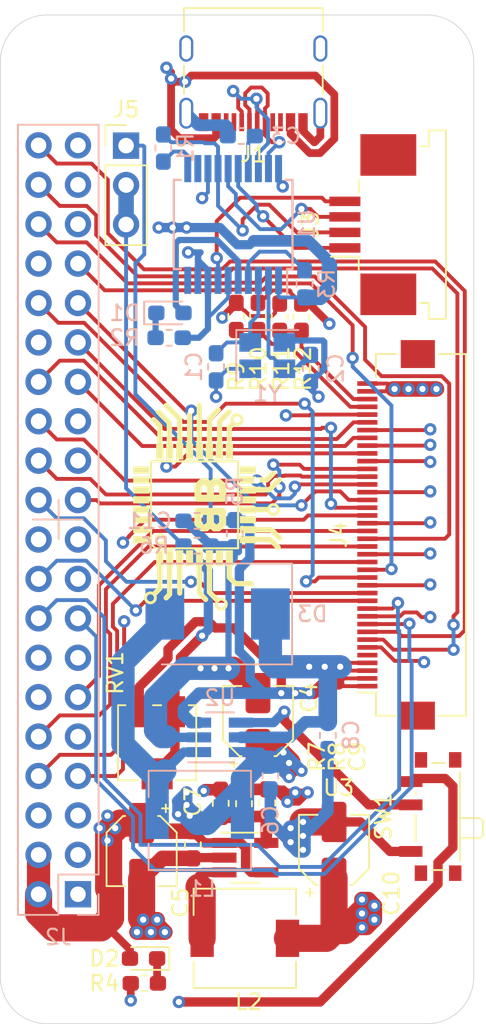
<source format=kicad_pcb>
(kicad_pcb (version 20171130) (host pcbnew "(5.1.4)-1")

  (general
    (thickness 1.6)
    (drawings 9)
    (tracks 795)
    (zones 0)
    (modules 44)
    (nets 64)
  )

  (page A4)
  (layers
    (0 F.Cu signal)
    (1 In1.Cu power hide)
    (2 In2.Cu power hide)
    (31 B.Cu signal)
    (32 B.Adhes user hide)
    (33 F.Adhes user hide)
    (34 B.Paste user hide)
    (35 F.Paste user hide)
    (36 B.SilkS user)
    (37 F.SilkS user)
    (38 B.Mask user)
    (39 F.Mask user)
    (40 Dwgs.User user)
    (41 Cmts.User user)
    (42 Eco1.User user)
    (43 Eco2.User user)
    (44 Edge.Cuts user)
    (45 Margin user)
    (46 B.CrtYd user hide)
    (47 F.CrtYd user hide)
    (48 B.Fab user hide)
    (49 F.Fab user hide)
  )

  (setup
    (last_trace_width 0.25)
    (user_trace_width 0.4)
    (user_trace_width 0.5)
    (user_trace_width 0.6)
    (user_trace_width 0.75)
    (user_trace_width 1)
    (user_trace_width 1.2)
    (user_trace_width 1.5)
    (user_trace_width 1.75)
    (user_trace_width 2)
    (user_trace_width 2.5)
    (trace_clearance 0.2)
    (zone_clearance 0.508)
    (zone_45_only no)
    (trace_min 0)
    (via_size 0.8)
    (via_drill 0.4)
    (via_min_size 0.4)
    (via_min_drill 0.3)
    (user_via 1.5 0.9)
    (user_via 2 1.8)
    (uvia_size 0.3)
    (uvia_drill 0.1)
    (uvias_allowed no)
    (uvia_min_size 0.2)
    (uvia_min_drill 0.1)
    (edge_width 0.05)
    (segment_width 0.2)
    (pcb_text_width 0.3)
    (pcb_text_size 1.5 1.5)
    (mod_edge_width 0.12)
    (mod_text_size 1 1)
    (mod_text_width 0.15)
    (pad_size 3.2 3.2)
    (pad_drill 3.2)
    (pad_to_mask_clearance 0.051)
    (solder_mask_min_width 0.25)
    (aux_axis_origin 0 0)
    (grid_origin 43.5 92.5)
    (visible_elements 7FFFFFFF)
    (pcbplotparams
      (layerselection 0x010fc_ffffffff)
      (usegerberextensions false)
      (usegerberattributes false)
      (usegerberadvancedattributes false)
      (creategerberjobfile false)
      (excludeedgelayer true)
      (linewidth 0.100000)
      (plotframeref false)
      (viasonmask false)
      (mode 1)
      (useauxorigin false)
      (hpglpennumber 1)
      (hpglpenspeed 20)
      (hpglpendiameter 15.000000)
      (psnegative false)
      (psa4output false)
      (plotreference true)
      (plotvalue true)
      (plotinvisibletext false)
      (padsonsilk false)
      (subtractmaskfromsilk false)
      (outputformat 1)
      (mirror false)
      (drillshape 1)
      (scaleselection 1)
      (outputdirectory ""))
  )

  (net 0 "")
  (net 1 GND)
  (net 2 "Net-(C1-Pad1)")
  (net 3 "Net-(C2-Pad1)")
  (net 4 "Net-(C3-Pad2)")
  (net 5 +5V)
  (net 6 LED+)
  (net 7 +3.3VP)
  (net 8 "Net-(C9-Pad2)")
  (net 9 "Net-(D1-Pad2)")
  (net 10 "Net-(D1-Pad1)")
  (net 11 "Net-(D2-Pad1)")
  (net 12 "Net-(D3-Pad2)")
  (net 13 VSYNC)
  (net 14 HSYNC)
  (net 15 Blue0)
  (net 16 Green2)
  (net 17 Green3)
  (net 18 Green5)
  (net 19 "Net-(J2-Pad12)")
  (net 20 "Net-(J2-Pad13)")
  (net 21 Red2)
  (net 22 Red3)
  (net 23 Red4)
  (net 24 /Blue6)
  (net 25 Blue5)
  (net 26 Red5)
  (net 27 /Blue7)
  (net 28 Blue4)
  (net 29 Blue3)
  (net 30 CLK)
  (net 31 DEN)
  (net 32 Blue1)
  (net 33 Blue2)
  (net 34 Green0)
  (net 35 Green1)
  (net 36 /Green7)
  (net 37 Green4)
  (net 38 "Net-(J2-Pad37)")
  (net 39 Red0)
  (net 40 Red1)
  (net 41 "Net-(J3-Pad1)")
  (net 42 "Net-(J3-Pad2)")
  (net 43 "Net-(J3-Pad3)")
  (net 44 "Net-(J3-Pad4)")
  (net 45 LED-)
  (net 46 "Net-(J4-Pad5)")
  (net 47 L_R)
  (net 48 U_D)
  (net 49 "Net-(L2-Pad1)")
  (net 50 "Net-(R1-Pad1)")
  (net 51 "Net-(R3-Pad2)")
  (net 52 EN_BCKLIT)
  (net 53 "Net-(U1-Pad10)")
  (net 54 "Net-(U1-Pad12)")
  (net 55 RV2)
  (net 56 "Net-(J2-Pad1)")
  (net 57 "Net-(J2-Pad17)")
  (net 58 "Net-(J1-PadB5)")
  (net 59 "Net-(J1-PadA6)")
  (net 60 "Net-(J1-PadA8)")
  (net 61 "Net-(J1-PadA5)")
  (net 62 "Net-(J1-PadB8)")
  (net 63 "Net-(J1-PadA7)")

  (net_class Default "Dies ist die voreingestellte Netzklasse."
    (clearance 0.2)
    (trace_width 0.25)
    (via_dia 0.8)
    (via_drill 0.4)
    (uvia_dia 0.3)
    (uvia_drill 0.1)
    (add_net +3.3VP)
    (add_net +5V)
    (add_net /Blue6)
    (add_net /Blue7)
    (add_net /Green7)
    (add_net Blue0)
    (add_net Blue1)
    (add_net Blue2)
    (add_net Blue3)
    (add_net Blue4)
    (add_net Blue5)
    (add_net CLK)
    (add_net DEN)
    (add_net EN_BCKLIT)
    (add_net GND)
    (add_net Green0)
    (add_net Green1)
    (add_net Green2)
    (add_net Green3)
    (add_net Green4)
    (add_net Green5)
    (add_net HSYNC)
    (add_net LED+)
    (add_net LED-)
    (add_net L_R)
    (add_net "Net-(C1-Pad1)")
    (add_net "Net-(C2-Pad1)")
    (add_net "Net-(C3-Pad2)")
    (add_net "Net-(C9-Pad2)")
    (add_net "Net-(D1-Pad1)")
    (add_net "Net-(D1-Pad2)")
    (add_net "Net-(D2-Pad1)")
    (add_net "Net-(D3-Pad2)")
    (add_net "Net-(J1-PadA5)")
    (add_net "Net-(J1-PadA6)")
    (add_net "Net-(J1-PadA7)")
    (add_net "Net-(J1-PadA8)")
    (add_net "Net-(J1-PadB5)")
    (add_net "Net-(J1-PadB8)")
    (add_net "Net-(J2-Pad1)")
    (add_net "Net-(J2-Pad12)")
    (add_net "Net-(J2-Pad13)")
    (add_net "Net-(J2-Pad17)")
    (add_net "Net-(J2-Pad37)")
    (add_net "Net-(J3-Pad1)")
    (add_net "Net-(J3-Pad2)")
    (add_net "Net-(J3-Pad3)")
    (add_net "Net-(J3-Pad4)")
    (add_net "Net-(J4-Pad5)")
    (add_net "Net-(L2-Pad1)")
    (add_net "Net-(R1-Pad1)")
    (add_net "Net-(R3-Pad2)")
    (add_net "Net-(U1-Pad10)")
    (add_net "Net-(U1-Pad12)")
    (add_net RV2)
    (add_net Red0)
    (add_net Red1)
    (add_net Red2)
    (add_net Red3)
    (add_net Red4)
    (add_net Red5)
    (add_net U_D)
    (add_net VSYNC)
  )

  (module Custom_logo:BB (layer F.Cu) (tedit 0) (tstamp 6031AC19)
    (at 53 66.9 90)
    (path /606925A8)
    (fp_text reference LOGO1 (at 0 0 90) (layer F.SilkS) hide
      (effects (font (size 1.524 1.524) (thickness 0.3)))
    )
    (fp_text value Logo (at 0.75 0 90) (layer F.SilkS) hide
      (effects (font (size 1.524 1.524) (thickness 0.3)))
    )
    (fp_poly (pts (xy -1.79161 -3.020944) (xy -1.72263 -2.998664) (xy -1.670578 -2.970539) (xy -1.613123 -2.923918)
      (xy -1.568491 -2.868042) (xy -1.537046 -2.805122) (xy -1.519148 -2.737369) (xy -1.51516 -2.666992)
      (xy -1.525444 -2.596204) (xy -1.550363 -2.527214) (xy -1.587829 -2.465475) (xy -1.628252 -2.423587)
      (xy -1.68227 -2.386469) (xy -1.746785 -2.356062) (xy -1.781528 -2.344128) (xy -1.817547 -2.334564)
      (xy -1.848775 -2.33044) (xy -1.88246 -2.331351) (xy -1.921933 -2.336302) (xy -1.973949 -2.350955)
      (xy -2.028182 -2.377962) (xy -2.080196 -2.414107) (xy -2.125556 -2.456173) (xy -2.159824 -2.500943)
      (xy -2.167122 -2.514109) (xy -2.192533 -2.582008) (xy -2.204735 -2.655586) (xy -2.203986 -2.684175)
      (xy -2.078354 -2.684175) (xy -2.077481 -2.647749) (xy -2.073615 -2.621648) (xy -2.065323 -2.599335)
      (xy -2.056039 -2.582333) (xy -2.018466 -2.531679) (xy -1.971734 -2.493267) (xy -1.951567 -2.481512)
      (xy -1.910326 -2.468081) (xy -1.861246 -2.465717) (xy -1.80904 -2.474125) (xy -1.758423 -2.49301)
      (xy -1.757029 -2.49371) (xy -1.708902 -2.526824) (xy -1.673187 -2.569781) (xy -1.650755 -2.620036)
      (xy -1.642475 -2.675043) (xy -1.649214 -2.732258) (xy -1.662528 -2.770475) (xy -1.694001 -2.824498)
      (xy -1.733613 -2.863716) (xy -1.781691 -2.888348) (xy -1.838562 -2.898614) (xy -1.8542 -2.898962)
      (xy -1.916926 -2.892959) (xy -1.968763 -2.87496) (xy -2.011872 -2.843758) (xy -2.048412 -2.79815)
      (xy -2.055394 -2.78673) (xy -2.067886 -2.762473) (xy -2.074879 -2.738979) (xy -2.077861 -2.709599)
      (xy -2.078354 -2.684175) (xy -2.203986 -2.684175) (xy -2.202813 -2.728872) (xy -2.201495 -2.737956)
      (xy -2.182146 -2.810249) (xy -2.149811 -2.873691) (xy -2.106427 -2.927433) (xy -2.053934 -2.970627)
      (xy -1.994267 -3.002424) (xy -1.929366 -3.021976) (xy -1.861168 -3.028432) (xy -1.79161 -3.020944)) (layer F.SilkS) (width 0.01))
    (fp_poly (pts (xy 1.453735 -0.48971) (xy 1.500286 -0.489157) (xy 1.53725 -0.48826) (xy 1.566093 -0.486981)
      (xy 1.588286 -0.485288) (xy 1.605297 -0.483144) (xy 1.618594 -0.480515) (xy 1.629101 -0.477543)
      (xy 1.643083 -0.472211) (xy 1.657516 -0.46455) (xy 1.674031 -0.453148) (xy 1.694261 -0.436597)
      (xy 1.719838 -0.413485) (xy 1.752394 -0.382402) (xy 1.793563 -0.341938) (xy 1.842487 -0.293172)
      (xy 1.895711 -0.240043) (xy 1.938453 -0.196769) (xy 1.971859 -0.160893) (xy 1.997076 -0.129961)
      (xy 2.015248 -0.101515) (xy 2.027521 -0.0731) (xy 2.035042 -0.042261) (xy 2.038955 -0.00654)
      (xy 2.040406 0.036517) (xy 2.040542 0.089367) (xy 2.040467 0.131233) (xy 2.040222 0.198902)
      (xy 2.038919 0.252472) (xy 2.035707 0.294778) (xy 2.029736 0.328652) (xy 2.020152 0.356929)
      (xy 2.006105 0.382441) (xy 1.986744 0.408024) (xy 1.961217 0.43651) (xy 1.942949 0.455794)
      (xy 1.872908 0.529167) (xy 1.9428 0.601725) (xy 1.972369 0.632991) (xy 1.995372 0.659865)
      (xy 2.012595 0.685091) (xy 2.024822 0.711414) (xy 2.032842 0.741579) (xy 2.037438 0.778331)
      (xy 2.039399 0.824416) (xy 2.039509 0.882577) (xy 2.03883 0.937081) (xy 2.037832 0.996835)
      (xy 2.036656 1.042308) (xy 2.035034 1.076152) (xy 2.032697 1.101019) (xy 2.029378 1.119562)
      (xy 2.024807 1.134433) (xy 2.018718 1.148283) (xy 2.017142 1.151466) (xy 2.004599 1.170222)
      (xy 1.98089 1.199364) (xy 1.947139 1.237629) (xy 1.90447 1.283754) (xy 1.854008 1.336479)
      (xy 1.835109 1.355853) (xy 1.785484 1.406274) (xy 1.745881 1.445866) (xy 1.714655 1.476076)
      (xy 1.690163 1.498347) (xy 1.670761 1.514126) (xy 1.654804 1.524858) (xy 1.640648 1.531988)
      (xy 1.630442 1.53577) (xy 1.619234 1.538859) (xy 1.605166 1.541445) (xy 1.586772 1.543568)
      (xy 1.562587 1.545269) (xy 1.531144 1.546585) (xy 1.490979 1.547558) (xy 1.440627 1.548227)
      (xy 1.37862 1.548632) (xy 1.303495 1.548812) (xy 1.213785 1.548807) (xy 1.152075 1.548731)
      (xy 1.036658 1.548368) (xy 0.937547 1.547659) (xy 0.854846 1.546606) (xy 0.788657 1.54521)
      (xy 0.739085 1.543475) (xy 0.706233 1.541402) (xy 0.690205 1.538994) (xy 0.690033 1.538934)
      (xy 0.635981 1.511093) (xy 0.590715 1.470882) (xy 0.557062 1.421264) (xy 0.542381 1.384105)
      (xy 0.540648 1.373076) (xy 0.539141 1.35226) (xy 0.537855 1.320988) (xy 0.536783 1.278589)
      (xy 0.535922 1.224395) (xy 0.535264 1.157733) (xy 0.534804 1.077936) (xy 0.534537 0.984332)
      (xy 0.534456 0.876252) (xy 0.534557 0.753533) (xy 0.982133 0.753533) (xy 0.982133 1.100666)
      (xy 1.462652 1.100666) (xy 1.527193 1.029576) (xy 1.555435 0.997973) (xy 1.574 0.975281)
      (xy 1.584892 0.958152) (xy 1.590117 0.943239) (xy 1.591679 0.927195) (xy 1.591733 0.921814)
      (xy 1.59095 0.90482) (xy 1.58718 0.890455) (xy 1.578295 0.875383) (xy 1.562166 0.856268)
      (xy 1.536662 0.829775) (xy 1.526315 0.819337) (xy 1.460897 0.753533) (xy 0.982133 0.753533)
      (xy 0.534557 0.753533) (xy 0.534558 0.753026) (xy 0.534835 0.613984) (xy 0.535115 0.512233)
      (xy 0.53678 -0.042333) (xy 0.982133 -0.042333) (xy 0.982133 0.3048) (xy 1.460125 0.3048)
      (xy 1.525929 0.239382) (xy 1.55478 0.2104) (xy 1.573661 0.189823) (xy 1.584685 0.174191)
      (xy 1.589964 0.160044) (xy 1.59161 0.143924) (xy 1.591733 0.131619) (xy 1.591255 0.112566)
      (xy 1.588421 0.097563) (xy 1.581127 0.083133) (xy 1.567272 0.065802) (xy 1.544753 0.042095)
      (xy 1.526315 0.02347) (xy 1.460897 -0.042333) (xy 0.982133 -0.042333) (xy 0.53678 -0.042333)
      (xy 0.537633 -0.325967) (xy 0.557442 -0.364067) (xy 0.585645 -0.408914) (xy 0.619174 -0.442065)
      (xy 0.658564 -0.466423) (xy 0.6985 -0.486833) (xy 1.142267 -0.489171) (xy 1.241861 -0.489648)
      (xy 1.325991 -0.48992) (xy 1.396126 -0.489953) (xy 1.453735 -0.48971)) (layer F.SilkS) (width 0.01))
    (fp_poly (pts (xy -0.375311 -0.490897) (xy -0.278706 -0.490382) (xy -0.198188 -0.489513) (xy -0.133335 -0.488281)
      (xy -0.083726 -0.486678) (xy -0.048939 -0.484695) (xy -0.028552 -0.482323) (xy -0.025075 -0.481503)
      (xy 0.016735 -0.462151) (xy 0.057842 -0.431429) (xy 0.092544 -0.394142) (xy 0.109156 -0.3683)
      (xy 0.131233 -0.325967) (xy 0.131233 0.529167) (xy 0.131226 0.668375) (xy 0.13119 0.791662)
      (xy 0.131108 0.900039) (xy 0.13096 0.994517) (xy 0.130727 1.076108) (xy 0.130391 1.145823)
      (xy 0.129932 1.204674) (xy 0.129332 1.253672) (xy 0.128571 1.29383) (xy 0.12763 1.326157)
      (xy 0.126491 1.351667) (xy 0.125135 1.371369) (xy 0.123542 1.386277) (xy 0.121695 1.397402)
      (xy 0.119572 1.405754) (xy 0.117157 1.412346) (xy 0.114581 1.417886) (xy 0.08599 1.460897)
      (xy 0.047003 1.499891) (xy 0.003992 1.528494) (xy 0.003952 1.528514) (xy -0.004114 1.532184)
      (xy -0.013245 1.53528) (xy -0.024886 1.537859) (xy -0.040483 1.539973) (xy -0.061484 1.541677)
      (xy -0.089333 1.543028) (xy -0.125478 1.544077) (xy -0.171363 1.544882) (xy -0.228437 1.545495)
      (xy -0.298143 1.545972) (xy -0.38193 1.546368) (xy -0.478367 1.546726) (xy -0.57941 1.54702)
      (xy -0.664934 1.547119) (xy -0.73635 1.54699) (xy -0.795072 1.5466) (xy -0.842511 1.545917)
      (xy -0.88008 1.544906) (xy -0.909192 1.543535) (xy -0.931259 1.541771) (xy -0.947695 1.53958)
      (xy -0.95991 1.53693) (xy -0.9652 1.535313) (xy -0.978827 1.529399) (xy -0.994444 1.519686)
      (xy -1.013607 1.50479) (xy -1.037869 1.483324) (xy -1.068784 1.453901) (xy -1.107906 1.415137)
      (xy -1.156789 1.365644) (xy -1.16629 1.355953) (xy -1.219421 1.300976) (xy -1.265006 1.2523)
      (xy -1.301948 1.211157) (xy -1.329148 1.178783) (xy -1.345508 1.15641) (xy -1.348323 1.151466)
      (xy -1.35477 1.13747) (xy -1.359643 1.123015) (xy -1.363208 1.10545) (xy -1.365734 1.082123)
      (xy -1.367489 1.050381) (xy -1.368739 1.007571) (xy -1.369754 0.951042) (xy -1.369964 0.937081)
      (xy -1.370139 0.921428) (xy -0.922867 0.921428) (xy -0.922024 0.938559) (xy -0.918161 0.953468)
      (xy -0.909273 0.969511) (xy -0.893357 0.990049) (xy -0.868407 1.018437) (xy -0.858326 1.029576)
      (xy -0.793786 1.100666) (xy -0.313267 1.100666) (xy -0.313267 0.753533) (xy -0.791259 0.753533)
      (xy -0.857063 0.818951) (xy -0.886105 0.848242) (xy -0.905062 0.869146) (xy -0.916071 0.884994)
      (xy -0.921272 0.899116) (xy -0.922802 0.914843) (xy -0.922867 0.921428) (xy -1.370139 0.921428)
      (xy -1.370741 0.867798) (xy -1.370272 0.812697) (xy -1.367768 0.769034) (xy -1.362444 0.734063)
      (xy -1.353512 0.70504) (xy -1.340186 0.679221) (xy -1.321679 0.653859) (xy -1.297204 0.626212)
      (xy -1.27381 0.601652) (xy -1.203793 0.529021) (xy -1.273576 0.456846) (xy -1.303203 0.425613)
      (xy -1.326169 0.398799) (xy -1.343322 0.37359) (xy -1.355509 0.347172) (xy -1.363576 0.316732)
      (xy -1.368371 0.279457) (xy -1.37074 0.232533) (xy -1.371531 0.173146) (xy -1.3716 0.131233)
      (xy -1.3716 0.130847) (xy -0.922867 0.130847) (xy -0.922389 0.1499) (xy -0.919554 0.164903)
      (xy -0.912261 0.179333) (xy -0.898405 0.196664) (xy -0.875887 0.220372) (xy -0.857449 0.238996)
      (xy -0.792031 0.3048) (xy -0.313267 0.3048) (xy -0.313267 -0.042333) (xy -0.791259 -0.042333)
      (xy -0.857063 0.023085) (xy -0.885914 0.052066) (xy -0.904795 0.072644) (xy -0.915818 0.088276)
      (xy -0.921097 0.102422) (xy -0.922744 0.118542) (xy -0.922867 0.130847) (xy -1.3716 0.130847)
      (xy -1.371706 0.070484) (xy -1.371259 0.021167) (xy -1.369113 -0.019173) (xy -1.364122 -0.052992)
      (xy -1.35514 -0.082748) (xy -1.341021 -0.110897) (xy -1.320619 -0.139894) (xy -1.292787 -0.172196)
      (xy -1.256381 -0.21026) (xy -1.210253 -0.256542) (xy -1.173621 -0.293088) (xy -1.122338 -0.344144)
      (xy -1.081226 -0.384435) (xy -1.048675 -0.415357) (xy -1.023076 -0.438309) (xy -1.002819 -0.454689)
      (xy -0.986295 -0.465894) (xy -0.971895 -0.473323) (xy -0.961575 -0.477238) (xy -0.95037 -0.480389)
      (xy -0.936409 -0.483032) (xy -0.918211 -0.485209) (xy -0.894299 -0.486964) (xy -0.863192 -0.488341)
      (xy -0.823413 -0.489381) (xy -0.773481 -0.490129) (xy -0.711919 -0.490627) (xy -0.637247 -0.49092)
      (xy -0.547985 -0.491049) (xy -0.488424 -0.491067) (xy -0.375311 -0.490897)) (layer F.SilkS) (width 0.01))
    (fp_poly (pts (xy 2.802467 -3.412067) (xy 2.353733 -3.412067) (xy 2.353733 -4.436534) (xy 2.802467 -4.436534)
      (xy 2.802467 -3.412067)) (layer F.SilkS) (width 0.01))
    (fp_poly (pts (xy 2.159 -3.412067) (xy 1.710267 -3.412067) (xy 1.710267 -4.436534) (xy 2.159 -4.436534)
      (xy 2.159 -3.412067)) (layer F.SilkS) (width 0.01))
    (fp_poly (pts (xy 1.515533 -3.412067) (xy 1.0668 -3.412067) (xy 1.0668 -4.436534) (xy 1.515533 -4.436534)
      (xy 1.515533 -3.412067)) (layer F.SilkS) (width 0.01))
    (fp_poly (pts (xy 0.880533 -3.412067) (xy 0.4318 -3.412067) (xy 0.4318 -4.436534) (xy 0.880533 -4.436534)
      (xy 0.880533 -3.412067)) (layer F.SilkS) (width 0.01))
    (fp_poly (pts (xy 0.237066 -3.412067) (xy -0.211667 -3.412067) (xy -0.211667 -4.436534) (xy 0.237066 -4.436534)
      (xy 0.237066 -3.412067)) (layer F.SilkS) (width 0.01))
    (fp_poly (pts (xy -0.397933 -3.412067) (xy -0.846667 -3.412067) (xy -0.846667 -4.436534) (xy -0.397933 -4.436534)
      (xy -0.397933 -3.412067)) (layer F.SilkS) (width 0.01))
    (fp_poly (pts (xy -1.0414 -3.412067) (xy -1.490133 -3.412067) (xy -1.490133 -4.436534) (xy -1.0414 -4.436534)
      (xy -1.0414 -3.412067)) (layer F.SilkS) (width 0.01))
    (fp_poly (pts (xy -1.684867 -3.412067) (xy -2.1336 -3.412067) (xy -2.1336 -4.436534) (xy -1.684867 -4.436534)
      (xy -1.684867 -3.412067)) (layer F.SilkS) (width 0.01))
    (fp_poly (pts (xy 5.846869 -3.290794) (xy 5.889602 -3.277276) (xy 5.926841 -3.252971) (xy 5.956541 -3.219925)
      (xy 5.976658 -3.180181) (xy 5.985147 -3.135785) (xy 5.979964 -3.08878) (xy 5.969687 -3.0607)
      (xy 5.959191 -3.045344) (xy 5.938128 -3.020231) (xy 5.908189 -2.987046) (xy 5.871069 -2.94747)
      (xy 5.828458 -2.903186) (xy 5.782051 -2.855877) (xy 5.733539 -2.807226) (xy 5.684614 -2.758916)
      (xy 5.63697 -2.712629) (xy 5.592299 -2.670049) (xy 5.552293 -2.632857) (xy 5.518646 -2.602738)
      (xy 5.493048 -2.581372) (xy 5.477194 -2.570445) (xy 5.476088 -2.56994) (xy 5.468088 -2.567359)
      (xy 5.456681 -2.565136) (xy 5.44066 -2.563245) (xy 5.418819 -2.561661) (xy 5.389951 -2.560357)
      (xy 5.352849 -2.559308) (xy 5.306306 -2.558489) (xy 5.249115 -2.557873) (xy 5.18007 -2.557436)
      (xy 5.097964 -2.557151) (xy 5.001589 -2.556992) (xy 4.88974 -2.556935) (xy 4.864372 -2.556933)
      (xy 4.284133 -2.556933) (xy 4.284133 -2.506133) (xy 3.259667 -2.506133) (xy 3.259667 -2.954867)
      (xy 4.284133 -2.954867) (xy 4.284133 -2.887133) (xy 5.346844 -2.887133) (xy 5.533039 -3.074278)
      (xy 5.591856 -3.132767) (xy 5.643203 -3.182538) (xy 5.686211 -3.222789) (xy 5.72001 -3.252718)
      (xy 5.743729 -3.271522) (xy 5.7531 -3.277292) (xy 5.800687 -3.291481) (xy 5.846869 -3.290794)) (layer F.SilkS) (width 0.01))
    (fp_poly (pts (xy -5.587365 -3.734842) (xy -5.512952 -3.713247) (xy -5.442437 -3.676775) (xy -5.377819 -3.625425)
      (xy -5.371943 -3.619657) (xy -5.318138 -3.554609) (xy -5.27976 -3.483096) (xy -5.257165 -3.406368)
      (xy -5.250706 -3.32567) (xy -5.26074 -3.242253) (xy -5.262463 -3.234659) (xy -5.275341 -3.180019)
      (xy -4.982815 -2.887133) (xy -3.615267 -2.887133) (xy -3.615267 -2.954867) (xy -2.5908 -2.954867)
      (xy -2.5908 -2.506133) (xy -3.615267 -2.506133) (xy -3.615267 -2.556933) (xy -4.347905 -2.556933)
      (xy -4.477999 -2.556962) (xy -4.592225 -2.557061) (xy -4.691646 -2.557247) (xy -4.777329 -2.557539)
      (xy -4.850338 -2.557955) (xy -4.911738 -2.558513) (xy -4.962594 -2.559231) (xy -5.00397 -2.560128)
      (xy -5.036931 -2.561221) (xy -5.062542 -2.562529) (xy -5.081869 -2.56407) (xy -5.095975 -2.565862)
      (xy -5.105926 -2.567923) (xy -5.112022 -2.569945) (xy -5.128943 -2.580786) (xy -5.156772 -2.603661)
      (xy -5.194994 -2.6381) (xy -5.243096 -2.683635) (xy -5.300564 -2.739796) (xy -5.325912 -2.764985)
      (xy -5.508323 -2.947015) (xy -5.562978 -2.934133) (xy -5.646586 -2.922597) (xy -5.727582 -2.927584)
      (xy -5.804719 -2.948741) (xy -5.876752 -2.985714) (xy -5.942434 -3.038146) (xy -5.94799 -3.04361)
      (xy -6.000782 -3.107551) (xy -6.038697 -3.177582) (xy -6.061734 -3.251704) (xy -6.069893 -3.327921)
      (xy -6.069524 -3.332124) (xy -5.893102 -3.332124) (xy -5.885296 -3.275801) (xy -5.861637 -3.221422)
      (xy -5.822126 -3.170959) (xy -5.821227 -3.170056) (xy -5.770864 -3.130139) (xy -5.716231 -3.106506)
      (xy -5.658001 -3.099317) (xy -5.596845 -3.108733) (xy -5.58323 -3.112993) (xy -5.541897 -3.134152)
      (xy -5.501651 -3.166953) (xy -5.467359 -3.206532) (xy -5.443884 -3.248024) (xy -5.441326 -3.254897)
      (xy -5.428225 -3.316622) (xy -5.431762 -3.375449) (xy -5.451804 -3.430827) (xy -5.488221 -3.482208)
      (xy -5.498548 -3.493052) (xy -5.548873 -3.532801) (xy -5.603184 -3.556703) (xy -5.659494 -3.564758)
      (xy -5.715822 -3.556967) (xy -5.770181 -3.53333) (xy -5.820589 -3.493846) (xy -5.821386 -3.493052)
      (xy -5.861147 -3.442721) (xy -5.885052 -3.388421) (xy -5.893102 -3.332124) (xy -6.069524 -3.332124)
      (xy -6.063176 -3.404235) (xy -6.04158 -3.478648) (xy -6.005108 -3.549163) (xy -5.953758 -3.613782)
      (xy -5.94799 -3.619657) (xy -5.884049 -3.672449) (xy -5.814018 -3.710363) (xy -5.739896 -3.7334)
      (xy -5.663679 -3.74156) (xy -5.587365 -3.734842)) (layer F.SilkS) (width 0.01))
    (fp_poly (pts (xy 6.354971 -2.98591) (xy 6.397873 -2.972301) (xy 6.435276 -2.947835) (xy 6.465071 -2.914529)
      (xy 6.485151 -2.874403) (xy 6.493407 -2.829475) (xy 6.487732 -2.781763) (xy 6.480935 -2.761978)
      (xy 6.472197 -2.749361) (xy 6.452563 -2.726243) (xy 6.423305 -2.6939) (xy 6.385693 -2.653609)
      (xy 6.341 -2.606645) (xy 6.290498 -2.554284) (xy 6.235457 -2.497802) (xy 6.177148 -2.438476)
      (xy 6.116845 -2.377581) (xy 6.055818 -2.316393) (xy 5.995338 -2.256189) (xy 5.936677 -2.198244)
      (xy 5.881107 -2.143834) (xy 5.829899 -2.094236) (xy 5.784324 -2.050725) (xy 5.745655 -2.014578)
      (xy 5.715162 -1.98707) (xy 5.694117 -1.969477) (xy 5.685367 -1.963588) (xy 5.678599 -1.960712)
      (xy 5.670625 -1.958204) (xy 5.660302 -1.956039) (xy 5.646489 -1.954192) (xy 5.628045 -1.952636)
      (xy 5.603828 -1.951347) (xy 5.572695 -1.950298) (xy 5.533506 -1.949465) (xy 5.485119 -1.948822)
      (xy 5.426391 -1.948342) (xy 5.356182 -1.948001) (xy 5.27335 -1.947774) (xy 5.176753 -1.947633)
      (xy 5.065249 -1.947554) (xy 4.967817 -1.947519) (xy 4.284133 -1.947334) (xy 4.284133 -1.862667)
      (xy 3.259667 -1.862667) (xy 3.259667 -2.3114) (xy 3.7719 -2.3114) (xy 3.877714 -2.31139)
      (xy 3.967852 -2.311332) (xy 4.04357 -2.311185) (xy 4.106124 -2.310907) (xy 4.156772 -2.310456)
      (xy 4.19677 -2.309791) (xy 4.227374 -2.308871) (xy 4.249842 -2.307653) (xy 4.26543 -2.306097)
      (xy 4.275395 -2.304161) (xy 4.280993 -2.301803) (xy 4.283481 -2.298982) (xy 4.284116 -2.295656)
      (xy 4.284133 -2.294467) (xy 4.284398 -2.291296) (xy 4.285948 -2.288548) (xy 4.289913 -2.286192)
      (xy 4.297423 -2.284199) (xy 4.309609 -2.282538) (xy 4.327602 -2.281178) (xy 4.352533 -2.280091)
      (xy 4.385531 -2.279244) (xy 4.427728 -2.278608) (xy 4.480254 -2.278154) (xy 4.54424 -2.27785)
      (xy 4.620816 -2.277666) (xy 4.711114 -2.277572) (xy 4.816262 -2.277538) (xy 4.917056 -2.277533)
      (xy 5.549979 -2.277533) (xy 5.888606 -2.617066) (xy 5.975114 -2.703462) (xy 6.050493 -2.778019)
      (xy 6.114667 -2.84066) (xy 6.167555 -2.891311) (xy 6.209079 -2.929897) (xy 6.239161 -2.956342)
      (xy 6.257722 -2.970572) (xy 6.2611 -2.97248) (xy 6.308677 -2.986642) (xy 6.354971 -2.98591)) (layer F.SilkS) (width 0.01))
    (fp_poly (pts (xy -5.620188 -2.474743) (xy -5.592233 -2.46452) (xy -5.574262 -2.452862) (xy -5.547671 -2.431461)
      (xy -5.515445 -2.402902) (xy -5.48057 -2.369773) (xy -5.465378 -2.35464) (xy -5.372389 -2.2606)
      (xy -3.615267 -2.2606) (xy -3.615267 -2.3114) (xy -2.5908 -2.3114) (xy -2.5908 -1.862667)
      (xy -3.615267 -1.862667) (xy -3.615267 -1.9304) (xy -4.542639 -1.9304) (xy -4.6897 -1.930421)
      (xy -4.820769 -1.930493) (xy -4.936783 -1.930629) (xy -5.038685 -1.930841) (xy -5.127412 -1.931143)
      (xy -5.203907 -1.931546) (xy -5.269107 -1.932064) (xy -5.323954 -1.93271) (xy -5.369387 -1.933496)
      (xy -5.406346 -1.934434) (xy -5.435771 -1.935539) (xy -5.458603 -1.936822) (xy -5.47578 -1.938297)
      (xy -5.488243 -1.939975) (xy -5.496932 -1.94187) (xy -5.501489 -1.943422) (xy -5.518949 -1.954371)
      (xy -5.545436 -1.975622) (xy -5.578649 -2.004893) (xy -5.616283 -2.039903) (xy -5.656036 -2.078371)
      (xy -5.695605 -2.118013) (xy -5.732686 -2.15655) (xy -5.764976 -2.191699) (xy -5.790173 -2.221178)
      (xy -5.805973 -2.242707) (xy -5.808837 -2.2479) (xy -5.82302 -2.295507) (xy -5.822325 -2.341701)
      (xy -5.808796 -2.38444) (xy -5.784478 -2.421677) (xy -5.751414 -2.451371) (xy -5.711649 -2.471475)
      (xy -5.667225 -2.479947) (xy -5.620188 -2.474743)) (layer F.SilkS) (width 0.01))
    (fp_poly (pts (xy 6.761366 -2.477912) (xy 6.804267 -2.464305) (xy 6.841669 -2.439841) (xy 6.871465 -2.406537)
      (xy 6.891547 -2.366411) (xy 6.899806 -2.321483) (xy 6.894135 -2.27377) (xy 6.887337 -2.253978)
      (xy 6.87887 -2.241984) (xy 6.859419 -2.219327) (xy 6.830132 -2.18716) (xy 6.792157 -2.146634)
      (xy 6.746642 -2.098899) (xy 6.694734 -2.045107) (xy 6.637583 -1.98641) (xy 6.576335 -1.923959)
      (xy 6.512138 -1.858904) (xy 6.446142 -1.792399) (xy 6.379492 -1.725593) (xy 6.313338 -1.659638)
      (xy 6.248827 -1.595685) (xy 6.187108 -1.534886) (xy 6.129328 -1.478392) (xy 6.076635 -1.427354)
      (xy 6.030177 -1.382924) (xy 5.991102 -1.346253) (xy 5.960558 -1.318492) (xy 5.939692 -1.300793)
      (xy 5.9309 -1.294724) (xy 5.924648 -1.292063) (xy 5.917243 -1.289715) (xy 5.907642 -1.287662)
      (xy 5.894801 -1.285883) (xy 5.877676 -1.284358) (xy 5.855225 -1.283068) (xy 5.826404 -1.281992)
      (xy 5.790169 -1.28111) (xy 5.745477 -1.280402) (xy 5.691285 -1.279849) (xy 5.626548 -1.279431)
      (xy 5.550225 -1.279127) (xy 5.461271 -1.278917) (xy 5.358643 -1.278783) (xy 5.241297 -1.278702)
      (xy 5.108191 -1.278657) (xy 5.090583 -1.278653) (xy 4.284133 -1.278467) (xy 4.284133 -1.2192)
      (xy 3.259667 -1.2192) (xy 3.259667 -1.667934) (xy 4.284133 -1.667934) (xy 4.284133 -1.608667)
      (xy 5.795497 -1.608667) (xy 6.214565 -2.02863) (xy 6.311294 -2.1253) (xy 6.396382 -2.209774)
      (xy 6.469883 -2.282103) (xy 6.531851 -2.342338) (xy 6.582338 -2.39053) (xy 6.621397 -2.42673)
      (xy 6.649082 -2.45099) (xy 6.665447 -2.463361) (xy 6.6675 -2.464477) (xy 6.715074 -2.478642)
      (xy 6.761366 -2.477912)) (layer F.SilkS) (width 0.01))
    (fp_poly (pts (xy -2.5908 -1.2192) (xy -3.615267 -1.2192) (xy -3.615267 -1.278467) (xy -4.50215 -1.278653)
      (xy -4.644284 -1.278693) (xy -4.770475 -1.278763) (xy -4.881714 -1.27888) (xy -4.978992 -1.27906)
      (xy -5.063299 -1.27932) (xy -5.135625 -1.279678) (xy -5.196963 -1.28015) (xy -5.248301 -1.280754)
      (xy -5.290631 -1.281506) (xy -5.324943 -1.282424) (xy -5.352229 -1.283524) (xy -5.373478 -1.284824)
      (xy -5.389681 -1.286341) (xy -5.40183 -1.288091) (xy -5.410914 -1.290092) (xy -5.417924 -1.29236)
      (xy -5.4229 -1.294469) (xy -5.465668 -1.322347) (xy -5.496031 -1.358831) (xy -5.513989 -1.401002)
      (xy -5.519542 -1.44594) (xy -5.512691 -1.490726) (xy -5.493434 -1.532438) (xy -5.461772 -1.568159)
      (xy -5.4229 -1.592664) (xy -5.416862 -1.595169) (xy -5.409576 -1.597392) (xy -5.400053 -1.59935)
      (xy -5.3873 -1.60106) (xy -5.370328 -1.60254) (xy -5.348146 -1.603805) (xy -5.319763 -1.604874)
      (xy -5.284188 -1.605764) (xy -5.240432 -1.60649) (xy -5.187503 -1.607071) (xy -5.124411 -1.607523)
      (xy -5.050165 -1.607863) (xy -4.963775 -1.608109) (xy -4.864249 -1.608277) (xy -4.750597 -1.608385)
      (xy -4.621829 -1.608449) (xy -4.50215 -1.608481) (xy -3.615267 -1.608667) (xy -3.615267 -1.667934)
      (xy -2.5908 -1.667934) (xy -2.5908 -1.2192)) (layer F.SilkS) (width 0.01))
    (fp_poly (pts (xy 4.284133 -0.973667) (xy 5.25145 -0.973481) (xy 5.400216 -0.973443) (xy 5.532995 -0.973379)
      (xy 5.650731 -0.973275) (xy 5.754371 -0.973114) (xy 5.84486 -0.972884) (xy 5.923144 -0.972568)
      (xy 5.990168 -0.972151) (xy 6.046878 -0.971619) (xy 6.094219 -0.970957) (xy 6.133137 -0.97015)
      (xy 6.164579 -0.969182) (xy 6.189488 -0.968039) (xy 6.208812 -0.966707) (xy 6.223494 -0.965169)
      (xy 6.234483 -0.963411) (xy 6.242721 -0.961419) (xy 6.249157 -0.959177) (xy 6.252633 -0.957664)
      (xy 6.295441 -0.9303) (xy 6.326023 -0.892307) (xy 6.336896 -0.870107) (xy 6.348941 -0.820971)
      (xy 6.345471 -0.77235) (xy 6.327713 -0.727308) (xy 6.296891 -0.688909) (xy 6.254232 -0.660217)
      (xy 6.252633 -0.659469) (xy 6.246838 -0.657066) (xy 6.239822 -0.654921) (xy 6.23064 -0.65302)
      (xy 6.218345 -0.651349) (xy 6.201992 -0.649892) (xy 6.180635 -0.648634) (xy 6.153329 -0.64756)
      (xy 6.119128 -0.646656) (xy 6.077087 -0.645906) (xy 6.02626 -0.645295) (xy 5.965701 -0.64481)
      (xy 5.894465 -0.644433) (xy 5.811606 -0.644152) (xy 5.716179 -0.64395) (xy 5.607238 -0.643813)
      (xy 5.483837 -0.643726) (xy 5.34503 -0.643674) (xy 5.25145 -0.643653) (xy 4.284133 -0.643467)
      (xy 4.284133 -0.5842) (xy 3.259667 -0.5842) (xy 3.259667 -1.032933) (xy 4.284133 -1.032933)
      (xy 4.284133 -0.973667)) (layer F.SilkS) (width 0.01))
    (fp_poly (pts (xy -2.5908 -0.5842) (xy -3.615267 -0.5842) (xy -3.615267 -1.032933) (xy -2.5908 -1.032933)
      (xy -2.5908 -0.5842)) (layer F.SilkS) (width 0.01))
    (fp_poly (pts (xy 4.284133 -0.347133) (xy 5.526617 -0.346948) (xy 5.696223 -0.346916) (xy 5.849724 -0.346866)
      (xy 5.987947 -0.346789) (xy 6.111722 -0.346673) (xy 6.221875 -0.346509) (xy 6.319234 -0.346286)
      (xy 6.404629 -0.345995) (xy 6.478886 -0.345624) (xy 6.542835 -0.345164) (xy 6.597301 -0.344605)
      (xy 6.643115 -0.343935) (xy 6.681104 -0.343145) (xy 6.712095 -0.342225) (xy 6.736918 -0.341164)
      (xy 6.756399 -0.339952) (xy 6.771367 -0.338579) (xy 6.78265 -0.337034) (xy 6.791076 -0.335307)
      (xy 6.797473 -0.333389) (xy 6.802669 -0.331268) (xy 6.802966 -0.331131) (xy 6.845774 -0.303767)
      (xy 6.876356 -0.265774) (xy 6.887229 -0.243573) (xy 6.899274 -0.194438) (xy 6.895805 -0.145817)
      (xy 6.878046 -0.100775) (xy 6.847225 -0.062376) (xy 6.804566 -0.033684) (xy 6.802966 -0.032936)
      (xy 6.797817 -0.030802) (xy 6.791518 -0.028872) (xy 6.78324 -0.027134) (xy 6.772156 -0.025578)
      (xy 6.757438 -0.024195) (xy 6.738257 -0.022973) (xy 6.713786 -0.021903) (xy 6.683197 -0.020974)
      (xy 6.645661 -0.020177) (xy 6.600351 -0.0195) (xy 6.546438 -0.018934) (xy 6.483095 -0.018468)
      (xy 6.409493 -0.018092) (xy 6.324805 -0.017796) (xy 6.228203 -0.01757) (xy 6.118858 -0.017403)
      (xy 5.995942 -0.017284) (xy 5.858628 -0.017205) (xy 5.706088 -0.017154) (xy 5.537493 -0.017121)
      (xy 5.526617 -0.017119) (xy 4.284133 -0.016933) (xy 4.284133 0.059267) (xy 3.259667 0.059267)
      (xy 3.259667 -0.389467) (xy 4.284133 -0.389467) (xy 4.284133 -0.347133)) (layer F.SilkS) (width 0.01))
    (fp_poly (pts (xy -2.5908 0.059267) (xy -3.615267 0.059267) (xy -3.615267 -0.016933) (xy -5.287578 -0.016933)
      (xy -5.473772 0.170211) (xy -5.532589 0.2287) (xy -5.583937 0.278471) (xy -5.626945 0.318722)
      (xy -5.660743 0.348651) (xy -5.684463 0.367455) (xy -5.693833 0.373225) (xy -5.743001 0.38728)
      (xy -5.793616 0.385169) (xy -5.8293 0.373464) (xy -5.872413 0.345083) (xy -5.903663 0.306866)
      (xy -5.921831 0.261858) (xy -5.925697 0.213104) (xy -5.914044 0.163649) (xy -5.91366 0.162711)
      (xy -5.904019 0.148066) (xy -5.883751 0.123486) (xy -5.854537 0.090664) (xy -5.818062 0.051293)
      (xy -5.776006 0.007065) (xy -5.730055 -0.040328) (xy -5.681889 -0.089192) (xy -5.633192 -0.137836)
      (xy -5.585647 -0.184567) (xy -5.540937 -0.227692) (xy -5.500743 -0.265518) (xy -5.46675 -0.296354)
      (xy -5.44064 -0.318507) (xy -5.424095 -0.330284) (xy -5.4229 -0.330888) (xy -5.416924 -0.33343)
      (xy -5.409817 -0.335687) (xy -5.400589 -0.337674) (xy -5.388248 -0.33941) (xy -5.371804 -0.340912)
      (xy -5.350265 -0.342196) (xy -5.32264 -0.343281) (xy -5.287938 -0.344184) (xy -5.245166 -0.344921)
      (xy -5.193335 -0.345511) (xy -5.131453 -0.345969) (xy -5.058529 -0.346315) (xy -4.973571 -0.346565)
      (xy -4.875588 -0.346736) (xy -4.76359 -0.346845) (xy -4.636584 -0.346911) (xy -4.50215 -0.346948)
      (xy -3.615267 -0.347133) (xy -3.615267 -0.389467) (xy -2.5908 -0.389467) (xy -2.5908 0.059267)) (layer F.SilkS) (width 0.01))
    (fp_poly (pts (xy 4.284133 0.3048) (xy 5.09905 0.305022) (xy 5.235356 0.305075) (xy 5.355757 0.30517)
      (xy 5.461281 0.305322) (xy 5.552958 0.305551) (xy 5.631815 0.305875) (xy 5.69888 0.306311)
      (xy 5.755183 0.306877) (xy 5.801752 0.307592) (xy 5.839615 0.308473) (xy 5.8698 0.309539)
      (xy 5.893337 0.310808) (xy 5.911252 0.312297) (xy 5.924576 0.314025) (xy 5.934336 0.316009)
      (xy 5.94156 0.318267) (xy 5.945271 0.319839) (xy 5.959168 0.329494) (xy 5.983379 0.349816)
      (xy 6.016466 0.379387) (xy 6.05699 0.41679) (xy 6.103511 0.460608) (xy 6.15459 0.509425)
      (xy 6.208788 0.561824) (xy 6.264665 0.616388) (xy 6.320783 0.6717) (xy 6.375701 0.726343)
      (xy 6.427981 0.778901) (xy 6.476183 0.827956) (xy 6.518869 0.872093) (xy 6.554598 0.909893)
      (xy 6.581932 0.939941) (xy 6.599431 0.960819) (xy 6.605158 0.969433) (xy 6.618687 1.016906)
      (xy 6.61752 1.063145) (xy 6.603683 1.106049) (xy 6.579203 1.143516) (xy 6.546107 1.173441)
      (xy 6.50642 1.193724) (xy 6.46217 1.20226) (xy 6.415384 1.196949) (xy 6.393349 1.189181)
      (xy 6.38128 1.180688) (xy 6.358476 1.161449) (xy 6.326219 1.132649) (xy 6.285787 1.095475)
      (xy 6.238462 1.051111) (xy 6.185523 1.000743) (xy 6.128251 0.945558) (xy 6.087478 0.905879)
      (xy 5.810224 0.635) (xy 4.284133 0.635) (xy 4.284133 0.694267) (xy 3.259667 0.694267)
      (xy 3.259667 0.245533) (xy 4.284133 0.245533) (xy 4.284133 0.3048)) (layer F.SilkS) (width 0.01))
    (fp_poly (pts (xy -2.5908 1.337733) (xy -3.615267 1.337733) (xy -3.615267 0.889) (xy -2.5908 0.889)
      (xy -2.5908 1.337733)) (layer F.SilkS) (width 0.01))
    (fp_poly (pts (xy -2.5908 0.694267) (xy -3.615267 0.694267) (xy -3.615267 0.635) (xy -5.228284 0.635)
      (xy -5.455019 0.861851) (xy -5.681753 1.088702) (xy -5.668868 1.143367) (xy -5.661856 1.179449)
      (xy -5.657124 1.215879) (xy -5.655859 1.237833) (xy -5.663512 1.31703) (xy -5.685848 1.390968)
      (xy -5.721168 1.458295) (xy -5.76777 1.517662) (xy -5.823953 1.567716) (xy -5.888018 1.607106)
      (xy -5.958262 1.634482) (xy -6.032986 1.648492) (xy -6.110489 1.647785) (xy -6.160788 1.638979)
      (xy -6.235618 1.612521) (xy -6.303275 1.572295) (xy -6.362131 1.520353) (xy -6.410557 1.458748)
      (xy -6.446926 1.389531) (xy -6.46961 1.314756) (xy -6.477 1.240366) (xy -6.476949 1.239876)
      (xy -6.299502 1.239876) (xy -6.291696 1.296199) (xy -6.268037 1.350578) (xy -6.228526 1.401041)
      (xy -6.227627 1.401944) (xy -6.177264 1.441861) (xy -6.122631 1.465494) (xy -6.064401 1.472683)
      (xy -6.003245 1.463267) (xy -5.98963 1.459007) (xy -5.948297 1.437848) (xy -5.908051 1.405047)
      (xy -5.873759 1.365468) (xy -5.850284 1.323976) (xy -5.847726 1.317103) (xy -5.834625 1.255378)
      (xy -5.838162 1.196551) (xy -5.858204 1.141173) (xy -5.894621 1.089792) (xy -5.904948 1.078948)
      (xy -5.955273 1.039199) (xy -6.009584 1.015297) (xy -6.065894 1.007242) (xy -6.122222 1.015033)
      (xy -6.176581 1.03867) (xy -6.226989 1.078154) (xy -6.227786 1.078948) (xy -6.267547 1.129279)
      (xy -6.291452 1.183579) (xy -6.299502 1.239876) (xy -6.476949 1.239876) (xy -6.468849 1.16226)
      (xy -6.445494 1.087831) (xy -6.408582 1.019091) (xy -6.359761 0.958053) (xy -6.300679 0.906729)
      (xy -6.232981 0.867131) (xy -6.158317 0.841272) (xy -6.1485 0.83909) (xy -6.079821 0.83057)
      (xy -6.011206 0.83474) (xy -5.969361 0.84287) (xy -5.914689 0.855756) (xy -5.651861 0.593281)
      (xy -5.57513 0.5171) (xy -5.509869 0.453269) (xy -5.456021 0.401737) (xy -5.413531 0.36245)
      (xy -5.382341 0.335354) (xy -5.362394 0.320397) (xy -5.357555 0.317803) (xy -5.350816 0.31566)
      (xy -5.340934 0.313762) (xy -5.32693 0.312094) (xy -5.307823 0.310641) (xy -5.282631 0.309391)
      (xy -5.250376 0.308327) (xy -5.210076 0.307436) (xy -5.160752 0.306703) (xy -5.101421 0.306114)
      (xy -5.031104 0.305655) (xy -4.948821 0.305311) (xy -4.853591 0.305068) (xy -4.744433 0.304911)
      (xy -4.620367 0.304827) (xy -4.480412 0.3048) (xy -3.615267 0.3048) (xy -3.615267 0.245533)
      (xy -2.5908 0.245533) (xy -2.5908 0.694267)) (layer F.SilkS) (width 0.01))
    (fp_poly (pts (xy 4.284133 0.956733) (xy 5.008305 0.956733) (xy 5.137627 0.956762) (xy 5.251086 0.956863)
      (xy 5.349755 0.957052) (xy 5.434703 0.957349) (xy 5.507003 0.957772) (xy 5.567726 0.95834)
      (xy 5.617942 0.959071) (xy 5.658723 0.959983) (xy 5.69114 0.961096) (xy 5.716264 0.962426)
      (xy 5.735166 0.963993) (xy 5.748917 0.965815) (xy 5.758589 0.967911) (xy 5.763955 0.969733)
      (xy 5.776989 0.978654) (xy 5.800413 0.998414) (xy 5.832866 1.027657) (xy 5.872989 1.065029)
      (xy 5.919419 1.109174) (xy 5.970798 1.158739) (xy 6.025766 1.212367) (xy 6.082961 1.268705)
      (xy 6.141023 1.326396) (xy 6.198593 1.384087) (xy 6.25431 1.440422) (xy 6.306813 1.494047)
      (xy 6.354743 1.543606) (xy 6.396739 1.587745) (xy 6.431441 1.625108) (xy 6.457488 1.654341)
      (xy 6.47352 1.674089) (xy 6.47768 1.680633) (xy 6.491878 1.728207) (xy 6.4912 1.77438)
      (xy 6.47769 1.817109) (xy 6.453393 1.854348) (xy 6.420355 1.884052) (xy 6.380619 1.904177)
      (xy 6.336231 1.912678) (xy 6.289236 1.90751) (xy 6.2611 1.897215) (xy 6.245644 1.88653)
      (xy 6.218791 1.863685) (xy 6.180736 1.828866) (xy 6.131674 1.782257) (xy 6.071799 1.724044)
      (xy 6.001307 1.654411) (xy 5.930945 1.584135) (xy 5.634657 1.286933) (xy 4.284133 1.286933)
      (xy 4.284133 1.337733) (xy 3.259667 1.337733) (xy 3.259667 0.889) (xy 4.284133 0.889)
      (xy 4.284133 0.956733)) (layer F.SilkS) (width 0.01))
    (fp_poly (pts (xy 3.179618 -3.332018) (xy 3.2004 -3.311237) (xy 3.2004 2.33757) (xy 3.179618 2.358351)
      (xy 3.158836 2.379133) (xy -2.48997 2.379133) (xy -2.531533 2.33757) (xy -2.531533 -2.984719)
      (xy -2.404533 -2.984719) (xy -2.404533 2.252133) (xy 3.0734 2.252133) (xy 3.0734 -3.2258)
      (xy -2.163022 -3.2258) (xy -2.283778 -3.10526) (xy -2.404533 -2.984719) (xy -2.531533 -2.984719)
      (xy -2.531533 -3.034805) (xy -2.372536 -3.193803) (xy -2.213539 -3.3528) (xy 3.158836 -3.3528)
      (xy 3.179618 -3.332018)) (layer F.SilkS) (width 0.01))
    (fp_poly (pts (xy 4.284133 1.583266) (xy 4.813572 1.583266) (xy 4.923422 1.583311) (xy 5.017607 1.583464)
      (xy 5.097397 1.583755) (xy 5.16406 1.584214) (xy 5.218866 1.58487) (xy 5.263082 1.585752)
      (xy 5.297978 1.58689) (xy 5.324823 1.588313) (xy 5.344885 1.590051) (xy 5.359434 1.592133)
      (xy 5.369737 1.594589) (xy 5.374488 1.596287) (xy 5.392146 1.607371) (xy 5.419842 1.629733)
      (xy 5.456191 1.662149) (xy 5.499809 1.703396) (xy 5.537599 1.740523) (xy 5.669231 1.871738)
      (xy 5.723866 1.858861) (xy 5.795623 1.847381) (xy 5.863461 1.848693) (xy 5.902966 1.85509)
      (xy 5.978621 1.879238) (xy 6.048003 1.917751) (xy 6.109084 1.968602) (xy 6.159837 2.029764)
      (xy 6.198235 2.099208) (xy 6.22211 2.174233) (xy 6.230623 2.253335) (xy 6.223758 2.329583)
      (xy 6.202987 2.401547) (xy 6.169786 2.467799) (xy 6.125629 2.526909) (xy 6.071988 2.577447)
      (xy 6.010339 2.617983) (xy 5.942155 2.647089) (xy 5.868911 2.663334) (xy 5.79208 2.665289)
      (xy 5.726412 2.654979) (xy 5.651192 2.628399) (xy 5.583344 2.588028) (xy 5.524458 2.535885)
      (xy 5.476126 2.473988) (xy 5.439937 2.404357) (xy 5.417484 2.32901) (xy 5.41052 2.255876)
      (xy 5.587698 2.255876) (xy 5.595504 2.312199) (xy 5.619163 2.366578) (xy 5.658674 2.417041)
      (xy 5.659573 2.417944) (xy 5.709936 2.457861) (xy 5.764569 2.481494) (xy 5.822799 2.488683)
      (xy 5.883955 2.479267) (xy 5.89757 2.475007) (xy 5.938903 2.453848) (xy 5.979149 2.421047)
      (xy 6.013441 2.381468) (xy 6.036916 2.339976) (xy 6.039474 2.333103) (xy 6.052575 2.271378)
      (xy 6.049038 2.212551) (xy 6.028996 2.157173) (xy 5.992579 2.105792) (xy 5.982252 2.094948)
      (xy 5.931927 2.055199) (xy 5.877616 2.031297) (xy 5.821306 2.023242) (xy 5.764978 2.031033)
      (xy 5.710619 2.05467) (xy 5.660211 2.094154) (xy 5.659414 2.094948) (xy 5.619653 2.145279)
      (xy 5.595748 2.199579) (xy 5.587698 2.255876) (xy 5.41052 2.255876) (xy 5.410325 2.253833)
      (xy 5.41247 2.22341) (xy 5.417882 2.186187) (xy 5.42332 2.159429) (xy 5.436191 2.104824)
      (xy 5.340783 2.009145) (xy 5.245376 1.913466) (xy 4.284133 1.913466) (xy 4.284133 1.9812)
      (xy 3.259667 1.9812) (xy 3.259667 1.532466) (xy 4.284133 1.532466) (xy 4.284133 1.583266)) (layer F.SilkS) (width 0.01))
    (fp_poly (pts (xy -2.5908 1.9812) (xy -3.615267 1.9812) (xy -3.615267 1.913466) (xy -4.271605 1.913466)
      (xy -4.426036 2.068067) (xy -4.580467 2.222667) (xy -4.580653 2.71365) (xy -4.580719 2.817641)
      (xy -4.58086 2.906071) (xy -4.581118 2.980311) (xy -4.581534 3.041735) (xy -4.582149 3.091713)
      (xy -4.583005 3.131619) (xy -4.584142 3.162823) (xy -4.585602 3.186699) (xy -4.587427 3.204618)
      (xy -4.589658 3.217952) (xy -4.592337 3.228074) (xy -4.595504 3.236355) (xy -4.596469 3.2385)
      (xy -4.624857 3.281641) (xy -4.663004 3.312813) (xy -4.707881 3.330879) (xy -4.756458 3.334704)
      (xy -4.805706 3.323149) (xy -4.8133 3.319864) (xy -4.856108 3.2925) (xy -4.88669 3.254507)
      (xy -4.897563 3.232306) (xy -4.90025 3.224135) (xy -4.90255 3.21262) (xy -4.90449 3.196501)
      (xy -4.906099 3.174523) (xy -4.907405 3.145425) (xy -4.908438 3.107949) (xy -4.909225 3.060838)
      (xy -4.909795 3.002834) (xy -4.910176 2.932677) (xy -4.910397 2.849109) (xy -4.910485 2.750873)
      (xy -4.910481 2.660922) (xy -4.910422 2.551622) (xy -4.910301 2.457954) (xy -4.910082 2.378617)
      (xy -4.909728 2.31231) (xy -4.909204 2.257731) (xy -4.908472 2.213579) (xy -4.907496 2.178553)
      (xy -4.906241 2.151351) (xy -4.904668 2.130673) (xy -4.902743 2.115217) (xy -4.900428 2.103682)
      (xy -4.897687 2.094766) (xy -4.894484 2.087168) (xy -4.894421 2.087033) (xy -4.883925 2.071677)
      (xy -4.862861 2.046564) (xy -4.832923 2.013379) (xy -4.795802 1.973803) (xy -4.753192 1.929519)
      (xy -4.706785 1.88221) (xy -4.658272 1.833559) (xy -4.609348 1.785249) (xy -4.561704 1.738962)
      (xy -4.517033 1.696382) (xy -4.477027 1.65919) (xy -4.443379 1.629071) (xy -4.417782 1.607705)
      (xy -4.401927 1.596778) (xy -4.400822 1.596273) (xy -4.391026 1.5931) (xy -4.37738 1.590472)
      (xy -4.358356 1.588343) (xy -4.332425 1.586662) (xy -4.298056 1.585381) (xy -4.253723 1.584452)
      (xy -4.197895 1.583826) (xy -4.129044 1.583454) (xy -4.045641 1.583288) (xy -3.992305 1.583266)
      (xy -3.615267 1.583266) (xy -3.615267 1.532466) (xy -2.5908 1.532466) (xy -2.5908 1.9812)) (layer F.SilkS) (width 0.01))
    (fp_poly (pts (xy 2.802467 3.462867) (xy 2.353733 3.462867) (xy 2.353733 2.4384) (xy 2.802467 2.4384)
      (xy 2.802467 3.462867)) (layer F.SilkS) (width 0.01))
    (fp_poly (pts (xy 0.880533 3.462867) (xy 0.4318 3.462867) (xy 0.4318 2.4384) (xy 0.880533 2.4384)
      (xy 0.880533 3.462867)) (layer F.SilkS) (width 0.01))
    (fp_poly (pts (xy -0.397933 3.462867) (xy -0.846667 3.462867) (xy -0.846667 2.4384) (xy -0.397933 2.4384)
      (xy -0.397933 3.462867)) (layer F.SilkS) (width 0.01))
    (fp_poly (pts (xy 2.159 3.462867) (xy 2.1082 3.462867) (xy 2.1082 4.102238) (xy 2.30381 4.296902)
      (xy 2.364125 4.357524) (xy 2.415442 4.410348) (xy 2.457037 4.454591) (xy 2.488185 4.48947)
      (xy 2.508163 4.514203) (xy 2.515291 4.525433) (xy 2.529481 4.573019) (xy 2.528794 4.6192)
      (xy 2.515277 4.661933) (xy 2.490973 4.699172) (xy 2.457928 4.728872) (xy 2.418185 4.74899)
      (xy 2.373789 4.75748) (xy 2.326786 4.752299) (xy 2.2987 4.74202) (xy 2.283515 4.731611)
      (xy 2.25852 4.710612) (xy 2.225363 4.680681) (xy 2.185693 4.643475) (xy 2.141159 4.600653)
      (xy 2.09341 4.553873) (xy 2.044095 4.504792) (xy 1.994861 4.455069) (xy 1.947359 4.406362)
      (xy 1.903236 4.360328) (xy 1.864143 4.318626) (xy 1.831726 4.282914) (xy 1.807636 4.25485)
      (xy 1.793521 4.236091) (xy 1.791006 4.231488) (xy 1.787797 4.221582) (xy 1.785148 4.207796)
      (xy 1.783006 4.188581) (xy 1.781323 4.162388) (xy 1.780047 4.12767) (xy 1.779128 4.082878)
      (xy 1.778517 4.026464) (xy 1.778162 3.956879) (xy 1.778013 3.872576) (xy 1.778 3.831438)
      (xy 1.778 3.462867) (xy 1.710267 3.462867) (xy 1.710267 2.4384) (xy 2.159 2.4384)
      (xy 2.159 3.462867)) (layer F.SilkS) (width 0.01))
    (fp_poly (pts (xy 0.237066 3.462867) (xy 0.194733 3.462867) (xy 0.194733 4.214791) (xy 0.23495 4.238227)
      (xy 0.2944 4.281893) (xy 0.34701 4.338112) (xy 0.389986 4.402992) (xy 0.420532 4.472641)
      (xy 0.43091 4.511033) (xy 0.439423 4.590135) (xy 0.432558 4.666383) (xy 0.411787 4.738347)
      (xy 0.378586 4.804599) (xy 0.334429 4.863709) (xy 0.280788 4.914247) (xy 0.219139 4.954783)
      (xy 0.150955 4.983889) (xy 0.077711 5.000134) (xy 0.00088 5.002089) (xy -0.064788 4.991779)
      (xy -0.139618 4.965321) (xy -0.207275 4.925095) (xy -0.266131 4.873153) (xy -0.314557 4.811548)
      (xy -0.350926 4.742331) (xy -0.37361 4.667556) (xy -0.381 4.593167) (xy -0.380948 4.592676)
      (xy -0.203502 4.592676) (xy -0.195696 4.648999) (xy -0.172037 4.703378) (xy -0.132526 4.753841)
      (xy -0.131627 4.754744) (xy -0.081264 4.794661) (xy -0.026631 4.818294) (xy 0.031599 4.825483)
      (xy 0.092755 4.816067) (xy 0.10637 4.811807) (xy 0.154956 4.786848) (xy 0.197507 4.749009)
      (xy 0.231374 4.702002) (xy 0.253906 4.649539) (xy 0.262453 4.595332) (xy 0.262466 4.593167)
      (xy 0.254439 4.536593) (xy 0.231988 4.483913) (xy 0.197562 4.437573) (xy 0.15361 4.400023)
      (xy 0.10258 4.373711) (xy 0.046921 4.361086) (xy 0.029633 4.360333) (xy -0.028923 4.368603)
      (xy -0.083645 4.393186) (xy -0.131786 4.431748) (xy -0.171547 4.482079) (xy -0.195452 4.536379)
      (xy -0.203502 4.592676) (xy -0.380948 4.592676) (xy -0.372889 4.517849) (xy -0.349758 4.443727)
      (xy -0.313412 4.373919) (xy -0.265654 4.311545) (xy -0.20829 4.259723) (xy -0.175684 4.238227)
      (xy -0.135467 4.214791) (xy -0.135467 3.462867) (xy -0.211667 3.462867) (xy -0.211667 2.4384)
      (xy 0.237066 2.4384) (xy 0.237066 3.462867)) (layer F.SilkS) (width 0.01))
    (fp_poly (pts (xy -1.684867 3.462867) (xy -1.735667 3.462867) (xy -1.735853 3.94335) (xy -1.735919 4.046073)
      (xy -1.736059 4.133253) (xy -1.736318 4.206279) (xy -1.736738 4.266543) (xy -1.737364 4.315433)
      (xy -1.738237 4.35434) (xy -1.739403 4.384655) (xy -1.740904 4.407767) (xy -1.742783 4.425065)
      (xy -1.745084 4.437941) (xy -1.747851 4.447785) (xy -1.751127 4.455986) (xy -1.751917 4.4577)
      (xy -1.761952 4.472149) (xy -1.782678 4.496635) (xy -1.812583 4.529653) (xy -1.850153 4.569698)
      (xy -1.893876 4.615264) (xy -1.942241 4.664847) (xy -1.993736 4.716942) (xy -2.046847 4.770043)
      (xy -2.100063 4.822646) (xy -2.151872 4.873245) (xy -2.200762 4.920336) (xy -2.245219 4.962414)
      (xy -2.283732 4.997973) (xy -2.31479 5.025508) (xy -2.336878 5.043515) (xy -2.347112 5.050064)
      (xy -2.397017 5.061855) (xy -2.447765 5.057273) (xy -2.4765 5.047064) (xy -2.519565 5.01874)
      (xy -2.550716 4.980697) (xy -2.568815 4.935978) (xy -2.572723 4.887625) (xy -2.561303 4.838682)
      (xy -2.55762 4.830233) (xy -2.546573 4.814039) (xy -2.523565 4.786763) (xy -2.489026 4.748866)
      (xy -2.443385 4.700806) (xy -2.387074 4.643042) (xy -2.320522 4.576033) (xy -2.303806 4.559357)
      (xy -2.065867 4.322347) (xy -2.065867 3.462867) (xy -2.1336 3.462867) (xy -2.1336 2.4384)
      (xy -1.684867 2.4384) (xy -1.684867 3.462867)) (layer F.SilkS) (width 0.01))
    (fp_poly (pts (xy 1.515533 3.462867) (xy 1.4732 3.462867) (xy 1.4732 4.279987) (xy 1.7831 4.588977)
      (xy 1.864716 4.670728) (xy 1.934884 4.74181) (xy 1.993457 4.802068) (xy 2.040287 4.851347)
      (xy 2.075226 4.889491) (xy 2.098128 4.916345) (xy 2.108844 4.931754) (xy 2.108881 4.931833)
      (xy 2.123078 4.979407) (xy 2.122399 5.025581) (xy 2.108888 5.06831) (xy 2.084592 5.105549)
      (xy 2.051554 5.135253) (xy 2.011819 5.155378) (xy 1.967432 5.163879) (xy 1.920439 5.15871)
      (xy 1.8923 5.148413) (xy 1.878775 5.138841) (xy 1.854945 5.11845) (xy 1.822136 5.088574)
      (xy 1.781678 5.050547) (xy 1.734898 5.0057) (xy 1.683125 4.955368) (xy 1.627686 4.900884)
      (xy 1.569911 4.843581) (xy 1.511127 4.784792) (xy 1.452663 4.725851) (xy 1.395846 4.668091)
      (xy 1.342004 4.612845) (xy 1.292467 4.561447) (xy 1.248562 4.51523) (xy 1.211617 4.475526)
      (xy 1.182961 4.44367) (xy 1.163922 4.420995) (xy 1.155999 4.409288) (xy 1.153109 4.400354)
      (xy 1.15067 4.387785) (xy 1.148645 4.370209) (xy 1.146999 4.346251) (xy 1.145695 4.314538)
      (xy 1.144697 4.273697) (xy 1.143967 4.222354) (xy 1.143469 4.159136) (xy 1.143167 4.082668)
      (xy 1.143025 3.991579) (xy 1.143 3.920338) (xy 1.143 3.462867) (xy 1.0668 3.462867)
      (xy 1.0668 2.4384) (xy 1.515533 2.4384) (xy 1.515533 3.462867)) (layer F.SilkS) (width 0.01))
    (fp_poly (pts (xy -1.0414 3.462867) (xy -1.109133 3.462867) (xy -1.109319 3.985683) (xy -1.10938 4.093119)
      (xy -1.109506 4.184946) (xy -1.109735 4.262491) (xy -1.110106 4.327078) (xy -1.110657 4.380032)
      (xy -1.111425 4.422679) (xy -1.11245 4.456343) (xy -1.113769 4.482351) (xy -1.11542 4.502027)
      (xy -1.117443 4.516695) (xy -1.119875 4.527683) (xy -1.122754 4.536314) (xy -1.125384 4.542367)
      (xy -1.135356 4.556689) (xy -1.156035 4.581086) (xy -1.185935 4.614078) (xy -1.223568 4.654183)
      (xy -1.267446 4.699921) (xy -1.316083 4.749812) (xy -1.36799 4.802375) (xy -1.421681 4.85613)
      (xy -1.475668 4.909595) (xy -1.528464 4.961292) (xy -1.578581 5.009738) (xy -1.624531 5.053454)
      (xy -1.664829 5.09096) (xy -1.697985 5.120773) (xy -1.722513 5.141415) (xy -1.736926 5.151405)
      (xy -1.737512 5.151664) (xy -1.787418 5.163455) (xy -1.838166 5.158873) (xy -1.8669 5.148664)
      (xy -1.909965 5.120341) (xy -1.941116 5.082298) (xy -1.959215 5.037579) (xy -1.963123 4.989227)
      (xy -1.951703 4.940284) (xy -1.948019 4.931833) (xy -1.937027 4.915753) (xy -1.914037 4.888535)
      (xy -1.879433 4.850591) (xy -1.833603 4.802332) (xy -1.776931 4.744169) (xy -1.709803 4.676513)
      (xy -1.685738 4.652488) (xy -1.439333 4.407009) (xy -1.439333 3.462867) (xy -1.490133 3.462867)
      (xy -1.490133 2.4384) (xy -1.0414 2.4384) (xy -1.0414 3.462867)) (layer F.SilkS) (width 0.01))
  )

  (module Resistor_SMD:R_0603_1608Metric_Pad1.05x0.95mm_HandSolder (layer B.Cu) (tedit 5B301BBD) (tstamp 602FE402)
    (at 50.5 43.575 90)
    (descr "Resistor SMD 0603 (1608 Metric), square (rectangular) end terminal, IPC_7351 nominal with elongated pad for handsoldering. (Body size source: http://www.tortai-tech.com/upload/download/2011102023233369053.pdf), generated with kicad-footprint-generator")
    (tags "resistor handsolder")
    (path /6030A9C5)
    (attr smd)
    (fp_text reference R1 (at 0 1.43 90) (layer B.SilkS)
      (effects (font (size 1 1) (thickness 0.15)) (justify mirror))
    )
    (fp_text value 20k (at 0 -1.43 90) (layer B.Fab)
      (effects (font (size 1 1) (thickness 0.15)) (justify mirror))
    )
    (fp_text user %R (at 0 0 90) (layer B.Fab)
      (effects (font (size 0.4 0.4) (thickness 0.06)) (justify mirror))
    )
    (fp_line (start 1.65 -0.73) (end -1.65 -0.73) (layer B.CrtYd) (width 0.05))
    (fp_line (start 1.65 0.73) (end 1.65 -0.73) (layer B.CrtYd) (width 0.05))
    (fp_line (start -1.65 0.73) (end 1.65 0.73) (layer B.CrtYd) (width 0.05))
    (fp_line (start -1.65 -0.73) (end -1.65 0.73) (layer B.CrtYd) (width 0.05))
    (fp_line (start -0.171267 -0.51) (end 0.171267 -0.51) (layer B.SilkS) (width 0.12))
    (fp_line (start -0.171267 0.51) (end 0.171267 0.51) (layer B.SilkS) (width 0.12))
    (fp_line (start 0.8 -0.4) (end -0.8 -0.4) (layer B.Fab) (width 0.1))
    (fp_line (start 0.8 0.4) (end 0.8 -0.4) (layer B.Fab) (width 0.1))
    (fp_line (start -0.8 0.4) (end 0.8 0.4) (layer B.Fab) (width 0.1))
    (fp_line (start -0.8 -0.4) (end -0.8 0.4) (layer B.Fab) (width 0.1))
    (pad 2 smd roundrect (at 0.875 0 90) (size 1.05 0.95) (layers B.Cu B.Paste B.Mask) (roundrect_rratio 0.25)
      (net 42 "Net-(J3-Pad2)"))
    (pad 1 smd roundrect (at -0.875 0 90) (size 1.05 0.95) (layers B.Cu B.Paste B.Mask) (roundrect_rratio 0.25)
      (net 50 "Net-(R1-Pad1)"))
    (model ${KISYS3DMOD}/Resistor_SMD.3dshapes/R_0603_1608Metric.wrl
      (at (xyz 0 0 0))
      (scale (xyz 1 1 1))
      (rotate (xyz 0 0 0))
    )
  )

  (module Connector_USB:USB_C_Receptacle_Palconn_UTC16-G (layer F.Cu) (tedit 5CF432E0) (tstamp 6031535F)
    (at 56.3 39.4 180)
    (descr http://www.palpilot.com/wp-content/uploads/2017/05/UTC027-GKN-OR-Rev-A.pdf)
    (tags "USB C Type-C Receptacle USB2.0")
    (path /60591EAA)
    (attr smd)
    (fp_text reference J1 (at 0 -4.58) (layer F.SilkS)
      (effects (font (size 1 1) (thickness 0.15)))
    )
    (fp_text value USB_C_Receptacle_USB2.0 (at 0 6.24) (layer F.Fab)
      (effects (font (size 1 1) (thickness 0.15)))
    )
    (fp_text user "PCB Edge" (at 0 3.43) (layer Dwgs.User)
      (effects (font (size 1 1) (thickness 0.15)))
    )
    (fp_line (start -4.47 -2.48) (end 4.47 -2.48) (layer F.Fab) (width 0.1))
    (fp_line (start 4.47 -2.48) (end 4.47 4.84) (layer F.Fab) (width 0.1))
    (fp_line (start 4.47 4.84) (end -4.47 4.84) (layer F.Fab) (width 0.1))
    (fp_line (start -4.47 -2.48) (end -4.47 4.84) (layer F.Fab) (width 0.1))
    (fp_text user %R (at 0 1.18) (layer F.Fab)
      (effects (font (size 1 1) (thickness 0.15)))
    )
    (fp_line (start -5.27 5.34) (end 5.27 5.34) (layer F.CrtYd) (width 0.05))
    (fp_line (start -5.27 -3.59) (end -5.27 5.34) (layer F.CrtYd) (width 0.05))
    (fp_line (start 5.27 -3.59) (end -5.27 -3.59) (layer F.CrtYd) (width 0.05))
    (fp_line (start 5.27 5.34) (end 5.27 -3.59) (layer F.CrtYd) (width 0.05))
    (fp_line (start -4.47 4.34) (end 4.47 4.34) (layer Dwgs.User) (width 0.1))
    (fp_line (start -4.47 -0.67) (end -4.47 1.13) (layer F.SilkS) (width 0.12))
    (fp_line (start -4.47 4.84) (end -4.47 3.38) (layer F.SilkS) (width 0.12))
    (fp_line (start 4.47 4.84) (end 4.47 3.38) (layer F.SilkS) (width 0.12))
    (fp_line (start 4.47 -0.67) (end 4.47 1.13) (layer F.SilkS) (width 0.12))
    (fp_line (start 4.47 4.84) (end -4.47 4.84) (layer F.SilkS) (width 0.12))
    (pad A12 smd rect (at 3.2 -2.51 180) (size 0.6 1.16) (layers F.Cu F.Paste F.Mask)
      (net 1 GND))
    (pad A9 smd rect (at 2.4 -2.51 180) (size 0.6 1.16) (layers F.Cu F.Paste F.Mask)
      (net 5 +5V))
    (pad B1 smd rect (at 3.2 -2.51 180) (size 0.6 1.16) (layers F.Cu F.Paste F.Mask)
      (net 1 GND))
    (pad B4 smd rect (at 2.4 -2.51 180) (size 0.6 1.16) (layers F.Cu F.Paste F.Mask)
      (net 5 +5V))
    (pad B12 smd rect (at -3.2 -2.51 180) (size 0.6 1.16) (layers F.Cu F.Paste F.Mask)
      (net 1 GND))
    (pad A1 smd rect (at -3.2 -2.51 180) (size 0.6 1.16) (layers F.Cu F.Paste F.Mask)
      (net 1 GND))
    (pad B9 smd rect (at -2.4 -2.51 180) (size 0.6 1.16) (layers F.Cu F.Paste F.Mask)
      (net 5 +5V))
    (pad A4 smd rect (at -2.4 -2.51 180) (size 0.6 1.16) (layers F.Cu F.Paste F.Mask)
      (net 5 +5V))
    (pad "" np_thru_hole circle (at -2.89 -1.45) (size 0.6 0.6) (drill 0.6) (layers *.Cu *.Mask))
    (pad "" np_thru_hole circle (at 2.89 -1.45) (size 0.6 0.6) (drill 0.6) (layers *.Cu *.Mask))
    (pad B5 smd rect (at 1.75 -2.51) (size 0.3 1.16) (layers F.Cu F.Paste F.Mask)
      (net 58 "Net-(J1-PadB5)"))
    (pad B6 smd rect (at 0.75 -2.51) (size 0.3 1.16) (layers F.Cu F.Paste F.Mask)
      (net 59 "Net-(J1-PadA6)"))
    (pad A8 smd rect (at 1.25 -2.51) (size 0.3 1.16) (layers F.Cu F.Paste F.Mask)
      (net 60 "Net-(J1-PadA8)"))
    (pad A5 smd rect (at -1.25 -2.51) (size 0.3 1.16) (layers F.Cu F.Paste F.Mask)
      (net 61 "Net-(J1-PadA5)"))
    (pad B8 smd rect (at -1.75 -2.51) (size 0.3 1.16) (layers F.Cu F.Paste F.Mask)
      (net 62 "Net-(J1-PadB8)"))
    (pad A7 smd rect (at 0.25 -2.51) (size 0.3 1.16) (layers F.Cu F.Paste F.Mask)
      (net 63 "Net-(J1-PadA7)"))
    (pad A6 smd rect (at -0.25 -2.51) (size 0.3 1.16) (layers F.Cu F.Paste F.Mask)
      (net 59 "Net-(J1-PadA6)"))
    (pad B7 smd rect (at -0.75 -2.51) (size 0.3 1.16) (layers F.Cu F.Paste F.Mask)
      (net 63 "Net-(J1-PadA7)"))
    (pad S1 thru_hole oval (at 4.32 2.24 270) (size 1.7 0.9) (drill oval 1.4 0.6) (layers *.Cu *.Mask)
      (net 1 GND))
    (pad S1 thru_hole oval (at -4.32 2.24 270) (size 1.7 0.9) (drill oval 1.4 0.6) (layers *.Cu *.Mask)
      (net 1 GND))
    (pad S1 thru_hole oval (at 4.32 -1.93 270) (size 2 0.9) (drill oval 1.7 0.6) (layers *.Cu *.Mask)
      (net 1 GND))
    (pad S1 thru_hole oval (at -4.32 -1.93 270) (size 2 0.9) (drill oval 1.7 0.6) (layers *.Cu *.Mask)
      (net 1 GND))
    (model ${KISYS3DMOD}/Connector_USB.3dshapes/USB_C_Receptacle_Palconn_UTC16-G.wrl
      (at (xyz 0 0 0))
      (scale (xyz 1 1 1))
      (rotate (xyz 0 0 0))
    )
  )

  (module Crystal:Crystal_SMD_3225-4Pin_3.2x2.5mm (layer B.Cu) (tedit 5A0FD1B2) (tstamp 603124F9)
    (at 57.2 56.95)
    (descr "SMD Crystal SERIES SMD3225/4 http://www.txccrystal.com/images/pdf/7m-accuracy.pdf, 3.2x2.5mm^2 package")
    (tags "SMD SMT crystal")
    (path /60467B7E)
    (attr smd)
    (fp_text reference Y1 (at 0 2.45) (layer B.SilkS)
      (effects (font (size 1 1) (thickness 0.15)) (justify mirror))
    )
    (fp_text value Crystal_GND24 (at 0 -2.45) (layer B.Fab)
      (effects (font (size 1 1) (thickness 0.15)) (justify mirror))
    )
    (fp_line (start 2.1 1.7) (end -2.1 1.7) (layer B.CrtYd) (width 0.05))
    (fp_line (start 2.1 -1.7) (end 2.1 1.7) (layer B.CrtYd) (width 0.05))
    (fp_line (start -2.1 -1.7) (end 2.1 -1.7) (layer B.CrtYd) (width 0.05))
    (fp_line (start -2.1 1.7) (end -2.1 -1.7) (layer B.CrtYd) (width 0.05))
    (fp_line (start -2 -1.65) (end 2 -1.65) (layer B.SilkS) (width 0.12))
    (fp_line (start -2 1.65) (end -2 -1.65) (layer B.SilkS) (width 0.12))
    (fp_line (start -1.6 -0.25) (end -0.6 -1.25) (layer B.Fab) (width 0.1))
    (fp_line (start 1.6 1.25) (end -1.6 1.25) (layer B.Fab) (width 0.1))
    (fp_line (start 1.6 -1.25) (end 1.6 1.25) (layer B.Fab) (width 0.1))
    (fp_line (start -1.6 -1.25) (end 1.6 -1.25) (layer B.Fab) (width 0.1))
    (fp_line (start -1.6 1.25) (end -1.6 -1.25) (layer B.Fab) (width 0.1))
    (fp_text user %R (at 0 0) (layer B.Fab)
      (effects (font (size 0.7 0.7) (thickness 0.105)) (justify mirror))
    )
    (pad 4 smd rect (at -1.1 0.85) (size 1.4 1.2) (layers B.Cu B.Paste B.Mask)
      (net 1 GND))
    (pad 3 smd rect (at 1.1 0.85) (size 1.4 1.2) (layers B.Cu B.Paste B.Mask)
      (net 3 "Net-(C2-Pad1)"))
    (pad 2 smd rect (at 1.1 -0.85) (size 1.4 1.2) (layers B.Cu B.Paste B.Mask)
      (net 1 GND))
    (pad 1 smd rect (at -1.1 -0.85) (size 1.4 1.2) (layers B.Cu B.Paste B.Mask)
      (net 2 "Net-(C1-Pad1)"))
    (model ${KISYS3DMOD}/Crystal.3dshapes/Crystal_SMD_3225-4Pin_3.2x2.5mm.wrl
      (at (xyz 0 0 0))
      (scale (xyz 1 1 1))
      (rotate (xyz 0 0 0))
    )
  )

  (module Capacitor_SMD:CP_Elec_4x5.3 (layer F.Cu) (tedit 5BCA39CF) (tstamp 602FE2A0)
    (at 61.5 88.8 90)
    (descr "SMD capacitor, aluminum electrolytic, Vishay, 4.0x5.3mm")
    (tags "capacitor electrolytic")
    (path /6046ECB3)
    (attr smd)
    (fp_text reference C10 (at -2.8 3.7 90) (layer F.SilkS)
      (effects (font (size 1 1) (thickness 0.15)))
    )
    (fp_text value 22u (at 0 3.2 90) (layer F.Fab)
      (effects (font (size 1 1) (thickness 0.15)))
    )
    (fp_text user %R (at 0 0 90) (layer F.Fab)
      (effects (font (size 0.8 0.8) (thickness 0.12)))
    )
    (fp_line (start -3.35 1.05) (end -2.4 1.05) (layer F.CrtYd) (width 0.05))
    (fp_line (start -3.35 -1.05) (end -3.35 1.05) (layer F.CrtYd) (width 0.05))
    (fp_line (start -2.4 -1.05) (end -3.35 -1.05) (layer F.CrtYd) (width 0.05))
    (fp_line (start -2.4 1.05) (end -2.4 1.25) (layer F.CrtYd) (width 0.05))
    (fp_line (start -2.4 -1.25) (end -2.4 -1.05) (layer F.CrtYd) (width 0.05))
    (fp_line (start -2.4 -1.25) (end -1.25 -2.4) (layer F.CrtYd) (width 0.05))
    (fp_line (start -2.4 1.25) (end -1.25 2.4) (layer F.CrtYd) (width 0.05))
    (fp_line (start -1.25 -2.4) (end 2.4 -2.4) (layer F.CrtYd) (width 0.05))
    (fp_line (start -1.25 2.4) (end 2.4 2.4) (layer F.CrtYd) (width 0.05))
    (fp_line (start 2.4 1.05) (end 2.4 2.4) (layer F.CrtYd) (width 0.05))
    (fp_line (start 3.35 1.05) (end 2.4 1.05) (layer F.CrtYd) (width 0.05))
    (fp_line (start 3.35 -1.05) (end 3.35 1.05) (layer F.CrtYd) (width 0.05))
    (fp_line (start 2.4 -1.05) (end 3.35 -1.05) (layer F.CrtYd) (width 0.05))
    (fp_line (start 2.4 -2.4) (end 2.4 -1.05) (layer F.CrtYd) (width 0.05))
    (fp_line (start -2.75 -1.81) (end -2.75 -1.31) (layer F.SilkS) (width 0.12))
    (fp_line (start -3 -1.56) (end -2.5 -1.56) (layer F.SilkS) (width 0.12))
    (fp_line (start -2.26 1.195563) (end -1.195563 2.26) (layer F.SilkS) (width 0.12))
    (fp_line (start -2.26 -1.195563) (end -1.195563 -2.26) (layer F.SilkS) (width 0.12))
    (fp_line (start -2.26 -1.195563) (end -2.26 -1.06) (layer F.SilkS) (width 0.12))
    (fp_line (start -2.26 1.195563) (end -2.26 1.06) (layer F.SilkS) (width 0.12))
    (fp_line (start -1.195563 2.26) (end 2.26 2.26) (layer F.SilkS) (width 0.12))
    (fp_line (start -1.195563 -2.26) (end 2.26 -2.26) (layer F.SilkS) (width 0.12))
    (fp_line (start 2.26 -2.26) (end 2.26 -1.06) (layer F.SilkS) (width 0.12))
    (fp_line (start 2.26 2.26) (end 2.26 1.06) (layer F.SilkS) (width 0.12))
    (fp_line (start -1.374773 -1.2) (end -1.374773 -0.8) (layer F.Fab) (width 0.1))
    (fp_line (start -1.574773 -1) (end -1.174773 -1) (layer F.Fab) (width 0.1))
    (fp_line (start -2.15 1.15) (end -1.15 2.15) (layer F.Fab) (width 0.1))
    (fp_line (start -2.15 -1.15) (end -1.15 -2.15) (layer F.Fab) (width 0.1))
    (fp_line (start -2.15 -1.15) (end -2.15 1.15) (layer F.Fab) (width 0.1))
    (fp_line (start -1.15 2.15) (end 2.15 2.15) (layer F.Fab) (width 0.1))
    (fp_line (start -1.15 -2.15) (end 2.15 -2.15) (layer F.Fab) (width 0.1))
    (fp_line (start 2.15 -2.15) (end 2.15 2.15) (layer F.Fab) (width 0.1))
    (fp_circle (center 0 0) (end 2 0) (layer F.Fab) (width 0.1))
    (pad 2 smd roundrect (at 1.8 0 90) (size 2.6 1.6) (layers F.Cu F.Paste F.Mask) (roundrect_rratio 0.15625)
      (net 1 GND))
    (pad 1 smd roundrect (at -1.8 0 90) (size 2.6 1.6) (layers F.Cu F.Paste F.Mask) (roundrect_rratio 0.15625)
      (net 7 +3.3VP))
    (model ${KISYS3DMOD}/Capacitor_SMD.3dshapes/CP_Elec_4x5.3.wrl
      (at (xyz 0 0 0))
      (scale (xyz 1 1 1))
      (rotate (xyz 0 0 0))
    )
  )

  (module MountingHole:MountingHole_3.2mm_M3 (layer F.Cu) (tedit 56D1B4CB) (tstamp 60302FFE)
    (at 66.75 96.5)
    (descr "Mounting Hole 3.2mm, no annular, M3")
    (tags "mounting hole 3.2mm no annular m3")
    (path /603BD2B0)
    (attr virtual)
    (fp_text reference H4 (at 0 -4.2) (layer F.SilkS) hide
      (effects (font (size 1 1) (thickness 0.15)))
    )
    (fp_text value MountingHole (at 0 4.2) (layer F.Fab)
      (effects (font (size 1 1) (thickness 0.15)))
    )
    (fp_circle (center 0 0) (end 3.45 0) (layer F.CrtYd) (width 0.05))
    (fp_circle (center 0 0) (end 3.2 0) (layer Cmts.User) (width 0.15))
    (fp_text user %R (at 0.3 0) (layer F.Fab)
      (effects (font (size 1 1) (thickness 0.15)))
    )
    (pad 1 np_thru_hole circle (at 0 0) (size 3.2 3.2) (drill 3.2) (layers *.Cu *.Mask))
  )

  (module MountingHole:MountingHole_3.2mm_M3 (layer F.Cu) (tedit 56D1B4CB) (tstamp 60302A19)
    (at 66.75 38.5)
    (descr "Mounting Hole 3.2mm, no annular, M3")
    (tags "mounting hole 3.2mm no annular m3")
    (path /603BD03E)
    (attr virtual)
    (fp_text reference H3 (at 0 -4.2) (layer F.SilkS) hide
      (effects (font (size 1 1) (thickness 0.15)))
    )
    (fp_text value MountingHole (at 0 4.2) (layer F.Fab)
      (effects (font (size 1 1) (thickness 0.15)))
    )
    (fp_circle (center 0 0) (end 3.45 0) (layer F.CrtYd) (width 0.05))
    (fp_circle (center 0 0) (end 3.2 0) (layer Cmts.User) (width 0.15))
    (fp_text user %R (at 0.3 0) (layer F.Fab)
      (effects (font (size 1 1) (thickness 0.15)))
    )
    (pad 1 np_thru_hole circle (at 0 0) (size 3.2 3.2) (drill 3.2) (layers *.Cu *.Mask))
  )

  (module MountingHole:MountingHole_3.2mm_M3 (layer F.Cu) (tedit 56D1B4CB) (tstamp 60302A11)
    (at 43.75 96.5)
    (descr "Mounting Hole 3.2mm, no annular, M3")
    (tags "mounting hole 3.2mm no annular m3")
    (path /603BCE2E)
    (attr virtual)
    (fp_text reference H2 (at 3.75 -3.5) (layer F.SilkS) hide
      (effects (font (size 1 1) (thickness 0.15)))
    )
    (fp_text value MountingHole (at 0 4.2) (layer F.Fab)
      (effects (font (size 1 1) (thickness 0.15)))
    )
    (fp_circle (center 0 0) (end 3.45 0) (layer F.CrtYd) (width 0.05))
    (fp_circle (center 0 0) (end 3.2 0) (layer Cmts.User) (width 0.15))
    (fp_text user %R (at 0.3 0) (layer F.Fab)
      (effects (font (size 1 1) (thickness 0.15)))
    )
    (pad 1 np_thru_hole circle (at 0 0) (size 3.2 3.2) (drill 3.2) (layers *.Cu *.Mask))
  )

  (module MountingHole:MountingHole_3.2mm_M3 (layer F.Cu) (tedit 56D1B4CB) (tstamp 60302FC3)
    (at 43.75 38.5)
    (descr "Mounting Hole 3.2mm, no annular, M3")
    (tags "mounting hole 3.2mm no annular m3")
    (path /603BBE19)
    (attr virtual)
    (fp_text reference H1 (at 0 -4.2) (layer F.SilkS) hide
      (effects (font (size 1 1) (thickness 0.15)))
    )
    (fp_text value MountingHole (at 0 4.2) (layer F.Fab)
      (effects (font (size 1 1) (thickness 0.15)))
    )
    (fp_circle (center 0 0) (end 3.45 0) (layer F.CrtYd) (width 0.05))
    (fp_circle (center 0 0) (end 3.2 0) (layer Cmts.User) (width 0.15))
    (fp_text user %R (at 0.3 0) (layer F.Fab)
      (effects (font (size 1 1) (thickness 0.15)))
    )
    (pad 1 np_thru_hole circle (at 0 0) (size 3.2 3.2) (drill 3.2) (layers *.Cu *.Mask))
  )

  (module Connector_PinSocket_2.54mm:PinSocket_2x20_P2.54mm_Vertical (layer B.Cu) (tedit 60300576) (tstamp 60301E81)
    (at 45 91.66)
    (descr "Through hole straight socket strip, 2x20, 2.54mm pitch, double cols (from Kicad 4.0.7), script generated")
    (tags "Through hole socket strip THT 2x20 2.54mm double row")
    (path /602EEB0B)
    (fp_text reference J2 (at -1.27 2.77) (layer B.SilkS)
      (effects (font (size 1 1) (thickness 0.15)) (justify mirror))
    )
    (fp_text value RPI40 (at -1.27 -51.03) (layer B.Fab)
      (effects (font (size 1 1) (thickness 0.15)) (justify mirror))
    )
    (fp_line (start -3.81 1.27) (end 0.27 1.27) (layer B.Fab) (width 0.1))
    (fp_line (start 0.27 1.27) (end 1.27 0.27) (layer B.Fab) (width 0.1))
    (fp_line (start 1.27 0.27) (end 1.27 -49.53) (layer B.Fab) (width 0.1))
    (fp_line (start 1.27 -49.53) (end -3.81 -49.53) (layer B.Fab) (width 0.1))
    (fp_line (start -3.81 -49.53) (end -3.81 1.27) (layer B.Fab) (width 0.1))
    (fp_line (start -3.87 1.33) (end -1.27 1.33) (layer B.SilkS) (width 0.12))
    (fp_line (start -3.87 1.33) (end -3.87 -49.59) (layer B.SilkS) (width 0.12))
    (fp_line (start -3.87 -49.59) (end 1.33 -49.59) (layer B.SilkS) (width 0.12))
    (fp_line (start 1.33 -1.27) (end 1.33 -49.59) (layer B.SilkS) (width 0.12))
    (fp_line (start -1.27 -1.27) (end 1.33 -1.27) (layer B.SilkS) (width 0.12))
    (fp_line (start -1.27 1.33) (end -1.27 -1.27) (layer B.SilkS) (width 0.12))
    (fp_line (start 1.33 1.33) (end 1.33 0) (layer B.SilkS) (width 0.12))
    (fp_line (start 0 1.33) (end 1.33 1.33) (layer B.SilkS) (width 0.12))
    (fp_line (start -4.34 1.8) (end 1.76 1.8) (layer B.CrtYd) (width 0.05))
    (fp_line (start 1.76 1.8) (end 1.76 -50) (layer B.CrtYd) (width 0.05))
    (fp_line (start 1.76 -50) (end -4.34 -50) (layer B.CrtYd) (width 0.05))
    (fp_line (start -4.34 -50) (end -4.34 1.8) (layer B.CrtYd) (width 0.05))
    (fp_text user %R (at -1.27 -24.13 270) (layer B.Fab)
      (effects (font (size 1 1) (thickness 0.15)) (justify mirror))
    )
    (fp_line (start -2.9 -24.15) (end 0.3 -24.15) (layer B.SilkS) (width 0.12))
    (fp_line (start -1.25 -22.9) (end -1.25 -25.4) (layer B.SilkS) (width 0.12))
    (pad 1 thru_hole rect (at 0 0) (size 1.7 1.7) (drill 1) (layers *.Cu *.Mask)
      (net 56 "Net-(J2-Pad1)"))
    (pad 2 thru_hole oval (at -2.54 0) (size 1.7 1.7) (drill 1) (layers *.Cu *.Mask)
      (net 5 +5V))
    (pad 3 thru_hole oval (at 0 -2.54) (size 1.7 1.7) (drill 1) (layers *.Cu *.Mask)
      (net 13 VSYNC))
    (pad 4 thru_hole oval (at -2.54 -2.54) (size 1.7 1.7) (drill 1) (layers *.Cu *.Mask)
      (net 5 +5V))
    (pad 5 thru_hole oval (at 0 -5.08) (size 1.7 1.7) (drill 1) (layers *.Cu *.Mask)
      (net 14 HSYNC))
    (pad 6 thru_hole oval (at -2.54 -5.08) (size 1.7 1.7) (drill 1) (layers *.Cu *.Mask)
      (net 1 GND))
    (pad 7 thru_hole oval (at 0 -7.62) (size 1.7 1.7) (drill 1) (layers *.Cu *.Mask)
      (net 15 Blue0))
    (pad 8 thru_hole oval (at -2.54 -7.62) (size 1.7 1.7) (drill 1) (layers *.Cu *.Mask)
      (net 16 Green2))
    (pad 9 thru_hole oval (at 0 -10.16) (size 1.7 1.7) (drill 1) (layers *.Cu *.Mask)
      (net 1 GND))
    (pad 10 thru_hole oval (at -2.54 -10.16) (size 1.7 1.7) (drill 1) (layers *.Cu *.Mask)
      (net 17 Green3))
    (pad 11 thru_hole oval (at 0 -12.7) (size 1.7 1.7) (drill 1) (layers *.Cu *.Mask)
      (net 18 Green5))
    (pad 12 thru_hole oval (at -2.54 -12.7) (size 1.7 1.7) (drill 1) (layers *.Cu *.Mask)
      (net 19 "Net-(J2-Pad12)"))
    (pad 13 thru_hole oval (at 0 -15.24) (size 1.7 1.7) (drill 1) (layers *.Cu *.Mask)
      (net 20 "Net-(J2-Pad13)"))
    (pad 14 thru_hole oval (at -2.54 -15.24) (size 1.7 1.7) (drill 1) (layers *.Cu *.Mask)
      (net 1 GND))
    (pad 15 thru_hole oval (at 0 -17.78) (size 1.7 1.7) (drill 1) (layers *.Cu *.Mask)
      (net 21 Red2))
    (pad 16 thru_hole oval (at -2.54 -17.78) (size 1.7 1.7) (drill 1) (layers *.Cu *.Mask)
      (net 22 Red3))
    (pad 17 thru_hole oval (at 0 -20.32) (size 1.7 1.7) (drill 1) (layers *.Cu *.Mask)
      (net 57 "Net-(J2-Pad17)"))
    (pad 18 thru_hole oval (at -2.54 -20.32) (size 1.7 1.7) (drill 1) (layers *.Cu *.Mask)
      (net 23 Red4))
    (pad 19 thru_hole oval (at 0 -22.86) (size 1.7 1.7) (drill 1) (layers *.Cu *.Mask)
      (net 24 /Blue6))
    (pad 20 thru_hole oval (at -2.54 -22.86) (size 1.7 1.7) (drill 1) (layers *.Cu *.Mask)
      (net 1 GND))
    (pad 21 thru_hole oval (at 0 -25.4) (size 1.7 1.7) (drill 1) (layers *.Cu *.Mask)
      (net 25 Blue5))
    (pad 22 thru_hole oval (at -2.54 -25.4) (size 1.7 1.7) (drill 1) (layers *.Cu *.Mask)
      (net 26 Red5))
    (pad 23 thru_hole oval (at 0 -27.94) (size 1.7 1.7) (drill 1) (layers *.Cu *.Mask)
      (net 27 /Blue7))
    (pad 24 thru_hole oval (at -2.54 -27.94) (size 1.7 1.7) (drill 1) (layers *.Cu *.Mask)
      (net 28 Blue4))
    (pad 25 thru_hole oval (at 0 -30.48) (size 1.7 1.7) (drill 1) (layers *.Cu *.Mask)
      (net 1 GND))
    (pad 26 thru_hole oval (at -2.54 -30.48) (size 1.7 1.7) (drill 1) (layers *.Cu *.Mask)
      (net 29 Blue3))
    (pad 27 thru_hole oval (at 0 -33.02) (size 1.7 1.7) (drill 1) (layers *.Cu *.Mask)
      (net 30 CLK))
    (pad 28 thru_hole oval (at -2.54 -33.02) (size 1.7 1.7) (drill 1) (layers *.Cu *.Mask)
      (net 31 DEN))
    (pad 29 thru_hole oval (at 0 -35.56) (size 1.7 1.7) (drill 1) (layers *.Cu *.Mask)
      (net 32 Blue1))
    (pad 30 thru_hole oval (at -2.54 -35.56) (size 1.7 1.7) (drill 1) (layers *.Cu *.Mask)
      (net 1 GND))
    (pad 31 thru_hole oval (at 0 -38.1) (size 1.7 1.7) (drill 1) (layers *.Cu *.Mask)
      (net 33 Blue2))
    (pad 32 thru_hole oval (at -2.54 -38.1) (size 1.7 1.7) (drill 1) (layers *.Cu *.Mask)
      (net 34 Green0))
    (pad 33 thru_hole oval (at 0 -40.64) (size 1.7 1.7) (drill 1) (layers *.Cu *.Mask)
      (net 35 Green1))
    (pad 34 thru_hole oval (at -2.54 -40.64) (size 1.7 1.7) (drill 1) (layers *.Cu *.Mask)
      (net 1 GND))
    (pad 35 thru_hole oval (at 0 -43.18) (size 1.7 1.7) (drill 1) (layers *.Cu *.Mask)
      (net 36 /Green7))
    (pad 36 thru_hole oval (at -2.54 -43.18) (size 1.7 1.7) (drill 1) (layers *.Cu *.Mask)
      (net 37 Green4))
    (pad 37 thru_hole oval (at 0 -45.72) (size 1.7 1.7) (drill 1) (layers *.Cu *.Mask)
      (net 38 "Net-(J2-Pad37)"))
    (pad 38 thru_hole oval (at -2.54 -45.72) (size 1.7 1.7) (drill 1) (layers *.Cu *.Mask)
      (net 39 Red0))
    (pad 39 thru_hole oval (at 0 -48.26) (size 1.7 1.7) (drill 1) (layers *.Cu *.Mask)
      (net 1 GND))
    (pad 40 thru_hole oval (at -2.54 -48.26) (size 1.7 1.7) (drill 1) (layers *.Cu *.Mask)
      (net 40 Red1))
    (model ${KISYS3DMOD}/Connector_PinSocket_2.54mm.3dshapes/PinSocket_2x20_P2.54mm_Vertical.wrl
      (at (xyz 0 0 0))
      (scale (xyz 1 1 1))
      (rotate (xyz 0 0 0))
    )
  )

  (module Capacitor_SMD:C_0603_1608Metric_Pad1.05x0.95mm_HandSolder (layer F.Cu) (tedit 5B301BBE) (tstamp 60316208)
    (at 52.404 88.472 270)
    (descr "Capacitor SMD 0603 (1608 Metric), square (rectangular) end terminal, IPC_7351 nominal with elongated pad for handsoldering. (Body size source: http://www.tortai-tech.com/upload/download/2011102023233369053.pdf), generated with kicad-footprint-generator")
    (tags "capacitor handsolder")
    (path /6044F274)
    (attr smd)
    (fp_text reference C7 (at -2.772 0.004 90) (layer F.SilkS)
      (effects (font (size 1 1) (thickness 0.15)))
    )
    (fp_text value 100n (at 0 1.43 90) (layer F.Fab)
      (effects (font (size 1 1) (thickness 0.15)))
    )
    (fp_line (start -0.8 0.4) (end -0.8 -0.4) (layer F.Fab) (width 0.1))
    (fp_line (start -0.8 -0.4) (end 0.8 -0.4) (layer F.Fab) (width 0.1))
    (fp_line (start 0.8 -0.4) (end 0.8 0.4) (layer F.Fab) (width 0.1))
    (fp_line (start 0.8 0.4) (end -0.8 0.4) (layer F.Fab) (width 0.1))
    (fp_line (start -0.171267 -0.51) (end 0.171267 -0.51) (layer F.SilkS) (width 0.12))
    (fp_line (start -0.171267 0.51) (end 0.171267 0.51) (layer F.SilkS) (width 0.12))
    (fp_line (start -1.65 0.73) (end -1.65 -0.73) (layer F.CrtYd) (width 0.05))
    (fp_line (start -1.65 -0.73) (end 1.65 -0.73) (layer F.CrtYd) (width 0.05))
    (fp_line (start 1.65 -0.73) (end 1.65 0.73) (layer F.CrtYd) (width 0.05))
    (fp_line (start 1.65 0.73) (end -1.65 0.73) (layer F.CrtYd) (width 0.05))
    (fp_text user %R (at 0 0 90) (layer F.Fab)
      (effects (font (size 0.4 0.4) (thickness 0.06)))
    )
    (pad 1 smd roundrect (at -0.875 0 270) (size 1.05 0.95) (layers F.Cu F.Paste F.Mask) (roundrect_rratio 0.25)
      (net 5 +5V))
    (pad 2 smd roundrect (at 0.875 0 270) (size 1.05 0.95) (layers F.Cu F.Paste F.Mask) (roundrect_rratio 0.25)
      (net 1 GND))
    (model ${KISYS3DMOD}/Capacitor_SMD.3dshapes/C_0603_1608Metric.wrl
      (at (xyz 0 0 0))
      (scale (xyz 1 1 1))
      (rotate (xyz 0 0 0))
    )
  )

  (module LED_SMD:LED_0603_1608Metric_Pad1.05x0.95mm_HandSolder (layer F.Cu) (tedit 5B4B45C9) (tstamp 602FF464)
    (at 49.225 95.8 180)
    (descr "LED SMD 0603 (1608 Metric), square (rectangular) end terminal, IPC_7351 nominal, (Body size source: http://www.tortai-tech.com/upload/download/2011102023233369053.pdf), generated with kicad-footprint-generator")
    (tags "LED handsolder")
    (path /606D6C3E)
    (attr smd)
    (fp_text reference D2 (at 2.525 0) (layer F.SilkS)
      (effects (font (size 1 1) (thickness 0.15)))
    )
    (fp_text value LED (at 0 1.43) (layer F.Fab)
      (effects (font (size 1 1) (thickness 0.15)))
    )
    (fp_line (start 0.8 -0.4) (end -0.5 -0.4) (layer F.Fab) (width 0.1))
    (fp_line (start -0.5 -0.4) (end -0.8 -0.1) (layer F.Fab) (width 0.1))
    (fp_line (start -0.8 -0.1) (end -0.8 0.4) (layer F.Fab) (width 0.1))
    (fp_line (start -0.8 0.4) (end 0.8 0.4) (layer F.Fab) (width 0.1))
    (fp_line (start 0.8 0.4) (end 0.8 -0.4) (layer F.Fab) (width 0.1))
    (fp_line (start 0.8 -0.735) (end -1.66 -0.735) (layer F.SilkS) (width 0.12))
    (fp_line (start -1.66 -0.735) (end -1.66 0.735) (layer F.SilkS) (width 0.12))
    (fp_line (start -1.66 0.735) (end 0.8 0.735) (layer F.SilkS) (width 0.12))
    (fp_line (start -1.65 0.73) (end -1.65 -0.73) (layer F.CrtYd) (width 0.05))
    (fp_line (start -1.65 -0.73) (end 1.65 -0.73) (layer F.CrtYd) (width 0.05))
    (fp_line (start 1.65 -0.73) (end 1.65 0.73) (layer F.CrtYd) (width 0.05))
    (fp_line (start 1.65 0.73) (end -1.65 0.73) (layer F.CrtYd) (width 0.05))
    (fp_text user %R (at 0 0) (layer F.Fab)
      (effects (font (size 0.4 0.4) (thickness 0.06)))
    )
    (pad 1 smd roundrect (at -0.875 0 180) (size 1.05 0.95) (layers F.Cu F.Paste F.Mask) (roundrect_rratio 0.25)
      (net 11 "Net-(D2-Pad1)"))
    (pad 2 smd roundrect (at 0.875 0 180) (size 1.05 0.95) (layers F.Cu F.Paste F.Mask) (roundrect_rratio 0.25)
      (net 5 +5V))
    (model ${KISYS3DMOD}/LED_SMD.3dshapes/LED_0603_1608Metric.wrl
      (at (xyz 0 0 0))
      (scale (xyz 1 1 1))
      (rotate (xyz 0 0 0))
    )
  )

  (module Capacitor_SMD:CP_Elec_4x5.3 (layer F.Cu) (tedit 5BCA39CF) (tstamp 60301269)
    (at 49.102 88.875 270)
    (descr "SMD capacitor, aluminum electrolytic, Vishay, 4.0x5.3mm")
    (tags "capacitor electrolytic")
    (path /6044FAF1)
    (attr smd)
    (fp_text reference C5 (at 3.325 -2.498 90) (layer F.SilkS)
      (effects (font (size 1 1) (thickness 0.15)))
    )
    (fp_text value 22u (at 0 3.2 90) (layer F.Fab)
      (effects (font (size 1 1) (thickness 0.15)))
    )
    (fp_circle (center 0 0) (end 2 0) (layer F.Fab) (width 0.1))
    (fp_line (start 2.15 -2.15) (end 2.15 2.15) (layer F.Fab) (width 0.1))
    (fp_line (start -1.15 -2.15) (end 2.15 -2.15) (layer F.Fab) (width 0.1))
    (fp_line (start -1.15 2.15) (end 2.15 2.15) (layer F.Fab) (width 0.1))
    (fp_line (start -2.15 -1.15) (end -2.15 1.15) (layer F.Fab) (width 0.1))
    (fp_line (start -2.15 -1.15) (end -1.15 -2.15) (layer F.Fab) (width 0.1))
    (fp_line (start -2.15 1.15) (end -1.15 2.15) (layer F.Fab) (width 0.1))
    (fp_line (start -1.574773 -1) (end -1.174773 -1) (layer F.Fab) (width 0.1))
    (fp_line (start -1.374773 -1.2) (end -1.374773 -0.8) (layer F.Fab) (width 0.1))
    (fp_line (start 2.26 2.26) (end 2.26 1.06) (layer F.SilkS) (width 0.12))
    (fp_line (start 2.26 -2.26) (end 2.26 -1.06) (layer F.SilkS) (width 0.12))
    (fp_line (start -1.195563 -2.26) (end 2.26 -2.26) (layer F.SilkS) (width 0.12))
    (fp_line (start -1.195563 2.26) (end 2.26 2.26) (layer F.SilkS) (width 0.12))
    (fp_line (start -2.26 1.195563) (end -2.26 1.06) (layer F.SilkS) (width 0.12))
    (fp_line (start -2.26 -1.195563) (end -2.26 -1.06) (layer F.SilkS) (width 0.12))
    (fp_line (start -2.26 -1.195563) (end -1.195563 -2.26) (layer F.SilkS) (width 0.12))
    (fp_line (start -2.26 1.195563) (end -1.195563 2.26) (layer F.SilkS) (width 0.12))
    (fp_line (start -3 -1.56) (end -2.5 -1.56) (layer F.SilkS) (width 0.12))
    (fp_line (start -2.75 -1.81) (end -2.75 -1.31) (layer F.SilkS) (width 0.12))
    (fp_line (start 2.4 -2.4) (end 2.4 -1.05) (layer F.CrtYd) (width 0.05))
    (fp_line (start 2.4 -1.05) (end 3.35 -1.05) (layer F.CrtYd) (width 0.05))
    (fp_line (start 3.35 -1.05) (end 3.35 1.05) (layer F.CrtYd) (width 0.05))
    (fp_line (start 3.35 1.05) (end 2.4 1.05) (layer F.CrtYd) (width 0.05))
    (fp_line (start 2.4 1.05) (end 2.4 2.4) (layer F.CrtYd) (width 0.05))
    (fp_line (start -1.25 2.4) (end 2.4 2.4) (layer F.CrtYd) (width 0.05))
    (fp_line (start -1.25 -2.4) (end 2.4 -2.4) (layer F.CrtYd) (width 0.05))
    (fp_line (start -2.4 1.25) (end -1.25 2.4) (layer F.CrtYd) (width 0.05))
    (fp_line (start -2.4 -1.25) (end -1.25 -2.4) (layer F.CrtYd) (width 0.05))
    (fp_line (start -2.4 -1.25) (end -2.4 -1.05) (layer F.CrtYd) (width 0.05))
    (fp_line (start -2.4 1.05) (end -2.4 1.25) (layer F.CrtYd) (width 0.05))
    (fp_line (start -2.4 -1.05) (end -3.35 -1.05) (layer F.CrtYd) (width 0.05))
    (fp_line (start -3.35 -1.05) (end -3.35 1.05) (layer F.CrtYd) (width 0.05))
    (fp_line (start -3.35 1.05) (end -2.4 1.05) (layer F.CrtYd) (width 0.05))
    (fp_text user %R (at 0 0 90) (layer F.Fab)
      (effects (font (size 0.8 0.8) (thickness 0.12)))
    )
    (pad 1 smd roundrect (at -1.8 0 270) (size 2.6 1.6) (layers F.Cu F.Paste F.Mask) (roundrect_rratio 0.15625)
      (net 5 +5V))
    (pad 2 smd roundrect (at 1.8 0 270) (size 2.6 1.6) (layers F.Cu F.Paste F.Mask) (roundrect_rratio 0.15625)
      (net 1 GND))
    (model ${KISYS3DMOD}/Capacitor_SMD.3dshapes/CP_Elec_4x5.3.wrl
      (at (xyz 0 0 0))
      (scale (xyz 1 1 1))
      (rotate (xyz 0 0 0))
    )
  )

  (module Resistor_SMD:R_0603_1608Metric_Pad1.05x0.95mm_HandSolder (layer F.Cu) (tedit 5B301BBD) (tstamp 602FE435)
    (at 49.275 97.4)
    (descr "Resistor SMD 0603 (1608 Metric), square (rectangular) end terminal, IPC_7351 nominal with elongated pad for handsoldering. (Body size source: http://www.tortai-tech.com/upload/download/2011102023233369053.pdf), generated with kicad-footprint-generator")
    (tags "resistor handsolder")
    (path /606D7C4E)
    (attr smd)
    (fp_text reference R4 (at -2.575 0) (layer F.SilkS)
      (effects (font (size 1 1) (thickness 0.15)))
    )
    (fp_text value 180 (at 0 1.43) (layer F.Fab)
      (effects (font (size 1 1) (thickness 0.15)))
    )
    (fp_line (start -0.8 0.4) (end -0.8 -0.4) (layer F.Fab) (width 0.1))
    (fp_line (start -0.8 -0.4) (end 0.8 -0.4) (layer F.Fab) (width 0.1))
    (fp_line (start 0.8 -0.4) (end 0.8 0.4) (layer F.Fab) (width 0.1))
    (fp_line (start 0.8 0.4) (end -0.8 0.4) (layer F.Fab) (width 0.1))
    (fp_line (start -0.171267 -0.51) (end 0.171267 -0.51) (layer F.SilkS) (width 0.12))
    (fp_line (start -0.171267 0.51) (end 0.171267 0.51) (layer F.SilkS) (width 0.12))
    (fp_line (start -1.65 0.73) (end -1.65 -0.73) (layer F.CrtYd) (width 0.05))
    (fp_line (start -1.65 -0.73) (end 1.65 -0.73) (layer F.CrtYd) (width 0.05))
    (fp_line (start 1.65 -0.73) (end 1.65 0.73) (layer F.CrtYd) (width 0.05))
    (fp_line (start 1.65 0.73) (end -1.65 0.73) (layer F.CrtYd) (width 0.05))
    (fp_text user %R (at 0 0) (layer F.Fab)
      (effects (font (size 0.4 0.4) (thickness 0.06)))
    )
    (pad 1 smd roundrect (at -0.875 0) (size 1.05 0.95) (layers F.Cu F.Paste F.Mask) (roundrect_rratio 0.25)
      (net 1 GND))
    (pad 2 smd roundrect (at 0.875 0) (size 1.05 0.95) (layers F.Cu F.Paste F.Mask) (roundrect_rratio 0.25)
      (net 11 "Net-(D2-Pad1)"))
    (model ${KISYS3DMOD}/Resistor_SMD.3dshapes/R_0603_1608Metric.wrl
      (at (xyz 0 0 0))
      (scale (xyz 1 1 1))
      (rotate (xyz 0 0 0))
    )
  )

  (module Connector_PinHeader_2.54mm:PinHeader_1x03_P2.54mm_Vertical (layer F.Cu) (tedit 59FED5CC) (tstamp 60300E19)
    (at 48.1 43.42)
    (descr "Through hole straight pin header, 1x03, 2.54mm pitch, single row")
    (tags "Through hole pin header THT 1x03 2.54mm single row")
    (path /60330AC4)
    (fp_text reference J5 (at 0 -2.33) (layer F.SilkS)
      (effects (font (size 1 1) (thickness 0.15)))
    )
    (fp_text value Conn_01x03 (at 0 7.41) (layer F.Fab)
      (effects (font (size 1 1) (thickness 0.15)))
    )
    (fp_text user %R (at 0 2.54 90) (layer F.Fab)
      (effects (font (size 1 1) (thickness 0.15)))
    )
    (fp_line (start 1.8 -1.8) (end -1.8 -1.8) (layer F.CrtYd) (width 0.05))
    (fp_line (start 1.8 6.85) (end 1.8 -1.8) (layer F.CrtYd) (width 0.05))
    (fp_line (start -1.8 6.85) (end 1.8 6.85) (layer F.CrtYd) (width 0.05))
    (fp_line (start -1.8 -1.8) (end -1.8 6.85) (layer F.CrtYd) (width 0.05))
    (fp_line (start -1.33 -1.33) (end 0 -1.33) (layer F.SilkS) (width 0.12))
    (fp_line (start -1.33 0) (end -1.33 -1.33) (layer F.SilkS) (width 0.12))
    (fp_line (start -1.33 1.27) (end 1.33 1.27) (layer F.SilkS) (width 0.12))
    (fp_line (start 1.33 1.27) (end 1.33 6.41) (layer F.SilkS) (width 0.12))
    (fp_line (start -1.33 1.27) (end -1.33 6.41) (layer F.SilkS) (width 0.12))
    (fp_line (start -1.33 6.41) (end 1.33 6.41) (layer F.SilkS) (width 0.12))
    (fp_line (start -1.27 -0.635) (end -0.635 -1.27) (layer F.Fab) (width 0.1))
    (fp_line (start -1.27 6.35) (end -1.27 -0.635) (layer F.Fab) (width 0.1))
    (fp_line (start 1.27 6.35) (end -1.27 6.35) (layer F.Fab) (width 0.1))
    (fp_line (start 1.27 -1.27) (end 1.27 6.35) (layer F.Fab) (width 0.1))
    (fp_line (start -0.635 -1.27) (end 1.27 -1.27) (layer F.Fab) (width 0.1))
    (pad 3 thru_hole oval (at 0 5.08) (size 1.7 1.7) (drill 1) (layers *.Cu *.Mask)
      (net 55 RV2))
    (pad 2 thru_hole oval (at 0 2.54) (size 1.7 1.7) (drill 1) (layers *.Cu *.Mask)
      (net 55 RV2))
    (pad 1 thru_hole rect (at 0 0) (size 1.7 1.7) (drill 1) (layers *.Cu *.Mask)
      (net 45 LED-))
    (model ${KISYS3DMOD}/Connector_PinHeader_2.54mm.3dshapes/PinHeader_1x03_P2.54mm_Vertical.wrl
      (at (xyz 0 0 0))
      (scale (xyz 1 1 1))
      (rotate (xyz 0 0 0))
    )
  )

  (module Capacitor_SMD:C_0603_1608Metric_Pad1.05x0.95mm_HandSolder (layer B.Cu) (tedit 5B301BBE) (tstamp 60300BCA)
    (at 52.675 67.6 180)
    (descr "Capacitor SMD 0603 (1608 Metric), square (rectangular) end terminal, IPC_7351 nominal with elongated pad for handsoldering. (Body size source: http://www.tortai-tech.com/upload/download/2011102023233369053.pdf), generated with kicad-footprint-generator")
    (tags "capacitor handsolder")
    (path /6030FE8B)
    (attr smd)
    (fp_text reference C11 (at 3.075 0) (layer B.SilkS)
      (effects (font (size 1 1) (thickness 0.15)) (justify mirror))
    )
    (fp_text value 100n (at 0 -1.43) (layer B.Fab)
      (effects (font (size 1 1) (thickness 0.15)) (justify mirror))
    )
    (fp_text user %R (at 0 0) (layer B.Fab)
      (effects (font (size 0.4 0.4) (thickness 0.06)) (justify mirror))
    )
    (fp_line (start 1.65 -0.73) (end -1.65 -0.73) (layer B.CrtYd) (width 0.05))
    (fp_line (start 1.65 0.73) (end 1.65 -0.73) (layer B.CrtYd) (width 0.05))
    (fp_line (start -1.65 0.73) (end 1.65 0.73) (layer B.CrtYd) (width 0.05))
    (fp_line (start -1.65 -0.73) (end -1.65 0.73) (layer B.CrtYd) (width 0.05))
    (fp_line (start -0.171267 -0.51) (end 0.171267 -0.51) (layer B.SilkS) (width 0.12))
    (fp_line (start -0.171267 0.51) (end 0.171267 0.51) (layer B.SilkS) (width 0.12))
    (fp_line (start 0.8 -0.4) (end -0.8 -0.4) (layer B.Fab) (width 0.1))
    (fp_line (start 0.8 0.4) (end 0.8 -0.4) (layer B.Fab) (width 0.1))
    (fp_line (start -0.8 0.4) (end 0.8 0.4) (layer B.Fab) (width 0.1))
    (fp_line (start -0.8 -0.4) (end -0.8 0.4) (layer B.Fab) (width 0.1))
    (pad 2 smd roundrect (at 0.875 0 180) (size 1.05 0.95) (layers B.Cu B.Paste B.Mask) (roundrect_rratio 0.25)
      (net 1 GND))
    (pad 1 smd roundrect (at -0.875 0 180) (size 1.05 0.95) (layers B.Cu B.Paste B.Mask) (roundrect_rratio 0.25)
      (net 45 LED-))
    (model ${KISYS3DMOD}/Capacitor_SMD.3dshapes/C_0603_1608Metric.wrl
      (at (xyz 0 0 0))
      (scale (xyz 1 1 1))
      (rotate (xyz 0 0 0))
    )
  )

  (module Inductor_SMD:L_6.3x6.3_H3 (layer F.Cu) (tedit 5990349C) (tstamp 602FE3F1)
    (at 55.75 94.5)
    (descr "Choke, SMD, 6.3x6.3mm 3mm height")
    (tags "Choke SMD")
    (path /6046DEF6)
    (attr smd)
    (fp_text reference L2 (at 0.25 4.1) (layer F.SilkS)
      (effects (font (size 1 1) (thickness 0.15)))
    )
    (fp_text value L_Small (at 0 4.45) (layer F.Fab)
      (effects (font (size 1 1) (thickness 0.15)))
    )
    (fp_arc (start 0 0) (end 1.91 1.91) (angle 90) (layer F.Fab) (width 0.1))
    (fp_arc (start 0 0) (end -1.91 -1.91) (angle 90) (layer F.Fab) (width 0.1))
    (fp_line (start -3.15 3.15) (end 3.15 3.15) (layer F.Fab) (width 0.1))
    (fp_line (start -3.15 -3.15) (end 3.15 -3.15) (layer F.Fab) (width 0.1))
    (fp_line (start -3.15 -3.15) (end -3.15 -1.5) (layer F.Fab) (width 0.1))
    (fp_line (start -3.15 3.15) (end -3.15 1.5) (layer F.Fab) (width 0.1))
    (fp_line (start 3.15 -3.15) (end 3.15 -1.5) (layer F.Fab) (width 0.1))
    (fp_line (start 3.15 3.15) (end 3.15 1.5) (layer F.Fab) (width 0.1))
    (fp_line (start 3.75 -3.4) (end -3.75 -3.4) (layer F.CrtYd) (width 0.05))
    (fp_line (start 3.75 3.4) (end 3.75 -3.4) (layer F.CrtYd) (width 0.05))
    (fp_line (start -3.75 3.4) (end 3.75 3.4) (layer F.CrtYd) (width 0.05))
    (fp_line (start -3.75 -3.4) (end -3.75 3.4) (layer F.CrtYd) (width 0.05))
    (fp_line (start 3.3 -3.2) (end 3.3 -1.5) (layer F.SilkS) (width 0.12))
    (fp_line (start -3.3 -3.2) (end 3.3 -3.2) (layer F.SilkS) (width 0.12))
    (fp_line (start -3.3 -1.5) (end -3.3 -3.2) (layer F.SilkS) (width 0.12))
    (fp_line (start -3.3 3.2) (end -3.3 1.5) (layer F.SilkS) (width 0.12))
    (fp_line (start 3.3 3.2) (end -3.3 3.2) (layer F.SilkS) (width 0.12))
    (fp_line (start 3.3 1.5) (end 3.3 3.2) (layer F.SilkS) (width 0.12))
    (fp_text user %R (at 0 0) (layer F.Fab)
      (effects (font (size 1 1) (thickness 0.15)))
    )
    (pad 2 smd rect (at 2.75 0) (size 1.5 2.4) (layers F.Cu F.Paste F.Mask)
      (net 7 +3.3VP))
    (pad 1 smd rect (at -2.75 0) (size 1.5 2.4) (layers F.Cu F.Paste F.Mask)
      (net 49 "Net-(L2-Pad1)"))
    (model ${KISYS3DMOD}/Inductor_SMD.3dshapes/L_6.3x6.3_H3.wrl
      (at (xyz 0 0 0))
      (scale (xyz 1 1 1))
      (rotate (xyz 0 0 0))
    )
  )

  (module Capacitor_SMD:C_0603_1608Metric_Pad1.05x0.95mm_HandSolder (layer B.Cu) (tedit 5B301BBE) (tstamp 602FE1C2)
    (at 53.9 57.675 270)
    (descr "Capacitor SMD 0603 (1608 Metric), square (rectangular) end terminal, IPC_7351 nominal with elongated pad for handsoldering. (Body size source: http://www.tortai-tech.com/upload/download/2011102023233369053.pdf), generated with kicad-footprint-generator")
    (tags "capacitor handsolder")
    (path /602FF7A8)
    (attr smd)
    (fp_text reference C1 (at 0 1.43 270) (layer B.SilkS)
      (effects (font (size 1 1) (thickness 0.15)) (justify mirror))
    )
    (fp_text value 22p (at 0 -1.43 270) (layer B.Fab)
      (effects (font (size 1 1) (thickness 0.15)) (justify mirror))
    )
    (fp_text user %R (at 0 0 270) (layer B.Fab)
      (effects (font (size 0.4 0.4) (thickness 0.06)) (justify mirror))
    )
    (fp_line (start 1.65 -0.73) (end -1.65 -0.73) (layer B.CrtYd) (width 0.05))
    (fp_line (start 1.65 0.73) (end 1.65 -0.73) (layer B.CrtYd) (width 0.05))
    (fp_line (start -1.65 0.73) (end 1.65 0.73) (layer B.CrtYd) (width 0.05))
    (fp_line (start -1.65 -0.73) (end -1.65 0.73) (layer B.CrtYd) (width 0.05))
    (fp_line (start -0.171267 -0.51) (end 0.171267 -0.51) (layer B.SilkS) (width 0.12))
    (fp_line (start -0.171267 0.51) (end 0.171267 0.51) (layer B.SilkS) (width 0.12))
    (fp_line (start 0.8 -0.4) (end -0.8 -0.4) (layer B.Fab) (width 0.1))
    (fp_line (start 0.8 0.4) (end 0.8 -0.4) (layer B.Fab) (width 0.1))
    (fp_line (start -0.8 0.4) (end 0.8 0.4) (layer B.Fab) (width 0.1))
    (fp_line (start -0.8 -0.4) (end -0.8 0.4) (layer B.Fab) (width 0.1))
    (pad 2 smd roundrect (at 0.875 0 270) (size 1.05 0.95) (layers B.Cu B.Paste B.Mask) (roundrect_rratio 0.25)
      (net 1 GND))
    (pad 1 smd roundrect (at -0.875 0 270) (size 1.05 0.95) (layers B.Cu B.Paste B.Mask) (roundrect_rratio 0.25)
      (net 2 "Net-(C1-Pad1)"))
    (model ${KISYS3DMOD}/Capacitor_SMD.3dshapes/C_0603_1608Metric.wrl
      (at (xyz 0 0 0))
      (scale (xyz 1 1 1))
      (rotate (xyz 0 0 0))
    )
  )

  (module Capacitor_SMD:C_0603_1608Metric_Pad1.05x0.95mm_HandSolder (layer B.Cu) (tedit 5B301BBE) (tstamp 602FE1D3)
    (at 60 57.775 270)
    (descr "Capacitor SMD 0603 (1608 Metric), square (rectangular) end terminal, IPC_7351 nominal with elongated pad for handsoldering. (Body size source: http://www.tortai-tech.com/upload/download/2011102023233369053.pdf), generated with kicad-footprint-generator")
    (tags "capacitor handsolder")
    (path /602FEB22)
    (attr smd)
    (fp_text reference C2 (at 0 -1.6 270) (layer B.SilkS)
      (effects (font (size 1 1) (thickness 0.15)) (justify mirror))
    )
    (fp_text value 22p (at 0 -1.43 270) (layer B.Fab)
      (effects (font (size 1 1) (thickness 0.15)) (justify mirror))
    )
    (fp_text user %R (at 0 0 270) (layer B.Fab)
      (effects (font (size 0.4 0.4) (thickness 0.06)) (justify mirror))
    )
    (fp_line (start 1.65 -0.73) (end -1.65 -0.73) (layer B.CrtYd) (width 0.05))
    (fp_line (start 1.65 0.73) (end 1.65 -0.73) (layer B.CrtYd) (width 0.05))
    (fp_line (start -1.65 0.73) (end 1.65 0.73) (layer B.CrtYd) (width 0.05))
    (fp_line (start -1.65 -0.73) (end -1.65 0.73) (layer B.CrtYd) (width 0.05))
    (fp_line (start -0.171267 -0.51) (end 0.171267 -0.51) (layer B.SilkS) (width 0.12))
    (fp_line (start -0.171267 0.51) (end 0.171267 0.51) (layer B.SilkS) (width 0.12))
    (fp_line (start 0.8 -0.4) (end -0.8 -0.4) (layer B.Fab) (width 0.1))
    (fp_line (start 0.8 0.4) (end 0.8 -0.4) (layer B.Fab) (width 0.1))
    (fp_line (start -0.8 0.4) (end 0.8 0.4) (layer B.Fab) (width 0.1))
    (fp_line (start -0.8 -0.4) (end -0.8 0.4) (layer B.Fab) (width 0.1))
    (pad 2 smd roundrect (at 0.875 0 270) (size 1.05 0.95) (layers B.Cu B.Paste B.Mask) (roundrect_rratio 0.25)
      (net 1 GND))
    (pad 1 smd roundrect (at -0.875 0 270) (size 1.05 0.95) (layers B.Cu B.Paste B.Mask) (roundrect_rratio 0.25)
      (net 3 "Net-(C2-Pad1)"))
    (model ${KISYS3DMOD}/Capacitor_SMD.3dshapes/C_0603_1608Metric.wrl
      (at (xyz 0 0 0))
      (scale (xyz 1 1 1))
      (rotate (xyz 0 0 0))
    )
  )

  (module Capacitor_SMD:C_0603_1608Metric_Pad1.05x0.95mm_HandSolder (layer B.Cu) (tedit 5B301BBE) (tstamp 602FE1E4)
    (at 55.525 42.8)
    (descr "Capacitor SMD 0603 (1608 Metric), square (rectangular) end terminal, IPC_7351 nominal with elongated pad for handsoldering. (Body size source: http://www.tortai-tech.com/upload/download/2011102023233369053.pdf), generated with kicad-footprint-generator")
    (tags "capacitor handsolder")
    (path /6031266B)
    (attr smd)
    (fp_text reference C3 (at 2.875 0) (layer B.SilkS)
      (effects (font (size 1 1) (thickness 0.15)) (justify mirror))
    )
    (fp_text value 10n (at 0 -1.43) (layer B.Fab)
      (effects (font (size 1 1) (thickness 0.15)) (justify mirror))
    )
    (fp_line (start -0.8 -0.4) (end -0.8 0.4) (layer B.Fab) (width 0.1))
    (fp_line (start -0.8 0.4) (end 0.8 0.4) (layer B.Fab) (width 0.1))
    (fp_line (start 0.8 0.4) (end 0.8 -0.4) (layer B.Fab) (width 0.1))
    (fp_line (start 0.8 -0.4) (end -0.8 -0.4) (layer B.Fab) (width 0.1))
    (fp_line (start -0.171267 0.51) (end 0.171267 0.51) (layer B.SilkS) (width 0.12))
    (fp_line (start -0.171267 -0.51) (end 0.171267 -0.51) (layer B.SilkS) (width 0.12))
    (fp_line (start -1.65 -0.73) (end -1.65 0.73) (layer B.CrtYd) (width 0.05))
    (fp_line (start -1.65 0.73) (end 1.65 0.73) (layer B.CrtYd) (width 0.05))
    (fp_line (start 1.65 0.73) (end 1.65 -0.73) (layer B.CrtYd) (width 0.05))
    (fp_line (start 1.65 -0.73) (end -1.65 -0.73) (layer B.CrtYd) (width 0.05))
    (fp_text user %R (at 0 0) (layer B.Fab)
      (effects (font (size 0.4 0.4) (thickness 0.06)) (justify mirror))
    )
    (pad 1 smd roundrect (at -0.875 0) (size 1.05 0.95) (layers B.Cu B.Paste B.Mask) (roundrect_rratio 0.25)
      (net 1 GND))
    (pad 2 smd roundrect (at 0.875 0) (size 1.05 0.95) (layers B.Cu B.Paste B.Mask) (roundrect_rratio 0.25)
      (net 4 "Net-(C3-Pad2)"))
    (model ${KISYS3DMOD}/Capacitor_SMD.3dshapes/C_0603_1608Metric.wrl
      (at (xyz 0 0 0))
      (scale (xyz 1 1 1))
      (rotate (xyz 0 0 0))
    )
  )

  (module Capacitor_SMD:CP_Elec_4x5.3 (layer F.Cu) (tedit 5BCA39CF) (tstamp 602FE20C)
    (at 56.6 80.5 90)
    (descr "SMD capacitor, aluminum electrolytic, Vishay, 4.0x5.3mm")
    (tags "capacitor electrolytic")
    (path /604F81AF)
    (attr smd)
    (fp_text reference C4 (at 1.5 3.3 90) (layer F.SilkS)
      (effects (font (size 1 1) (thickness 0.15)))
    )
    (fp_text value 22u (at 0 3.2 90) (layer F.Fab)
      (effects (font (size 1 1) (thickness 0.15)))
    )
    (fp_circle (center 0 0) (end 2 0) (layer F.Fab) (width 0.1))
    (fp_line (start 2.15 -2.15) (end 2.15 2.15) (layer F.Fab) (width 0.1))
    (fp_line (start -1.15 -2.15) (end 2.15 -2.15) (layer F.Fab) (width 0.1))
    (fp_line (start -1.15 2.15) (end 2.15 2.15) (layer F.Fab) (width 0.1))
    (fp_line (start -2.15 -1.15) (end -2.15 1.15) (layer F.Fab) (width 0.1))
    (fp_line (start -2.15 -1.15) (end -1.15 -2.15) (layer F.Fab) (width 0.1))
    (fp_line (start -2.15 1.15) (end -1.15 2.15) (layer F.Fab) (width 0.1))
    (fp_line (start -1.574773 -1) (end -1.174773 -1) (layer F.Fab) (width 0.1))
    (fp_line (start -1.374773 -1.2) (end -1.374773 -0.8) (layer F.Fab) (width 0.1))
    (fp_line (start 2.26 2.26) (end 2.26 1.06) (layer F.SilkS) (width 0.12))
    (fp_line (start 2.26 -2.26) (end 2.26 -1.06) (layer F.SilkS) (width 0.12))
    (fp_line (start -1.195563 -2.26) (end 2.26 -2.26) (layer F.SilkS) (width 0.12))
    (fp_line (start -1.195563 2.26) (end 2.26 2.26) (layer F.SilkS) (width 0.12))
    (fp_line (start -2.26 1.195563) (end -2.26 1.06) (layer F.SilkS) (width 0.12))
    (fp_line (start -2.26 -1.195563) (end -2.26 -1.06) (layer F.SilkS) (width 0.12))
    (fp_line (start -2.26 -1.195563) (end -1.195563 -2.26) (layer F.SilkS) (width 0.12))
    (fp_line (start -2.26 1.195563) (end -1.195563 2.26) (layer F.SilkS) (width 0.12))
    (fp_line (start -3 -1.56) (end -2.5 -1.56) (layer F.SilkS) (width 0.12))
    (fp_line (start -2.75 -1.81) (end -2.75 -1.31) (layer F.SilkS) (width 0.12))
    (fp_line (start 2.4 -2.4) (end 2.4 -1.05) (layer F.CrtYd) (width 0.05))
    (fp_line (start 2.4 -1.05) (end 3.35 -1.05) (layer F.CrtYd) (width 0.05))
    (fp_line (start 3.35 -1.05) (end 3.35 1.05) (layer F.CrtYd) (width 0.05))
    (fp_line (start 3.35 1.05) (end 2.4 1.05) (layer F.CrtYd) (width 0.05))
    (fp_line (start 2.4 1.05) (end 2.4 2.4) (layer F.CrtYd) (width 0.05))
    (fp_line (start -1.25 2.4) (end 2.4 2.4) (layer F.CrtYd) (width 0.05))
    (fp_line (start -1.25 -2.4) (end 2.4 -2.4) (layer F.CrtYd) (width 0.05))
    (fp_line (start -2.4 1.25) (end -1.25 2.4) (layer F.CrtYd) (width 0.05))
    (fp_line (start -2.4 -1.25) (end -1.25 -2.4) (layer F.CrtYd) (width 0.05))
    (fp_line (start -2.4 -1.25) (end -2.4 -1.05) (layer F.CrtYd) (width 0.05))
    (fp_line (start -2.4 1.05) (end -2.4 1.25) (layer F.CrtYd) (width 0.05))
    (fp_line (start -2.4 -1.05) (end -3.35 -1.05) (layer F.CrtYd) (width 0.05))
    (fp_line (start -3.35 -1.05) (end -3.35 1.05) (layer F.CrtYd) (width 0.05))
    (fp_line (start -3.35 1.05) (end -2.4 1.05) (layer F.CrtYd) (width 0.05))
    (fp_text user %R (at 0 0 90) (layer F.Fab)
      (effects (font (size 0.8 0.8) (thickness 0.12)))
    )
    (pad 1 smd roundrect (at -1.8 0 90) (size 2.6 1.6) (layers F.Cu F.Paste F.Mask) (roundrect_rratio 0.15625)
      (net 5 +5V))
    (pad 2 smd roundrect (at 1.8 0 90) (size 2.6 1.6) (layers F.Cu F.Paste F.Mask) (roundrect_rratio 0.15625)
      (net 1 GND))
    (model ${KISYS3DMOD}/Capacitor_SMD.3dshapes/CP_Elec_4x5.3.wrl
      (at (xyz 0 0 0))
      (scale (xyz 1 1 1))
      (rotate (xyz 0 0 0))
    )
  )

  (module Capacitor_SMD:C_0603_1608Metric_Pad1.05x0.95mm_HandSolder (layer B.Cu) (tedit 5B301BBE) (tstamp 602FE245)
    (at 57.4 84.025 270)
    (descr "Capacitor SMD 0603 (1608 Metric), square (rectangular) end terminal, IPC_7351 nominal with elongated pad for handsoldering. (Body size source: http://www.tortai-tech.com/upload/download/2011102023233369053.pdf), generated with kicad-footprint-generator")
    (tags "capacitor handsolder")
    (path /604F878F)
    (attr smd)
    (fp_text reference C6 (at 2.875 0 90) (layer B.SilkS)
      (effects (font (size 1 1) (thickness 0.15)) (justify mirror))
    )
    (fp_text value 100n (at 0 -1.43 90) (layer B.Fab)
      (effects (font (size 1 1) (thickness 0.15)) (justify mirror))
    )
    (fp_line (start -0.8 -0.4) (end -0.8 0.4) (layer B.Fab) (width 0.1))
    (fp_line (start -0.8 0.4) (end 0.8 0.4) (layer B.Fab) (width 0.1))
    (fp_line (start 0.8 0.4) (end 0.8 -0.4) (layer B.Fab) (width 0.1))
    (fp_line (start 0.8 -0.4) (end -0.8 -0.4) (layer B.Fab) (width 0.1))
    (fp_line (start -0.171267 0.51) (end 0.171267 0.51) (layer B.SilkS) (width 0.12))
    (fp_line (start -0.171267 -0.51) (end 0.171267 -0.51) (layer B.SilkS) (width 0.12))
    (fp_line (start -1.65 -0.73) (end -1.65 0.73) (layer B.CrtYd) (width 0.05))
    (fp_line (start -1.65 0.73) (end 1.65 0.73) (layer B.CrtYd) (width 0.05))
    (fp_line (start 1.65 0.73) (end 1.65 -0.73) (layer B.CrtYd) (width 0.05))
    (fp_line (start 1.65 -0.73) (end -1.65 -0.73) (layer B.CrtYd) (width 0.05))
    (fp_text user %R (at 0 0 90) (layer B.Fab)
      (effects (font (size 0.4 0.4) (thickness 0.06)) (justify mirror))
    )
    (pad 1 smd roundrect (at -0.875 0 270) (size 1.05 0.95) (layers B.Cu B.Paste B.Mask) (roundrect_rratio 0.25)
      (net 5 +5V))
    (pad 2 smd roundrect (at 0.875 0 270) (size 1.05 0.95) (layers B.Cu B.Paste B.Mask) (roundrect_rratio 0.25)
      (net 1 GND))
    (model ${KISYS3DMOD}/Capacitor_SMD.3dshapes/C_0603_1608Metric.wrl
      (at (xyz 0 0 0))
      (scale (xyz 1 1 1))
      (rotate (xyz 0 0 0))
    )
  )

  (module Capacitor_SMD:C_0603_1608Metric_Pad1.05x0.95mm_HandSolder (layer B.Cu) (tedit 5B301BBE) (tstamp 602FE267)
    (at 61.1 81.425 270)
    (descr "Capacitor SMD 0603 (1608 Metric), square (rectangular) end terminal, IPC_7351 nominal with elongated pad for handsoldering. (Body size source: http://www.tortai-tech.com/upload/download/2011102023233369053.pdf), generated with kicad-footprint-generator")
    (tags "capacitor handsolder")
    (path /605B8328)
    (attr smd)
    (fp_text reference C8 (at -0.025 -1.5 90) (layer B.SilkS)
      (effects (font (size 1 1) (thickness 0.15)) (justify mirror))
    )
    (fp_text value 220n (at 0 -1.43 90) (layer B.Fab)
      (effects (font (size 1 1) (thickness 0.15)) (justify mirror))
    )
    (fp_text user %R (at 0 0 90) (layer B.Fab)
      (effects (font (size 0.4 0.4) (thickness 0.06)) (justify mirror))
    )
    (fp_line (start 1.65 -0.73) (end -1.65 -0.73) (layer B.CrtYd) (width 0.05))
    (fp_line (start 1.65 0.73) (end 1.65 -0.73) (layer B.CrtYd) (width 0.05))
    (fp_line (start -1.65 0.73) (end 1.65 0.73) (layer B.CrtYd) (width 0.05))
    (fp_line (start -1.65 -0.73) (end -1.65 0.73) (layer B.CrtYd) (width 0.05))
    (fp_line (start -0.171267 -0.51) (end 0.171267 -0.51) (layer B.SilkS) (width 0.12))
    (fp_line (start -0.171267 0.51) (end 0.171267 0.51) (layer B.SilkS) (width 0.12))
    (fp_line (start 0.8 -0.4) (end -0.8 -0.4) (layer B.Fab) (width 0.1))
    (fp_line (start 0.8 0.4) (end 0.8 -0.4) (layer B.Fab) (width 0.1))
    (fp_line (start -0.8 0.4) (end 0.8 0.4) (layer B.Fab) (width 0.1))
    (fp_line (start -0.8 -0.4) (end -0.8 0.4) (layer B.Fab) (width 0.1))
    (pad 2 smd roundrect (at 0.875 0 270) (size 1.05 0.95) (layers B.Cu B.Paste B.Mask) (roundrect_rratio 0.25)
      (net 1 GND))
    (pad 1 smd roundrect (at -0.875 0 270) (size 1.05 0.95) (layers B.Cu B.Paste B.Mask) (roundrect_rratio 0.25)
      (net 6 LED+))
    (model ${KISYS3DMOD}/Capacitor_SMD.3dshapes/C_0603_1608Metric.wrl
      (at (xyz 0 0 0))
      (scale (xyz 1 1 1))
      (rotate (xyz 0 0 0))
    )
  )

  (module Capacitor_SMD:C_0603_1608Metric_Pad1.05x0.95mm_HandSolder (layer F.Cu) (tedit 5B301BBE) (tstamp 602FE278)
    (at 57.2 85.775 270)
    (descr "Capacitor SMD 0603 (1608 Metric), square (rectangular) end terminal, IPC_7351 nominal with elongated pad for handsoldering. (Body size source: http://www.tortai-tech.com/upload/download/2011102023233369053.pdf), generated with kicad-footprint-generator")
    (tags "capacitor handsolder")
    (path /6049F304)
    (attr smd)
    (fp_text reference C9 (at -2.975 -5.8 90) (layer F.SilkS)
      (effects (font (size 1 1) (thickness 0.15)))
    )
    (fp_text value 100n (at 0 1.43 90) (layer F.Fab)
      (effects (font (size 1 1) (thickness 0.15)))
    )
    (fp_line (start -0.8 0.4) (end -0.8 -0.4) (layer F.Fab) (width 0.1))
    (fp_line (start -0.8 -0.4) (end 0.8 -0.4) (layer F.Fab) (width 0.1))
    (fp_line (start 0.8 -0.4) (end 0.8 0.4) (layer F.Fab) (width 0.1))
    (fp_line (start 0.8 0.4) (end -0.8 0.4) (layer F.Fab) (width 0.1))
    (fp_line (start -0.171267 -0.51) (end 0.171267 -0.51) (layer F.SilkS) (width 0.12))
    (fp_line (start -0.171267 0.51) (end 0.171267 0.51) (layer F.SilkS) (width 0.12))
    (fp_line (start -1.65 0.73) (end -1.65 -0.73) (layer F.CrtYd) (width 0.05))
    (fp_line (start -1.65 -0.73) (end 1.65 -0.73) (layer F.CrtYd) (width 0.05))
    (fp_line (start 1.65 -0.73) (end 1.65 0.73) (layer F.CrtYd) (width 0.05))
    (fp_line (start 1.65 0.73) (end -1.65 0.73) (layer F.CrtYd) (width 0.05))
    (fp_text user %R (at 0 0 90) (layer F.Fab)
      (effects (font (size 0.4 0.4) (thickness 0.06)))
    )
    (pad 1 smd roundrect (at -0.875 0 270) (size 1.05 0.95) (layers F.Cu F.Paste F.Mask) (roundrect_rratio 0.25)
      (net 7 +3.3VP))
    (pad 2 smd roundrect (at 0.875 0 270) (size 1.05 0.95) (layers F.Cu F.Paste F.Mask) (roundrect_rratio 0.25)
      (net 8 "Net-(C9-Pad2)"))
    (model ${KISYS3DMOD}/Capacitor_SMD.3dshapes/C_0603_1608Metric.wrl
      (at (xyz 0 0 0))
      (scale (xyz 1 1 1))
      (rotate (xyz 0 0 0))
    )
  )

  (module LED_SMD:LED_0603_1608Metric_Pad1.05x0.95mm_HandSolder (layer B.Cu) (tedit 5B4B45C9) (tstamp 602FE2B3)
    (at 50.925 54.2)
    (descr "LED SMD 0603 (1608 Metric), square (rectangular) end terminal, IPC_7351 nominal, (Body size source: http://www.tortai-tech.com/upload/download/2011102023233369053.pdf), generated with kicad-footprint-generator")
    (tags "LED handsolder")
    (path /6030F27D)
    (attr smd)
    (fp_text reference D1 (at -2.925 0) (layer B.SilkS)
      (effects (font (size 1 1) (thickness 0.15)) (justify mirror))
    )
    (fp_text value LED (at 0 -1.43) (layer B.Fab)
      (effects (font (size 1 1) (thickness 0.15)) (justify mirror))
    )
    (fp_text user %R (at 0 0) (layer B.Fab)
      (effects (font (size 0.4 0.4) (thickness 0.06)) (justify mirror))
    )
    (fp_line (start 1.65 -0.73) (end -1.65 -0.73) (layer B.CrtYd) (width 0.05))
    (fp_line (start 1.65 0.73) (end 1.65 -0.73) (layer B.CrtYd) (width 0.05))
    (fp_line (start -1.65 0.73) (end 1.65 0.73) (layer B.CrtYd) (width 0.05))
    (fp_line (start -1.65 -0.73) (end -1.65 0.73) (layer B.CrtYd) (width 0.05))
    (fp_line (start -1.66 -0.735) (end 0.8 -0.735) (layer B.SilkS) (width 0.12))
    (fp_line (start -1.66 0.735) (end -1.66 -0.735) (layer B.SilkS) (width 0.12))
    (fp_line (start 0.8 0.735) (end -1.66 0.735) (layer B.SilkS) (width 0.12))
    (fp_line (start 0.8 -0.4) (end 0.8 0.4) (layer B.Fab) (width 0.1))
    (fp_line (start -0.8 -0.4) (end 0.8 -0.4) (layer B.Fab) (width 0.1))
    (fp_line (start -0.8 0.1) (end -0.8 -0.4) (layer B.Fab) (width 0.1))
    (fp_line (start -0.5 0.4) (end -0.8 0.1) (layer B.Fab) (width 0.1))
    (fp_line (start 0.8 0.4) (end -0.5 0.4) (layer B.Fab) (width 0.1))
    (pad 2 smd roundrect (at 0.875 0) (size 1.05 0.95) (layers B.Cu B.Paste B.Mask) (roundrect_rratio 0.25)
      (net 9 "Net-(D1-Pad2)"))
    (pad 1 smd roundrect (at -0.875 0) (size 1.05 0.95) (layers B.Cu B.Paste B.Mask) (roundrect_rratio 0.25)
      (net 10 "Net-(D1-Pad1)"))
    (model ${KISYS3DMOD}/LED_SMD.3dshapes/LED_0603_1608Metric.wrl
      (at (xyz 0 0 0))
      (scale (xyz 1 1 1))
      (rotate (xyz 0 0 0))
    )
  )

  (module Connector_FFC-FPC:TE_84953-4_1x04-1MP_P1.0mm_Horizontal (layer F.Cu) (tedit 5AEE14E3) (tstamp 602FE378)
    (at 64 48.51 90)
    (descr "TE FPC connector, 04 top-side contacts, 1.0mm pitch, 1.0mm height, SMT, http://www.te.com/commerce/DocumentDelivery/DDEController?Action=srchrtrv&DocNm=84953&DocType=Customer+Drawing&DocLang=English&DocFormat=pdf&PartCntxt=84953-4")
    (tags "te fpc 84953")
    (path /60301AC4)
    (attr smd)
    (fp_text reference J3 (at 0 -4 90) (layer F.SilkS)
      (effects (font (size 1 1) (thickness 0.15)))
    )
    (fp_text value TOUCH (at 0 7.7 90) (layer F.Fab)
      (effects (font (size 1 1) (thickness 0.15)))
    )
    (fp_line (start -4.935 -0.8) (end 4.935 -0.8) (layer F.Fab) (width 0.1))
    (fp_line (start 4.935 -0.8) (end 4.935 3.71) (layer F.Fab) (width 0.1))
    (fp_line (start 4.935 3.71) (end 5.96 3.71) (layer F.Fab) (width 0.1))
    (fp_line (start 5.96 3.71) (end 5.96 4.6) (layer F.Fab) (width 0.1))
    (fp_line (start 5.96 4.6) (end -5.96 4.6) (layer F.Fab) (width 0.1))
    (fp_line (start -5.96 4.6) (end -5.96 3.71) (layer F.Fab) (width 0.1))
    (fp_line (start -5.96 3.71) (end -4.935 3.71) (layer F.Fab) (width 0.1))
    (fp_line (start -4.935 3.71) (end -4.935 -0.8) (layer F.Fab) (width 0.1))
    (fp_line (start -2 -0.8) (end -1.5 0.2) (layer F.Fab) (width 0.1))
    (fp_line (start -1.5 0.2) (end -1 -0.8) (layer F.Fab) (width 0.1))
    (fp_line (start 4.935 4.6) (end 4.935 5.61) (layer F.Fab) (width 0.1))
    (fp_line (start 4.935 5.61) (end 5.96 5.61) (layer F.Fab) (width 0.1))
    (fp_line (start 5.96 5.61) (end 5.96 6.5) (layer F.Fab) (width 0.1))
    (fp_line (start 5.96 6.5) (end -5.96 6.5) (layer F.Fab) (width 0.1))
    (fp_line (start -5.96 6.5) (end -5.96 5.61) (layer F.Fab) (width 0.1))
    (fp_line (start -5.96 5.61) (end -4.935 5.61) (layer F.Fab) (width 0.1))
    (fp_line (start -4.935 5.61) (end -4.935 4.6) (layer F.Fab) (width 0.1))
    (fp_line (start 5.045 3.06) (end 5.045 3.6) (layer F.SilkS) (width 0.12))
    (fp_line (start 5.045 3.6) (end 6.07 3.6) (layer F.SilkS) (width 0.12))
    (fp_line (start 6.07 3.6) (end 6.07 4.71) (layer F.SilkS) (width 0.12))
    (fp_line (start 6.07 4.71) (end -6.07 4.71) (layer F.SilkS) (width 0.12))
    (fp_line (start -6.07 4.71) (end -6.07 3.6) (layer F.SilkS) (width 0.12))
    (fp_line (start -6.07 3.6) (end -5.045 3.6) (layer F.SilkS) (width 0.12))
    (fp_line (start -5.045 3.6) (end -5.045 3.06) (layer F.SilkS) (width 0.12))
    (fp_line (start -2.89 -0.91) (end -2.065 -0.91) (layer F.SilkS) (width 0.12))
    (fp_line (start -2.065 -0.91) (end -2.065 -2.71) (layer F.SilkS) (width 0.12))
    (fp_line (start 2.065 -0.91) (end 2.89 -0.91) (layer F.SilkS) (width 0.12))
    (fp_line (start -6.46 -3.3) (end -6.46 7) (layer F.CrtYd) (width 0.05))
    (fp_line (start -6.46 7) (end 6.46 7) (layer F.CrtYd) (width 0.05))
    (fp_line (start 6.46 7) (end 6.46 -3.3) (layer F.CrtYd) (width 0.05))
    (fp_line (start 6.46 -3.3) (end -6.46 -3.3) (layer F.CrtYd) (width 0.05))
    (fp_text user %R (at 0 1.9 90) (layer F.Fab)
      (effects (font (size 1 1) (thickness 0.15)))
    )
    (pad 1 smd rect (at -1.5 -1.8 90) (size 0.61 2) (layers F.Cu F.Paste F.Mask)
      (net 41 "Net-(J3-Pad1)"))
    (pad 2 smd rect (at -0.5 -1.8 90) (size 0.61 2) (layers F.Cu F.Paste F.Mask)
      (net 42 "Net-(J3-Pad2)"))
    (pad 3 smd rect (at 0.5 -1.8 90) (size 0.61 2) (layers F.Cu F.Paste F.Mask)
      (net 43 "Net-(J3-Pad3)"))
    (pad 4 smd rect (at 1.5 -1.8 90) (size 0.61 2) (layers F.Cu F.Paste F.Mask)
      (net 44 "Net-(J3-Pad4)"))
    (pad MP smd rect (at -4.49 1 90) (size 2.68 3.6) (layers F.Cu F.Paste F.Mask))
    (pad MP smd rect (at 4.49 1 90) (size 2.68 3.6) (layers F.Cu F.Paste F.Mask))
    (model ${KISYS3DMOD}/Connector_FFC-FPC.3dshapes/TE_84953-4_1x04-1MP_P1.0mm_Horizontal.wrl
      (at (xyz 0 0 0))
      (scale (xyz 1 1 1))
      (rotate (xyz 0 0 0))
    )
  )

  (module Connector_FFC-FPC:Hirose_FH12-40S-0.5SH_1x40-1MP_P0.50mm_Horizontal (layer F.Cu) (tedit 5D24667B) (tstamp 602FE3C3)
    (at 65.5 68.5 90)
    (descr "Hirose FH12, FFC/FPC connector, FH12-40S-0.5SH, 40 Pins per row (https://www.hirose.com/product/en/products/FH12/FH12-24S-0.5SH(55)/), generated with kicad-footprint-generator")
    (tags "connector Hirose FH12 horizontal")
    (path /6031CD19)
    (attr smd)
    (fp_text reference J4 (at 0 -3.7 90) (layer F.SilkS)
      (effects (font (size 1 1) (thickness 0.15)))
    )
    (fp_text value Conn_01x40 (at 0 5.6 90) (layer F.Fab)
      (effects (font (size 1 1) (thickness 0.15)))
    )
    (fp_line (start 0 -1.2) (end -11.55 -1.2) (layer F.Fab) (width 0.1))
    (fp_line (start -11.55 -1.2) (end -11.55 3.4) (layer F.Fab) (width 0.1))
    (fp_line (start -11.55 3.4) (end -10.95 3.4) (layer F.Fab) (width 0.1))
    (fp_line (start -10.95 3.4) (end -10.95 3.7) (layer F.Fab) (width 0.1))
    (fp_line (start -10.95 3.7) (end -11.45 3.7) (layer F.Fab) (width 0.1))
    (fp_line (start -11.45 3.7) (end -11.45 4.4) (layer F.Fab) (width 0.1))
    (fp_line (start -11.45 4.4) (end 0 4.4) (layer F.Fab) (width 0.1))
    (fp_line (start 0 -1.2) (end 11.55 -1.2) (layer F.Fab) (width 0.1))
    (fp_line (start 11.55 -1.2) (end 11.55 3.4) (layer F.Fab) (width 0.1))
    (fp_line (start 11.55 3.4) (end 10.95 3.4) (layer F.Fab) (width 0.1))
    (fp_line (start 10.95 3.4) (end 10.95 3.7) (layer F.Fab) (width 0.1))
    (fp_line (start 10.95 3.7) (end 11.45 3.7) (layer F.Fab) (width 0.1))
    (fp_line (start 11.45 3.7) (end 11.45 4.4) (layer F.Fab) (width 0.1))
    (fp_line (start 11.45 4.4) (end 0 4.4) (layer F.Fab) (width 0.1))
    (fp_line (start -10.16 -1.3) (end -11.65 -1.3) (layer F.SilkS) (width 0.12))
    (fp_line (start -11.65 -1.3) (end -11.65 0.04) (layer F.SilkS) (width 0.12))
    (fp_line (start 10.16 -1.3) (end 11.65 -1.3) (layer F.SilkS) (width 0.12))
    (fp_line (start 11.65 -1.3) (end 11.65 0.04) (layer F.SilkS) (width 0.12))
    (fp_line (start -11.65 2.76) (end -11.65 4.5) (layer F.SilkS) (width 0.12))
    (fp_line (start -11.65 4.5) (end 11.65 4.5) (layer F.SilkS) (width 0.12))
    (fp_line (start 11.65 4.5) (end 11.65 2.76) (layer F.SilkS) (width 0.12))
    (fp_line (start -10.16 -1.3) (end -10.16 -2.5) (layer F.SilkS) (width 0.12))
    (fp_line (start -10.25 -1.2) (end -9.75 -0.492893) (layer F.Fab) (width 0.1))
    (fp_line (start -9.75 -0.492893) (end -9.25 -1.2) (layer F.Fab) (width 0.1))
    (fp_line (start -13.05 -3) (end -13.05 4.9) (layer F.CrtYd) (width 0.05))
    (fp_line (start -13.05 4.9) (end 13.05 4.9) (layer F.CrtYd) (width 0.05))
    (fp_line (start 13.05 4.9) (end 13.05 -3) (layer F.CrtYd) (width 0.05))
    (fp_line (start 13.05 -3) (end -13.05 -3) (layer F.CrtYd) (width 0.05))
    (fp_text user %R (at 0 3.7 90) (layer F.Fab)
      (effects (font (size 1 1) (thickness 0.15)))
    )
    (pad MP smd rect (at 11.65 1.4 90) (size 1.8 2.2) (layers F.Cu F.Paste F.Mask))
    (pad MP smd rect (at -11.65 1.4 90) (size 1.8 2.2) (layers F.Cu F.Paste F.Mask))
    (pad 1 smd rect (at -9.75 -1.85 90) (size 0.3 1.3) (layers F.Cu F.Paste F.Mask)
      (net 45 LED-))
    (pad 2 smd rect (at -9.25 -1.85 90) (size 0.3 1.3) (layers F.Cu F.Paste F.Mask)
      (net 45 LED-))
    (pad 3 smd rect (at -8.75 -1.85 90) (size 0.3 1.3) (layers F.Cu F.Paste F.Mask)
      (net 6 LED+))
    (pad 4 smd rect (at -8.25 -1.85 90) (size 0.3 1.3) (layers F.Cu F.Paste F.Mask)
      (net 6 LED+))
    (pad 5 smd rect (at -7.75 -1.85 90) (size 0.3 1.3) (layers F.Cu F.Paste F.Mask)
      (net 46 "Net-(J4-Pad5)"))
    (pad 6 smd rect (at -7.25 -1.85 90) (size 0.3 1.3) (layers F.Cu F.Paste F.Mask)
      (net 1 GND))
    (pad 7 smd rect (at -6.75 -1.85 90) (size 0.3 1.3) (layers F.Cu F.Paste F.Mask)
      (net 39 Red0))
    (pad 8 smd rect (at -6.25 -1.85 90) (size 0.3 1.3) (layers F.Cu F.Paste F.Mask)
      (net 40 Red1))
    (pad 9 smd rect (at -5.75 -1.85 90) (size 0.3 1.3) (layers F.Cu F.Paste F.Mask)
      (net 21 Red2))
    (pad 10 smd rect (at -5.25 -1.85 90) (size 0.3 1.3) (layers F.Cu F.Paste F.Mask)
      (net 1 GND))
    (pad 11 smd rect (at -4.75 -1.85 90) (size 0.3 1.3) (layers F.Cu F.Paste F.Mask)
      (net 22 Red3))
    (pad 12 smd rect (at -4.25 -1.85 90) (size 0.3 1.3) (layers F.Cu F.Paste F.Mask)
      (net 23 Red4))
    (pad 13 smd rect (at -3.75 -1.85 90) (size 0.3 1.3) (layers F.Cu F.Paste F.Mask)
      (net 26 Red5))
    (pad 14 smd rect (at -3.25 -1.85 90) (size 0.3 1.3) (layers F.Cu F.Paste F.Mask)
      (net 1 GND))
    (pad 15 smd rect (at -2.75 -1.85 90) (size 0.3 1.3) (layers F.Cu F.Paste F.Mask)
      (net 34 Green0))
    (pad 16 smd rect (at -2.25 -1.85 90) (size 0.3 1.3) (layers F.Cu F.Paste F.Mask)
      (net 35 Green1))
    (pad 17 smd rect (at -1.75 -1.85 90) (size 0.3 1.3) (layers F.Cu F.Paste F.Mask)
      (net 16 Green2))
    (pad 18 smd rect (at -1.25 -1.85 90) (size 0.3 1.3) (layers F.Cu F.Paste F.Mask)
      (net 1 GND))
    (pad 19 smd rect (at -0.75 -1.85 90) (size 0.3 1.3) (layers F.Cu F.Paste F.Mask)
      (net 17 Green3))
    (pad 20 smd rect (at -0.25 -1.85 90) (size 0.3 1.3) (layers F.Cu F.Paste F.Mask)
      (net 37 Green4))
    (pad 21 smd rect (at 0.25 -1.85 90) (size 0.3 1.3) (layers F.Cu F.Paste F.Mask)
      (net 18 Green5))
    (pad 22 smd rect (at 0.75 -1.85 90) (size 0.3 1.3) (layers F.Cu F.Paste F.Mask)
      (net 1 GND))
    (pad 23 smd rect (at 1.25 -1.85 90) (size 0.3 1.3) (layers F.Cu F.Paste F.Mask)
      (net 15 Blue0))
    (pad 24 smd rect (at 1.75 -1.85 90) (size 0.3 1.3) (layers F.Cu F.Paste F.Mask)
      (net 32 Blue1))
    (pad 25 smd rect (at 2.25 -1.85 90) (size 0.3 1.3) (layers F.Cu F.Paste F.Mask)
      (net 33 Blue2))
    (pad 26 smd rect (at 2.75 -1.85 90) (size 0.3 1.3) (layers F.Cu F.Paste F.Mask)
      (net 1 GND))
    (pad 27 smd rect (at 3.25 -1.85 90) (size 0.3 1.3) (layers F.Cu F.Paste F.Mask)
      (net 29 Blue3))
    (pad 28 smd rect (at 3.75 -1.85 90) (size 0.3 1.3) (layers F.Cu F.Paste F.Mask)
      (net 28 Blue4))
    (pad 29 smd rect (at 4.25 -1.85 90) (size 0.3 1.3) (layers F.Cu F.Paste F.Mask)
      (net 25 Blue5))
    (pad 30 smd rect (at 4.75 -1.85 90) (size 0.3 1.3) (layers F.Cu F.Paste F.Mask)
      (net 1 GND))
    (pad 31 smd rect (at 5.25 -1.85 90) (size 0.3 1.3) (layers F.Cu F.Paste F.Mask)
      (net 14 HSYNC))
    (pad 32 smd rect (at 5.75 -1.85 90) (size 0.3 1.3) (layers F.Cu F.Paste F.Mask)
      (net 1 GND))
    (pad 33 smd rect (at 6.25 -1.85 90) (size 0.3 1.3) (layers F.Cu F.Paste F.Mask)
      (net 30 CLK))
    (pad 34 smd rect (at 6.75 -1.85 90) (size 0.3 1.3) (layers F.Cu F.Paste F.Mask)
      (net 1 GND))
    (pad 35 smd rect (at 7.25 -1.85 90) (size 0.3 1.3) (layers F.Cu F.Paste F.Mask)
      (net 31 DEN))
    (pad 36 smd rect (at 7.75 -1.85 90) (size 0.3 1.3) (layers F.Cu F.Paste F.Mask)
      (net 13 VSYNC))
    (pad 37 smd rect (at 8.25 -1.85 90) (size 0.3 1.3) (layers F.Cu F.Paste F.Mask)
      (net 47 L_R))
    (pad 38 smd rect (at 8.75 -1.85 90) (size 0.3 1.3) (layers F.Cu F.Paste F.Mask)
      (net 48 U_D))
    (pad 39 smd rect (at 9.25 -1.85 90) (size 0.3 1.3) (layers F.Cu F.Paste F.Mask)
      (net 7 +3.3VP))
    (pad 40 smd rect (at 9.75 -1.85 90) (size 0.3 1.3) (layers F.Cu F.Paste F.Mask)
      (net 7 +3.3VP))
    (model ${KISYS3DMOD}/Connector_FFC-FPC.3dshapes/Hirose_FH12-40S-0.5SH_1x40-1MP_P0.50mm_Horizontal.wrl
      (at (xyz 0 0 0))
      (scale (xyz 1 1 1))
      (rotate (xyz 0 0 0))
    )
  )

  (module Inductor_SMD:L_6.3x6.3_H3 (layer B.Cu) (tedit 5990349C) (tstamp 602FE3DC)
    (at 52.85 86.9 180)
    (descr "Choke, SMD, 6.3x6.3mm 3mm height")
    (tags "Choke SMD")
    (path /60531AA4)
    (attr smd)
    (fp_text reference L1 (at -0.15 -4.4) (layer B.SilkS)
      (effects (font (size 1 1) (thickness 0.15)) (justify mirror))
    )
    (fp_text value 22u (at 0 -4.45) (layer B.Fab)
      (effects (font (size 1 1) (thickness 0.15)) (justify mirror))
    )
    (fp_text user %R (at 0 0) (layer B.Fab)
      (effects (font (size 1 1) (thickness 0.15)) (justify mirror))
    )
    (fp_line (start 3.3 -1.5) (end 3.3 -3.2) (layer B.SilkS) (width 0.12))
    (fp_line (start 3.3 -3.2) (end -3.3 -3.2) (layer B.SilkS) (width 0.12))
    (fp_line (start -3.3 -3.2) (end -3.3 -1.5) (layer B.SilkS) (width 0.12))
    (fp_line (start -3.3 1.5) (end -3.3 3.2) (layer B.SilkS) (width 0.12))
    (fp_line (start -3.3 3.2) (end 3.3 3.2) (layer B.SilkS) (width 0.12))
    (fp_line (start 3.3 3.2) (end 3.3 1.5) (layer B.SilkS) (width 0.12))
    (fp_line (start -3.75 3.4) (end -3.75 -3.4) (layer B.CrtYd) (width 0.05))
    (fp_line (start -3.75 -3.4) (end 3.75 -3.4) (layer B.CrtYd) (width 0.05))
    (fp_line (start 3.75 -3.4) (end 3.75 3.4) (layer B.CrtYd) (width 0.05))
    (fp_line (start 3.75 3.4) (end -3.75 3.4) (layer B.CrtYd) (width 0.05))
    (fp_line (start 3.15 -3.15) (end 3.15 -1.5) (layer B.Fab) (width 0.1))
    (fp_line (start 3.15 3.15) (end 3.15 1.5) (layer B.Fab) (width 0.1))
    (fp_line (start -3.15 -3.15) (end -3.15 -1.5) (layer B.Fab) (width 0.1))
    (fp_line (start -3.15 3.15) (end -3.15 1.5) (layer B.Fab) (width 0.1))
    (fp_line (start -3.15 3.15) (end 3.15 3.15) (layer B.Fab) (width 0.1))
    (fp_line (start -3.15 -3.15) (end 3.15 -3.15) (layer B.Fab) (width 0.1))
    (fp_arc (start 0 0) (end -1.91 1.91) (angle -90) (layer B.Fab) (width 0.1))
    (fp_arc (start 0 0) (end 1.91 -1.91) (angle -90) (layer B.Fab) (width 0.1))
    (pad 1 smd rect (at -2.75 0 180) (size 1.5 2.4) (layers B.Cu B.Paste B.Mask)
      (net 5 +5V))
    (pad 2 smd rect (at 2.75 0 180) (size 1.5 2.4) (layers B.Cu B.Paste B.Mask)
      (net 12 "Net-(D3-Pad2)"))
    (model ${KISYS3DMOD}/Inductor_SMD.3dshapes/L_6.3x6.3_H3.wrl
      (at (xyz 0 0 0))
      (scale (xyz 1 1 1))
      (rotate (xyz 0 0 0))
    )
  )

  (module Resistor_SMD:R_0603_1608Metric_Pad1.05x0.95mm_HandSolder (layer B.Cu) (tedit 5B301BBD) (tstamp 602FE413)
    (at 50.875 55.8 180)
    (descr "Resistor SMD 0603 (1608 Metric), square (rectangular) end terminal, IPC_7351 nominal with elongated pad for handsoldering. (Body size source: http://www.tortai-tech.com/upload/download/2011102023233369053.pdf), generated with kicad-footprint-generator")
    (tags "resistor handsolder")
    (path /6030D01B)
    (attr smd)
    (fp_text reference R2 (at 2.875 0) (layer B.SilkS)
      (effects (font (size 1 1) (thickness 0.15)) (justify mirror))
    )
    (fp_text value 180 (at 0 -1.43) (layer B.Fab)
      (effects (font (size 1 1) (thickness 0.15)) (justify mirror))
    )
    (fp_text user %R (at 0 0) (layer B.Fab)
      (effects (font (size 0.4 0.4) (thickness 0.06)) (justify mirror))
    )
    (fp_line (start 1.65 -0.73) (end -1.65 -0.73) (layer B.CrtYd) (width 0.05))
    (fp_line (start 1.65 0.73) (end 1.65 -0.73) (layer B.CrtYd) (width 0.05))
    (fp_line (start -1.65 0.73) (end 1.65 0.73) (layer B.CrtYd) (width 0.05))
    (fp_line (start -1.65 -0.73) (end -1.65 0.73) (layer B.CrtYd) (width 0.05))
    (fp_line (start -0.171267 -0.51) (end 0.171267 -0.51) (layer B.SilkS) (width 0.12))
    (fp_line (start -0.171267 0.51) (end 0.171267 0.51) (layer B.SilkS) (width 0.12))
    (fp_line (start 0.8 -0.4) (end -0.8 -0.4) (layer B.Fab) (width 0.1))
    (fp_line (start 0.8 0.4) (end 0.8 -0.4) (layer B.Fab) (width 0.1))
    (fp_line (start -0.8 0.4) (end 0.8 0.4) (layer B.Fab) (width 0.1))
    (fp_line (start -0.8 -0.4) (end -0.8 0.4) (layer B.Fab) (width 0.1))
    (pad 2 smd roundrect (at 0.875 0 180) (size 1.05 0.95) (layers B.Cu B.Paste B.Mask) (roundrect_rratio 0.25)
      (net 10 "Net-(D1-Pad1)"))
    (pad 1 smd roundrect (at -0.875 0 180) (size 1.05 0.95) (layers B.Cu B.Paste B.Mask) (roundrect_rratio 0.25)
      (net 1 GND))
    (model ${KISYS3DMOD}/Resistor_SMD.3dshapes/R_0603_1608Metric.wrl
      (at (xyz 0 0 0))
      (scale (xyz 1 1 1))
      (rotate (xyz 0 0 0))
    )
  )

  (module Resistor_SMD:R_0603_1608Metric_Pad1.05x0.95mm_HandSolder (layer B.Cu) (tedit 5B301BBD) (tstamp 60305C42)
    (at 59.6 52.325 90)
    (descr "Resistor SMD 0603 (1608 Metric), square (rectangular) end terminal, IPC_7351 nominal with elongated pad for handsoldering. (Body size source: http://www.tortai-tech.com/upload/download/2011102023233369053.pdf), generated with kicad-footprint-generator")
    (tags "resistor handsolder")
    (path /60317EED)
    (attr smd)
    (fp_text reference R3 (at 0 1.43 90) (layer B.SilkS)
      (effects (font (size 1 1) (thickness 0.15)) (justify mirror))
    )
    (fp_text value 0R (at 0 -1.43 90) (layer B.Fab)
      (effects (font (size 1 1) (thickness 0.15)) (justify mirror))
    )
    (fp_text user %R (at 0 0 90) (layer B.Fab)
      (effects (font (size 0.4 0.4) (thickness 0.06)) (justify mirror))
    )
    (fp_line (start 1.65 -0.73) (end -1.65 -0.73) (layer B.CrtYd) (width 0.05))
    (fp_line (start 1.65 0.73) (end 1.65 -0.73) (layer B.CrtYd) (width 0.05))
    (fp_line (start -1.65 0.73) (end 1.65 0.73) (layer B.CrtYd) (width 0.05))
    (fp_line (start -1.65 -0.73) (end -1.65 0.73) (layer B.CrtYd) (width 0.05))
    (fp_line (start -0.171267 -0.51) (end 0.171267 -0.51) (layer B.SilkS) (width 0.12))
    (fp_line (start -0.171267 0.51) (end 0.171267 0.51) (layer B.SilkS) (width 0.12))
    (fp_line (start 0.8 -0.4) (end -0.8 -0.4) (layer B.Fab) (width 0.1))
    (fp_line (start 0.8 0.4) (end 0.8 -0.4) (layer B.Fab) (width 0.1))
    (fp_line (start -0.8 0.4) (end 0.8 0.4) (layer B.Fab) (width 0.1))
    (fp_line (start -0.8 -0.4) (end -0.8 0.4) (layer B.Fab) (width 0.1))
    (pad 2 smd roundrect (at 0.875 0 90) (size 1.05 0.95) (layers B.Cu B.Paste B.Mask) (roundrect_rratio 0.25)
      (net 51 "Net-(R3-Pad2)"))
    (pad 1 smd roundrect (at -0.875 0 90) (size 1.05 0.95) (layers B.Cu B.Paste B.Mask) (roundrect_rratio 0.25)
      (net 5 +5V))
    (model ${KISYS3DMOD}/Resistor_SMD.3dshapes/R_0603_1608Metric.wrl
      (at (xyz 0 0 0))
      (scale (xyz 1 1 1))
      (rotate (xyz 0 0 0))
    )
  )

  (module Resistor_SMD:R_0603_1608Metric_Pad1.05x0.95mm_HandSolder (layer B.Cu) (tedit 5B301BBD) (tstamp 602FE446)
    (at 55.1 68.425 90)
    (descr "Resistor SMD 0603 (1608 Metric), square (rectangular) end terminal, IPC_7351 nominal with elongated pad for handsoldering. (Body size source: http://www.tortai-tech.com/upload/download/2011102023233369053.pdf), generated with kicad-footprint-generator")
    (tags "resistor handsolder")
    (path /605765BB)
    (attr smd)
    (fp_text reference R5 (at 2.725 0 90) (layer B.SilkS)
      (effects (font (size 1 1) (thickness 0.15)) (justify mirror))
    )
    (fp_text value 1 (at 0 -1.43 90) (layer B.Fab)
      (effects (font (size 1 1) (thickness 0.15)) (justify mirror))
    )
    (fp_line (start -0.8 -0.4) (end -0.8 0.4) (layer B.Fab) (width 0.1))
    (fp_line (start -0.8 0.4) (end 0.8 0.4) (layer B.Fab) (width 0.1))
    (fp_line (start 0.8 0.4) (end 0.8 -0.4) (layer B.Fab) (width 0.1))
    (fp_line (start 0.8 -0.4) (end -0.8 -0.4) (layer B.Fab) (width 0.1))
    (fp_line (start -0.171267 0.51) (end 0.171267 0.51) (layer B.SilkS) (width 0.12))
    (fp_line (start -0.171267 -0.51) (end 0.171267 -0.51) (layer B.SilkS) (width 0.12))
    (fp_line (start -1.65 -0.73) (end -1.65 0.73) (layer B.CrtYd) (width 0.05))
    (fp_line (start -1.65 0.73) (end 1.65 0.73) (layer B.CrtYd) (width 0.05))
    (fp_line (start 1.65 0.73) (end 1.65 -0.73) (layer B.CrtYd) (width 0.05))
    (fp_line (start 1.65 -0.73) (end -1.65 -0.73) (layer B.CrtYd) (width 0.05))
    (fp_text user %R (at 0 0 90) (layer B.Fab)
      (effects (font (size 0.4 0.4) (thickness 0.06)) (justify mirror))
    )
    (pad 1 smd roundrect (at -0.875 0 90) (size 1.05 0.95) (layers B.Cu B.Paste B.Mask) (roundrect_rratio 0.25)
      (net 1 GND))
    (pad 2 smd roundrect (at 0.875 0 90) (size 1.05 0.95) (layers B.Cu B.Paste B.Mask) (roundrect_rratio 0.25)
      (net 45 LED-))
    (model ${KISYS3DMOD}/Resistor_SMD.3dshapes/R_0603_1608Metric.wrl
      (at (xyz 0 0 0))
      (scale (xyz 1 1 1))
      (rotate (xyz 0 0 0))
    )
  )

  (module Resistor_SMD:R_0603_1608Metric_Pad1.05x0.95mm_HandSolder (layer B.Cu) (tedit 5B301BBD) (tstamp 602FE457)
    (at 52.675 69.2 180)
    (descr "Resistor SMD 0603 (1608 Metric), square (rectangular) end terminal, IPC_7351 nominal with elongated pad for handsoldering. (Body size source: http://www.tortai-tech.com/upload/download/2011102023233369053.pdf), generated with kicad-footprint-generator")
    (tags "resistor handsolder")
    (path /60577198)
    (attr smd)
    (fp_text reference R6 (at 2.775 0) (layer B.SilkS)
      (effects (font (size 1 1) (thickness 0.15)) (justify mirror))
    )
    (fp_text value 10 (at 0 -1.43) (layer B.Fab)
      (effects (font (size 1 1) (thickness 0.15)) (justify mirror))
    )
    (fp_text user %R (at 0 0) (layer B.Fab)
      (effects (font (size 0.4 0.4) (thickness 0.06)) (justify mirror))
    )
    (fp_line (start 1.65 -0.73) (end -1.65 -0.73) (layer B.CrtYd) (width 0.05))
    (fp_line (start 1.65 0.73) (end 1.65 -0.73) (layer B.CrtYd) (width 0.05))
    (fp_line (start -1.65 0.73) (end 1.65 0.73) (layer B.CrtYd) (width 0.05))
    (fp_line (start -1.65 -0.73) (end -1.65 0.73) (layer B.CrtYd) (width 0.05))
    (fp_line (start -0.171267 -0.51) (end 0.171267 -0.51) (layer B.SilkS) (width 0.12))
    (fp_line (start -0.171267 0.51) (end 0.171267 0.51) (layer B.SilkS) (width 0.12))
    (fp_line (start 0.8 -0.4) (end -0.8 -0.4) (layer B.Fab) (width 0.1))
    (fp_line (start 0.8 0.4) (end 0.8 -0.4) (layer B.Fab) (width 0.1))
    (fp_line (start -0.8 0.4) (end 0.8 0.4) (layer B.Fab) (width 0.1))
    (fp_line (start -0.8 -0.4) (end -0.8 0.4) (layer B.Fab) (width 0.1))
    (pad 2 smd roundrect (at 0.875 0 180) (size 1.05 0.95) (layers B.Cu B.Paste B.Mask) (roundrect_rratio 0.25)
      (net 55 RV2))
    (pad 1 smd roundrect (at -0.875 0 180) (size 1.05 0.95) (layers B.Cu B.Paste B.Mask) (roundrect_rratio 0.25)
      (net 1 GND))
    (model ${KISYS3DMOD}/Resistor_SMD.3dshapes/R_0603_1608Metric.wrl
      (at (xyz 0 0 0))
      (scale (xyz 1 1 1))
      (rotate (xyz 0 0 0))
    )
  )

  (module Resistor_SMD:R_0603_1608Metric_Pad1.05x0.95mm_HandSolder (layer F.Cu) (tedit 5B301BBD) (tstamp 602FE468)
    (at 55.7 85.825 90)
    (descr "Resistor SMD 0603 (1608 Metric), square (rectangular) end terminal, IPC_7351 nominal with elongated pad for handsoldering. (Body size source: http://www.tortai-tech.com/upload/download/2011102023233369053.pdf), generated with kicad-footprint-generator")
    (tags "resistor handsolder")
    (path /6046FF62)
    (attr smd)
    (fp_text reference R7 (at 3.025 4.7 90) (layer F.SilkS)
      (effects (font (size 1 1) (thickness 0.15)))
    )
    (fp_text value 450k (at 0 1.43 90) (layer F.Fab)
      (effects (font (size 1 1) (thickness 0.15)))
    )
    (fp_line (start -0.8 0.4) (end -0.8 -0.4) (layer F.Fab) (width 0.1))
    (fp_line (start -0.8 -0.4) (end 0.8 -0.4) (layer F.Fab) (width 0.1))
    (fp_line (start 0.8 -0.4) (end 0.8 0.4) (layer F.Fab) (width 0.1))
    (fp_line (start 0.8 0.4) (end -0.8 0.4) (layer F.Fab) (width 0.1))
    (fp_line (start -0.171267 -0.51) (end 0.171267 -0.51) (layer F.SilkS) (width 0.12))
    (fp_line (start -0.171267 0.51) (end 0.171267 0.51) (layer F.SilkS) (width 0.12))
    (fp_line (start -1.65 0.73) (end -1.65 -0.73) (layer F.CrtYd) (width 0.05))
    (fp_line (start -1.65 -0.73) (end 1.65 -0.73) (layer F.CrtYd) (width 0.05))
    (fp_line (start 1.65 -0.73) (end 1.65 0.73) (layer F.CrtYd) (width 0.05))
    (fp_line (start 1.65 0.73) (end -1.65 0.73) (layer F.CrtYd) (width 0.05))
    (fp_text user %R (at 0 0 90) (layer F.Fab)
      (effects (font (size 0.4 0.4) (thickness 0.06)))
    )
    (pad 1 smd roundrect (at -0.875 0 90) (size 1.05 0.95) (layers F.Cu F.Paste F.Mask) (roundrect_rratio 0.25)
      (net 8 "Net-(C9-Pad2)"))
    (pad 2 smd roundrect (at 0.875 0 90) (size 1.05 0.95) (layers F.Cu F.Paste F.Mask) (roundrect_rratio 0.25)
      (net 7 +3.3VP))
    (model ${KISYS3DMOD}/Resistor_SMD.3dshapes/R_0603_1608Metric.wrl
      (at (xyz 0 0 0))
      (scale (xyz 1 1 1))
      (rotate (xyz 0 0 0))
    )
  )

  (module Resistor_SMD:R_0603_1608Metric_Pad1.05x0.95mm_HandSolder (layer F.Cu) (tedit 5B301BBD) (tstamp 602FE479)
    (at 54.2 85.8 270)
    (descr "Resistor SMD 0603 (1608 Metric), square (rectangular) end terminal, IPC_7351 nominal with elongated pad for handsoldering. (Body size source: http://www.tortai-tech.com/upload/download/2011102023233369053.pdf), generated with kicad-footprint-generator")
    (tags "resistor handsolder")
    (path /60470AEB)
    (attr smd)
    (fp_text reference R8 (at -3 -7.5 90) (layer F.SilkS)
      (effects (font (size 1 1) (thickness 0.15)))
    )
    (fp_text value 100k (at 0 1.43 90) (layer F.Fab)
      (effects (font (size 1 1) (thickness 0.15)))
    )
    (fp_text user %R (at 0 0 90) (layer F.Fab)
      (effects (font (size 0.4 0.4) (thickness 0.06)))
    )
    (fp_line (start 1.65 0.73) (end -1.65 0.73) (layer F.CrtYd) (width 0.05))
    (fp_line (start 1.65 -0.73) (end 1.65 0.73) (layer F.CrtYd) (width 0.05))
    (fp_line (start -1.65 -0.73) (end 1.65 -0.73) (layer F.CrtYd) (width 0.05))
    (fp_line (start -1.65 0.73) (end -1.65 -0.73) (layer F.CrtYd) (width 0.05))
    (fp_line (start -0.171267 0.51) (end 0.171267 0.51) (layer F.SilkS) (width 0.12))
    (fp_line (start -0.171267 -0.51) (end 0.171267 -0.51) (layer F.SilkS) (width 0.12))
    (fp_line (start 0.8 0.4) (end -0.8 0.4) (layer F.Fab) (width 0.1))
    (fp_line (start 0.8 -0.4) (end 0.8 0.4) (layer F.Fab) (width 0.1))
    (fp_line (start -0.8 -0.4) (end 0.8 -0.4) (layer F.Fab) (width 0.1))
    (fp_line (start -0.8 0.4) (end -0.8 -0.4) (layer F.Fab) (width 0.1))
    (pad 2 smd roundrect (at 0.875 0 270) (size 1.05 0.95) (layers F.Cu F.Paste F.Mask) (roundrect_rratio 0.25)
      (net 8 "Net-(C9-Pad2)"))
    (pad 1 smd roundrect (at -0.875 0 270) (size 1.05 0.95) (layers F.Cu F.Paste F.Mask) (roundrect_rratio 0.25)
      (net 1 GND))
    (model ${KISYS3DMOD}/Resistor_SMD.3dshapes/R_0603_1608Metric.wrl
      (at (xyz 0 0 0))
      (scale (xyz 1 1 1))
      (rotate (xyz 0 0 0))
    )
  )

  (module Resistor_SMD:R_0603_1608Metric_Pad1.05x0.95mm_HandSolder (layer F.Cu) (tedit 5B301BBD) (tstamp 602FE48A)
    (at 56.6 54.425 90)
    (descr "Resistor SMD 0603 (1608 Metric), square (rectangular) end terminal, IPC_7351 nominal with elongated pad for handsoldering. (Body size source: http://www.tortai-tech.com/upload/download/2011102023233369053.pdf), generated with kicad-footprint-generator")
    (tags "resistor handsolder")
    (path /6035CB75)
    (attr smd)
    (fp_text reference R9 (at -3.875 -1.4 90) (layer F.SilkS)
      (effects (font (size 1 1) (thickness 0.15)))
    )
    (fp_text value 0R (at 0 1.43 90) (layer F.Fab)
      (effects (font (size 1 1) (thickness 0.15)))
    )
    (fp_text user %R (at 0 0 90) (layer F.Fab)
      (effects (font (size 0.4 0.4) (thickness 0.06)))
    )
    (fp_line (start 1.65 0.73) (end -1.65 0.73) (layer F.CrtYd) (width 0.05))
    (fp_line (start 1.65 -0.73) (end 1.65 0.73) (layer F.CrtYd) (width 0.05))
    (fp_line (start -1.65 -0.73) (end 1.65 -0.73) (layer F.CrtYd) (width 0.05))
    (fp_line (start -1.65 0.73) (end -1.65 -0.73) (layer F.CrtYd) (width 0.05))
    (fp_line (start -0.171267 0.51) (end 0.171267 0.51) (layer F.SilkS) (width 0.12))
    (fp_line (start -0.171267 -0.51) (end 0.171267 -0.51) (layer F.SilkS) (width 0.12))
    (fp_line (start 0.8 0.4) (end -0.8 0.4) (layer F.Fab) (width 0.1))
    (fp_line (start 0.8 -0.4) (end 0.8 0.4) (layer F.Fab) (width 0.1))
    (fp_line (start -0.8 -0.4) (end 0.8 -0.4) (layer F.Fab) (width 0.1))
    (fp_line (start -0.8 0.4) (end -0.8 -0.4) (layer F.Fab) (width 0.1))
    (pad 2 smd roundrect (at 0.875 0 90) (size 1.05 0.95) (layers F.Cu F.Paste F.Mask) (roundrect_rratio 0.25)
      (net 7 +3.3VP))
    (pad 1 smd roundrect (at -0.875 0 90) (size 1.05 0.95) (layers F.Cu F.Paste F.Mask) (roundrect_rratio 0.25)
      (net 47 L_R))
    (model ${KISYS3DMOD}/Resistor_SMD.3dshapes/R_0603_1608Metric.wrl
      (at (xyz 0 0 0))
      (scale (xyz 1 1 1))
      (rotate (xyz 0 0 0))
    )
  )

  (module Resistor_SMD:R_0603_1608Metric_Pad1.05x0.95mm_HandSolder (layer F.Cu) (tedit 5B301BBD) (tstamp 602FE49B)
    (at 55.2 54.425 270)
    (descr "Resistor SMD 0603 (1608 Metric), square (rectangular) end terminal, IPC_7351 nominal with elongated pad for handsoldering. (Body size source: http://www.tortai-tech.com/upload/download/2011102023233369053.pdf), generated with kicad-footprint-generator")
    (tags "resistor handsolder")
    (path /6035DCF6)
    (attr smd)
    (fp_text reference R10 (at 3.375 -1.43 90) (layer F.SilkS)
      (effects (font (size 1 1) (thickness 0.15)))
    )
    (fp_text value 0R (at 0 1.43 90) (layer F.Fab)
      (effects (font (size 1 1) (thickness 0.15)))
    )
    (fp_line (start -0.8 0.4) (end -0.8 -0.4) (layer F.Fab) (width 0.1))
    (fp_line (start -0.8 -0.4) (end 0.8 -0.4) (layer F.Fab) (width 0.1))
    (fp_line (start 0.8 -0.4) (end 0.8 0.4) (layer F.Fab) (width 0.1))
    (fp_line (start 0.8 0.4) (end -0.8 0.4) (layer F.Fab) (width 0.1))
    (fp_line (start -0.171267 -0.51) (end 0.171267 -0.51) (layer F.SilkS) (width 0.12))
    (fp_line (start -0.171267 0.51) (end 0.171267 0.51) (layer F.SilkS) (width 0.12))
    (fp_line (start -1.65 0.73) (end -1.65 -0.73) (layer F.CrtYd) (width 0.05))
    (fp_line (start -1.65 -0.73) (end 1.65 -0.73) (layer F.CrtYd) (width 0.05))
    (fp_line (start 1.65 -0.73) (end 1.65 0.73) (layer F.CrtYd) (width 0.05))
    (fp_line (start 1.65 0.73) (end -1.65 0.73) (layer F.CrtYd) (width 0.05))
    (fp_text user %R (at 0 0 90) (layer F.Fab)
      (effects (font (size 0.4 0.4) (thickness 0.06)))
    )
    (pad 1 smd roundrect (at -0.875 0 270) (size 1.05 0.95) (layers F.Cu F.Paste F.Mask) (roundrect_rratio 0.25)
      (net 1 GND))
    (pad 2 smd roundrect (at 0.875 0 270) (size 1.05 0.95) (layers F.Cu F.Paste F.Mask) (roundrect_rratio 0.25)
      (net 47 L_R))
    (model ${KISYS3DMOD}/Resistor_SMD.3dshapes/R_0603_1608Metric.wrl
      (at (xyz 0 0 0))
      (scale (xyz 1 1 1))
      (rotate (xyz 0 0 0))
    )
  )

  (module Resistor_SMD:R_0603_1608Metric_Pad1.05x0.95mm_HandSolder (layer F.Cu) (tedit 5B301BBD) (tstamp 602FE4AC)
    (at 59.4 54.475 90)
    (descr "Resistor SMD 0603 (1608 Metric), square (rectangular) end terminal, IPC_7351 nominal with elongated pad for handsoldering. (Body size source: http://www.tortai-tech.com/upload/download/2011102023233369053.pdf), generated with kicad-footprint-generator")
    (tags "resistor handsolder")
    (path /6035E15C)
    (attr smd)
    (fp_text reference R11 (at -3.325 -1.3 90) (layer F.SilkS)
      (effects (font (size 1 1) (thickness 0.15)))
    )
    (fp_text value 0R (at 0 1.43 90) (layer F.Fab)
      (effects (font (size 1 1) (thickness 0.15)))
    )
    (fp_text user %R (at 0 0 90) (layer F.Fab)
      (effects (font (size 0.4 0.4) (thickness 0.06)))
    )
    (fp_line (start 1.65 0.73) (end -1.65 0.73) (layer F.CrtYd) (width 0.05))
    (fp_line (start 1.65 -0.73) (end 1.65 0.73) (layer F.CrtYd) (width 0.05))
    (fp_line (start -1.65 -0.73) (end 1.65 -0.73) (layer F.CrtYd) (width 0.05))
    (fp_line (start -1.65 0.73) (end -1.65 -0.73) (layer F.CrtYd) (width 0.05))
    (fp_line (start -0.171267 0.51) (end 0.171267 0.51) (layer F.SilkS) (width 0.12))
    (fp_line (start -0.171267 -0.51) (end 0.171267 -0.51) (layer F.SilkS) (width 0.12))
    (fp_line (start 0.8 0.4) (end -0.8 0.4) (layer F.Fab) (width 0.1))
    (fp_line (start 0.8 -0.4) (end 0.8 0.4) (layer F.Fab) (width 0.1))
    (fp_line (start -0.8 -0.4) (end 0.8 -0.4) (layer F.Fab) (width 0.1))
    (fp_line (start -0.8 0.4) (end -0.8 -0.4) (layer F.Fab) (width 0.1))
    (pad 2 smd roundrect (at 0.875 0 90) (size 1.05 0.95) (layers F.Cu F.Paste F.Mask) (roundrect_rratio 0.25)
      (net 7 +3.3VP))
    (pad 1 smd roundrect (at -0.875 0 90) (size 1.05 0.95) (layers F.Cu F.Paste F.Mask) (roundrect_rratio 0.25)
      (net 48 U_D))
    (model ${KISYS3DMOD}/Resistor_SMD.3dshapes/R_0603_1608Metric.wrl
      (at (xyz 0 0 0))
      (scale (xyz 1 1 1))
      (rotate (xyz 0 0 0))
    )
  )

  (module Resistor_SMD:R_0603_1608Metric_Pad1.05x0.95mm_HandSolder (layer F.Cu) (tedit 5B301BBD) (tstamp 602FE4BD)
    (at 58 54.475 270)
    (descr "Resistor SMD 0603 (1608 Metric), square (rectangular) end terminal, IPC_7351 nominal with elongated pad for handsoldering. (Body size source: http://www.tortai-tech.com/upload/download/2011102023233369053.pdf), generated with kicad-footprint-generator")
    (tags "resistor handsolder")
    (path /6035E6DF)
    (attr smd)
    (fp_text reference R12 (at 3.325 -1.5 90) (layer F.SilkS)
      (effects (font (size 1 1) (thickness 0.15)))
    )
    (fp_text value 0R (at 0 1.43 90) (layer F.Fab)
      (effects (font (size 1 1) (thickness 0.15)))
    )
    (fp_line (start -0.8 0.4) (end -0.8 -0.4) (layer F.Fab) (width 0.1))
    (fp_line (start -0.8 -0.4) (end 0.8 -0.4) (layer F.Fab) (width 0.1))
    (fp_line (start 0.8 -0.4) (end 0.8 0.4) (layer F.Fab) (width 0.1))
    (fp_line (start 0.8 0.4) (end -0.8 0.4) (layer F.Fab) (width 0.1))
    (fp_line (start -0.171267 -0.51) (end 0.171267 -0.51) (layer F.SilkS) (width 0.12))
    (fp_line (start -0.171267 0.51) (end 0.171267 0.51) (layer F.SilkS) (width 0.12))
    (fp_line (start -1.65 0.73) (end -1.65 -0.73) (layer F.CrtYd) (width 0.05))
    (fp_line (start -1.65 -0.73) (end 1.65 -0.73) (layer F.CrtYd) (width 0.05))
    (fp_line (start 1.65 -0.73) (end 1.65 0.73) (layer F.CrtYd) (width 0.05))
    (fp_line (start 1.65 0.73) (end -1.65 0.73) (layer F.CrtYd) (width 0.05))
    (fp_text user %R (at 0 0 90) (layer F.Fab)
      (effects (font (size 0.4 0.4) (thickness 0.06)))
    )
    (pad 1 smd roundrect (at -0.875 0 270) (size 1.05 0.95) (layers F.Cu F.Paste F.Mask) (roundrect_rratio 0.25)
      (net 1 GND))
    (pad 2 smd roundrect (at 0.875 0 270) (size 1.05 0.95) (layers F.Cu F.Paste F.Mask) (roundrect_rratio 0.25)
      (net 48 U_D))
    (model ${KISYS3DMOD}/Resistor_SMD.3dshapes/R_0603_1608Metric.wrl
      (at (xyz 0 0 0))
      (scale (xyz 1 1 1))
      (rotate (xyz 0 0 0))
    )
  )

  (module Potentiometer_SMD:Potentiometer_Bourns_3214J_Horizontal (layer F.Cu) (tedit 5A3D7171) (tstamp 602FE4DC)
    (at 50.1 81.9 90)
    (descr "Potentiometer, horizontal, Bourns 3214J, https://www.bourns.com/docs/Product-Datasheets/3214.pdf")
    (tags "Potentiometer horizontal Bourns 3214J")
    (path /60596FF2)
    (attr smd)
    (fp_text reference RV1 (at 4.5 -2.7 90) (layer F.SilkS)
      (effects (font (size 1 1) (thickness 0.15)))
    )
    (fp_text value 10 (at 0 3.65 90) (layer F.Fab)
      (effects (font (size 1 1) (thickness 0.15)))
    )
    (fp_line (start -2.3 -2.4) (end -2.3 2.4) (layer F.Fab) (width 0.1))
    (fp_line (start -2.3 2.4) (end 2.3 2.4) (layer F.Fab) (width 0.1))
    (fp_line (start 2.3 2.4) (end 2.3 -2.4) (layer F.Fab) (width 0.1))
    (fp_line (start 2.3 -2.4) (end -2.3 -2.4) (layer F.Fab) (width 0.1))
    (fp_line (start -2.3 -2.02) (end -2.3 -0.24) (layer F.Fab) (width 0.1))
    (fp_line (start -2.3 -0.24) (end -2.3 -0.24) (layer F.Fab) (width 0.1))
    (fp_line (start -2.3 -0.24) (end -2.3 -2.02) (layer F.Fab) (width 0.1))
    (fp_line (start -2.3 -2.02) (end -2.3 -2.02) (layer F.Fab) (width 0.1))
    (fp_line (start -2.3 -1.13) (end -2.3 -1.13) (layer F.Fab) (width 0.1))
    (fp_line (start -2.42 -2.52) (end 2.42 -2.52) (layer F.SilkS) (width 0.12))
    (fp_line (start -2.42 2.52) (end 2.42 2.52) (layer F.SilkS) (width 0.12))
    (fp_line (start -2.42 -2.52) (end -2.42 -1.24) (layer F.SilkS) (width 0.12))
    (fp_line (start -2.42 1.24) (end -2.42 2.52) (layer F.SilkS) (width 0.12))
    (fp_line (start 2.42 -2.52) (end 2.42 -2.04) (layer F.SilkS) (width 0.12))
    (fp_line (start 2.42 -0.26) (end 2.42 0.26) (layer F.SilkS) (width 0.12))
    (fp_line (start 2.42 2.04) (end 2.42 2.52) (layer F.SilkS) (width 0.12))
    (fp_line (start -2.42 -2.14) (end -2.42 -2.14) (layer F.SilkS) (width 0.12))
    (fp_line (start -2.42 -2.14) (end -2.42 -1.24) (layer F.SilkS) (width 0.12))
    (fp_line (start -2.42 -2.14) (end -2.42 -1.24) (layer F.SilkS) (width 0.12))
    (fp_line (start -3.25 -2.65) (end -3.25 2.65) (layer F.CrtYd) (width 0.05))
    (fp_line (start -3.25 2.65) (end 3.25 2.65) (layer F.CrtYd) (width 0.05))
    (fp_line (start 3.25 2.65) (end 3.25 -2.65) (layer F.CrtYd) (width 0.05))
    (fp_line (start 3.25 -2.65) (end -3.25 -2.65) (layer F.CrtYd) (width 0.05))
    (fp_text user %R (at 0 0 90) (layer F.Fab)
      (effects (font (size 1 1) (thickness 0.15)))
    )
    (pad 1 smd rect (at 2 -1.15 90) (size 2 1.3) (layers F.Cu F.Paste F.Mask)
      (net 45 LED-))
    (pad 2 smd rect (at -2 0 90) (size 2 2) (layers F.Cu F.Paste F.Mask)
      (net 55 RV2))
    (pad 3 smd rect (at 2 1.15 90) (size 2 1.3) (layers F.Cu F.Paste F.Mask)
      (net 55 RV2))
    (model ${KISYS3DMOD}/Potentiometer_SMD.3dshapes/Potentiometer_Bourns_3214J_Horizontal.wrl
      (at (xyz 0 0 0))
      (scale (xyz 1 1 1))
      (rotate (xyz 0 0 0))
    )
  )

  (module Button_Switch_SMD:SW_SPDT_PCM12 (layer F.Cu) (tedit 5A02FC95) (tstamp 602FE506)
    (at 67.88 86.65 90)
    (descr "Ultraminiature Surface Mount Slide Switch, right-angle, https://www.ckswitches.com/media/1424/pcm.pdf")
    (path /605E0D2C)
    (attr smd)
    (fp_text reference SW1 (at 0 -3.2 90) (layer F.SilkS)
      (effects (font (size 1 1) (thickness 0.15)))
    )
    (fp_text value SW_SPDT (at 0 4.25 90) (layer F.Fab)
      (effects (font (size 1 1) (thickness 0.15)))
    )
    (fp_text user %R (at 0 -3.2 90) (layer F.Fab)
      (effects (font (size 1 1) (thickness 0.15)))
    )
    (fp_line (start -1.4 1.65) (end -1.4 2.95) (layer F.Fab) (width 0.1))
    (fp_line (start -1.4 2.95) (end -1.2 3.15) (layer F.Fab) (width 0.1))
    (fp_line (start -1.2 3.15) (end -0.35 3.15) (layer F.Fab) (width 0.1))
    (fp_line (start -0.35 3.15) (end -0.15 2.95) (layer F.Fab) (width 0.1))
    (fp_line (start -0.15 2.95) (end -0.1 2.9) (layer F.Fab) (width 0.1))
    (fp_line (start -0.1 2.9) (end -0.1 1.6) (layer F.Fab) (width 0.1))
    (fp_line (start -3.35 -1) (end -3.35 1.6) (layer F.Fab) (width 0.1))
    (fp_line (start -3.35 1.6) (end 3.35 1.6) (layer F.Fab) (width 0.1))
    (fp_line (start 3.35 1.6) (end 3.35 -1) (layer F.Fab) (width 0.1))
    (fp_line (start 3.35 -1) (end -3.35 -1) (layer F.Fab) (width 0.1))
    (fp_line (start 1.4 -1.12) (end 1.6 -1.12) (layer F.SilkS) (width 0.12))
    (fp_line (start -4.4 -2.45) (end 4.4 -2.45) (layer F.CrtYd) (width 0.05))
    (fp_line (start 4.4 -2.45) (end 4.4 2.1) (layer F.CrtYd) (width 0.05))
    (fp_line (start 4.4 2.1) (end 1.65 2.1) (layer F.CrtYd) (width 0.05))
    (fp_line (start 1.65 2.1) (end 1.65 3.4) (layer F.CrtYd) (width 0.05))
    (fp_line (start 1.65 3.4) (end -1.65 3.4) (layer F.CrtYd) (width 0.05))
    (fp_line (start -1.65 3.4) (end -1.65 2.1) (layer F.CrtYd) (width 0.05))
    (fp_line (start -1.65 2.1) (end -4.4 2.1) (layer F.CrtYd) (width 0.05))
    (fp_line (start -4.4 2.1) (end -4.4 -2.45) (layer F.CrtYd) (width 0.05))
    (fp_line (start -1.4 3.02) (end -1.2 3.23) (layer F.SilkS) (width 0.12))
    (fp_line (start -0.1 3.02) (end -0.3 3.23) (layer F.SilkS) (width 0.12))
    (fp_line (start -1.4 1.73) (end -1.4 3.02) (layer F.SilkS) (width 0.12))
    (fp_line (start -1.2 3.23) (end -0.3 3.23) (layer F.SilkS) (width 0.12))
    (fp_line (start -0.1 3.02) (end -0.1 1.73) (layer F.SilkS) (width 0.12))
    (fp_line (start -2.85 1.73) (end 2.85 1.73) (layer F.SilkS) (width 0.12))
    (fp_line (start -1.6 -1.12) (end 0.1 -1.12) (layer F.SilkS) (width 0.12))
    (fp_line (start -3.45 -0.07) (end -3.45 0.72) (layer F.SilkS) (width 0.12))
    (fp_line (start 3.45 0.72) (end 3.45 -0.07) (layer F.SilkS) (width 0.12))
    (pad "" np_thru_hole circle (at -1.5 0.33 90) (size 0.9 0.9) (drill 0.9) (layers *.Cu *.Mask))
    (pad "" np_thru_hole circle (at 1.5 0.33 90) (size 0.9 0.9) (drill 0.9) (layers *.Cu *.Mask))
    (pad 1 smd rect (at -2.25 -1.43 90) (size 0.7 1.5) (layers F.Cu F.Paste F.Mask)
      (net 1 GND))
    (pad 2 smd rect (at 0.75 -1.43 90) (size 0.7 1.5) (layers F.Cu F.Paste F.Mask)
      (net 52 EN_BCKLIT))
    (pad 3 smd rect (at 2.25 -1.43 90) (size 0.7 1.5) (layers F.Cu F.Paste F.Mask)
      (net 5 +5V))
    (pad "" smd rect (at -3.65 1.43 90) (size 1 0.8) (layers F.Cu F.Paste F.Mask))
    (pad "" smd rect (at 3.65 1.43 90) (size 1 0.8) (layers F.Cu F.Paste F.Mask))
    (pad "" smd rect (at 3.65 -0.78 90) (size 1 0.8) (layers F.Cu F.Paste F.Mask))
    (pad "" smd rect (at -3.65 -0.78 90) (size 1 0.8) (layers F.Cu F.Paste F.Mask))
    (model ${KISYS3DMOD}/Button_Switch_SMD.3dshapes/SW_SPDT_PCM12.wrl
      (at (xyz 0 0 0))
      (scale (xyz 1 1 1))
      (rotate (xyz 0 0 0))
    )
  )

  (module Package_SO:SSOP-20_5.3x7.2mm_P0.65mm (layer B.Cu) (tedit 5A02F25C) (tstamp 602FF08D)
    (at 55 48.5 90)
    (descr "20-Lead Plastic Shrink Small Outline (SS)-5.30 mm Body [SSOP] (see Microchip Packaging Specification 00000049BS.pdf)")
    (tags "SSOP 0.65")
    (path /60304A53)
    (attr smd)
    (fp_text reference U1 (at 0 4.75 270) (layer B.SilkS)
      (effects (font (size 1 1) (thickness 0.15)) (justify mirror))
    )
    (fp_text value AR1100 (at 0 -4.75 270) (layer B.Fab)
      (effects (font (size 1 1) (thickness 0.15)) (justify mirror))
    )
    (fp_line (start -1.65 3.6) (end 2.65 3.6) (layer B.Fab) (width 0.15))
    (fp_line (start 2.65 3.6) (end 2.65 -3.6) (layer B.Fab) (width 0.15))
    (fp_line (start 2.65 -3.6) (end -2.65 -3.6) (layer B.Fab) (width 0.15))
    (fp_line (start -2.65 -3.6) (end -2.65 2.6) (layer B.Fab) (width 0.15))
    (fp_line (start -2.65 2.6) (end -1.65 3.6) (layer B.Fab) (width 0.15))
    (fp_line (start -4.75 4) (end -4.75 -4) (layer B.CrtYd) (width 0.05))
    (fp_line (start 4.75 4) (end 4.75 -4) (layer B.CrtYd) (width 0.05))
    (fp_line (start -4.75 4) (end 4.75 4) (layer B.CrtYd) (width 0.05))
    (fp_line (start -4.75 -4) (end 4.75 -4) (layer B.CrtYd) (width 0.05))
    (fp_line (start -2.875 3.825) (end -2.875 3.475) (layer B.SilkS) (width 0.15))
    (fp_line (start 2.875 3.825) (end 2.875 3.375) (layer B.SilkS) (width 0.15))
    (fp_line (start 2.875 -3.825) (end 2.875 -3.375) (layer B.SilkS) (width 0.15))
    (fp_line (start -2.875 -3.825) (end -2.875 -3.375) (layer B.SilkS) (width 0.15))
    (fp_line (start -2.875 3.825) (end 2.875 3.825) (layer B.SilkS) (width 0.15))
    (fp_line (start -2.875 -3.825) (end 2.875 -3.825) (layer B.SilkS) (width 0.15))
    (fp_line (start -2.875 3.475) (end -4.475 3.475) (layer B.SilkS) (width 0.15))
    (fp_text user %R (at 0 0 270) (layer B.Fab)
      (effects (font (size 0.8 0.8) (thickness 0.15)) (justify mirror))
    )
    (pad 1 smd rect (at -3.6 2.925 90) (size 1.75 0.45) (layers B.Cu B.Paste B.Mask)
      (net 5 +5V))
    (pad 2 smd rect (at -3.6 2.275 90) (size 1.75 0.45) (layers B.Cu B.Paste B.Mask)
      (net 3 "Net-(C2-Pad1)"))
    (pad 3 smd rect (at -3.6 1.625 90) (size 1.75 0.45) (layers B.Cu B.Paste B.Mask)
      (net 2 "Net-(C1-Pad1)"))
    (pad 4 smd rect (at -3.6 0.975 90) (size 1.75 0.45) (layers B.Cu B.Paste B.Mask)
      (net 51 "Net-(R3-Pad2)"))
    (pad 5 smd rect (at -3.6 0.325 90) (size 1.75 0.45) (layers B.Cu B.Paste B.Mask)
      (net 9 "Net-(D1-Pad2)"))
    (pad 6 smd rect (at -3.6 -0.325 90) (size 1.75 0.45) (layers B.Cu B.Paste B.Mask)
      (net 1 GND))
    (pad 7 smd rect (at -3.6 -0.975 90) (size 1.75 0.45) (layers B.Cu B.Paste B.Mask)
      (net 44 "Net-(J3-Pad4)"))
    (pad 8 smd rect (at -3.6 -1.625 90) (size 1.75 0.45) (layers B.Cu B.Paste B.Mask)
      (net 1 GND))
    (pad 9 smd rect (at -3.6 -2.275 90) (size 1.75 0.45) (layers B.Cu B.Paste B.Mask)
      (net 1 GND))
    (pad 10 smd rect (at -3.6 -2.925 90) (size 1.75 0.45) (layers B.Cu B.Paste B.Mask)
      (net 53 "Net-(U1-Pad10)"))
    (pad 11 smd rect (at 3.6 -2.925 90) (size 1.75 0.45) (layers B.Cu B.Paste B.Mask)
      (net 50 "Net-(R1-Pad1)"))
    (pad 12 smd rect (at 3.6 -2.275 90) (size 1.75 0.45) (layers B.Cu B.Paste B.Mask)
      (net 54 "Net-(U1-Pad12)"))
    (pad 13 smd rect (at 3.6 -1.625 90) (size 1.75 0.45) (layers B.Cu B.Paste B.Mask)
      (net 1 GND))
    (pad 14 smd rect (at 3.6 -0.975 90) (size 1.75 0.45) (layers B.Cu B.Paste B.Mask)
      (net 42 "Net-(J3-Pad2)"))
    (pad 15 smd rect (at 3.6 -0.325 90) (size 1.75 0.45) (layers B.Cu B.Paste B.Mask)
      (net 43 "Net-(J3-Pad3)"))
    (pad 16 smd rect (at 3.6 0.325 90) (size 1.75 0.45) (layers B.Cu B.Paste B.Mask)
      (net 41 "Net-(J3-Pad1)"))
    (pad 17 smd rect (at 3.6 0.975 90) (size 1.75 0.45) (layers B.Cu B.Paste B.Mask)
      (net 4 "Net-(C3-Pad2)"))
    (pad 18 smd rect (at 3.6 1.625 90) (size 1.75 0.45) (layers B.Cu B.Paste B.Mask)
      (net 59 "Net-(J1-PadA6)"))
    (pad 19 smd rect (at 3.6 2.275 90) (size 1.75 0.45) (layers B.Cu B.Paste B.Mask)
      (net 63 "Net-(J1-PadA7)"))
    (pad 20 smd rect (at 3.6 2.925 90) (size 1.75 0.45) (layers B.Cu B.Paste B.Mask)
      (net 1 GND))
    (model ${KISYS3DMOD}/Package_SO.3dshapes/SSOP-20_5.3x7.2mm_P0.65mm.wrl
      (at (xyz 0 0 0))
      (scale (xyz 1 1 1))
      (rotate (xyz 0 0 0))
    )
  )

  (module Package_TO_SOT_SMD:SOT-23-6_Handsoldering (layer B.Cu) (tedit 5A02FF57) (tstamp 6031690A)
    (at 54.15 81.55)
    (descr "6-pin SOT-23 package, Handsoldering")
    (tags "SOT-23-6 Handsoldering")
    (path /604F65F5)
    (attr smd)
    (fp_text reference U2 (at 0 -2.55) (layer B.SilkS)
      (effects (font (size 1 1) (thickness 0.15)) (justify mirror))
    )
    (fp_text value PT4103 (at 0 -2.9) (layer B.Fab)
      (effects (font (size 1 1) (thickness 0.15)) (justify mirror))
    )
    (fp_text user %R (at 0 0 -90) (layer B.Fab)
      (effects (font (size 0.5 0.5) (thickness 0.075)) (justify mirror))
    )
    (fp_line (start -0.9 -1.61) (end 0.9 -1.61) (layer B.SilkS) (width 0.12))
    (fp_line (start 0.9 1.61) (end -2.05 1.61) (layer B.SilkS) (width 0.12))
    (fp_line (start -2.4 -1.8) (end -2.4 1.8) (layer B.CrtYd) (width 0.05))
    (fp_line (start 2.4 -1.8) (end -2.4 -1.8) (layer B.CrtYd) (width 0.05))
    (fp_line (start 2.4 1.8) (end 2.4 -1.8) (layer B.CrtYd) (width 0.05))
    (fp_line (start -2.4 1.8) (end 2.4 1.8) (layer B.CrtYd) (width 0.05))
    (fp_line (start -0.9 0.9) (end -0.25 1.55) (layer B.Fab) (width 0.1))
    (fp_line (start 0.9 1.55) (end -0.25 1.55) (layer B.Fab) (width 0.1))
    (fp_line (start -0.9 0.9) (end -0.9 -1.55) (layer B.Fab) (width 0.1))
    (fp_line (start 0.9 -1.55) (end -0.9 -1.55) (layer B.Fab) (width 0.1))
    (fp_line (start 0.9 1.55) (end 0.9 -1.55) (layer B.Fab) (width 0.1))
    (pad 1 smd rect (at -1.35 0.95) (size 1.56 0.65) (layers B.Cu B.Paste B.Mask)
      (net 12 "Net-(D3-Pad2)"))
    (pad 2 smd rect (at -1.35 0) (size 1.56 0.65) (layers B.Cu B.Paste B.Mask)
      (net 1 GND))
    (pad 3 smd rect (at -1.35 -0.95) (size 1.56 0.65) (layers B.Cu B.Paste B.Mask)
      (net 45 LED-))
    (pad 4 smd rect (at 1.35 -0.95) (size 1.56 0.65) (layers B.Cu B.Paste B.Mask)
      (net 52 EN_BCKLIT))
    (pad 6 smd rect (at 1.35 0.95) (size 1.56 0.65) (layers B.Cu B.Paste B.Mask)
      (net 5 +5V))
    (pad 5 smd rect (at 1.35 0) (size 1.56 0.65) (layers B.Cu B.Paste B.Mask)
      (net 6 LED+))
    (model ${KISYS3DMOD}/Package_TO_SOT_SMD.3dshapes/SOT-23-6.wrl
      (at (xyz 0 0 0))
      (scale (xyz 1 1 1))
      (rotate (xyz 0 0 0))
    )
  )

  (module Package_TO_SOT_SMD:SOT-23-5_HandSoldering (layer F.Cu) (tedit 5A0AB76C) (tstamp 602FE55A)
    (at 55.786 89.3)
    (descr "5-pin SOT23 package")
    (tags "SOT-23-5 hand-soldering")
    (path /604417C3)
    (attr smd)
    (fp_text reference U3 (at 6.014 -4.5) (layer F.SilkS)
      (effects (font (size 1 1) (thickness 0.15)))
    )
    (fp_text value ME3102 (at 0 2.9) (layer F.Fab)
      (effects (font (size 1 1) (thickness 0.15)))
    )
    (fp_text user %R (at 0 0 90) (layer F.Fab)
      (effects (font (size 0.5 0.5) (thickness 0.075)))
    )
    (fp_line (start -0.9 1.61) (end 0.9 1.61) (layer F.SilkS) (width 0.12))
    (fp_line (start 0.9 -1.61) (end -1.55 -1.61) (layer F.SilkS) (width 0.12))
    (fp_line (start -0.9 -0.9) (end -0.25 -1.55) (layer F.Fab) (width 0.1))
    (fp_line (start 0.9 -1.55) (end -0.25 -1.55) (layer F.Fab) (width 0.1))
    (fp_line (start -0.9 -0.9) (end -0.9 1.55) (layer F.Fab) (width 0.1))
    (fp_line (start 0.9 1.55) (end -0.9 1.55) (layer F.Fab) (width 0.1))
    (fp_line (start 0.9 -1.55) (end 0.9 1.55) (layer F.Fab) (width 0.1))
    (fp_line (start -2.38 -1.8) (end 2.38 -1.8) (layer F.CrtYd) (width 0.05))
    (fp_line (start -2.38 -1.8) (end -2.38 1.8) (layer F.CrtYd) (width 0.05))
    (fp_line (start 2.38 1.8) (end 2.38 -1.8) (layer F.CrtYd) (width 0.05))
    (fp_line (start 2.38 1.8) (end -2.38 1.8) (layer F.CrtYd) (width 0.05))
    (pad 1 smd rect (at -1.35 -0.95) (size 1.56 0.65) (layers F.Cu F.Paste F.Mask)
      (net 5 +5V))
    (pad 2 smd rect (at -1.35 0) (size 1.56 0.65) (layers F.Cu F.Paste F.Mask)
      (net 1 GND))
    (pad 3 smd rect (at -1.35 0.95) (size 1.56 0.65) (layers F.Cu F.Paste F.Mask)
      (net 49 "Net-(L2-Pad1)"))
    (pad 4 smd rect (at 1.35 0.95) (size 1.56 0.65) (layers F.Cu F.Paste F.Mask)
      (net 5 +5V))
    (pad 5 smd rect (at 1.35 -0.95) (size 1.56 0.65) (layers F.Cu F.Paste F.Mask)
      (net 8 "Net-(C9-Pad2)"))
    (model ${KISYS3DMOD}/Package_TO_SOT_SMD.3dshapes/SOT-23-5.wrl
      (at (xyz 0 0 0))
      (scale (xyz 1 1 1))
      (rotate (xyz 0 0 0))
    )
  )

  (module Diode_SMD:D_SMC (layer B.Cu) (tedit 5864295D) (tstamp 6030C751)
    (at 54 73.6 180)
    (descr "Diode SMC (DO-214AB)")
    (tags "Diode SMC (DO-214AB)")
    (path /60545650)
    (attr smd)
    (fp_text reference D3 (at -6.1 0) (layer B.SilkS)
      (effects (font (size 1 1) (thickness 0.15)) (justify mirror))
    )
    (fp_text value D_Schottky_Small (at 0 -4.2) (layer B.Fab)
      (effects (font (size 1 1) (thickness 0.15)) (justify mirror))
    )
    (fp_text user %R (at 0 1.9) (layer B.Fab)
      (effects (font (size 1 1) (thickness 0.15)) (justify mirror))
    )
    (fp_line (start -4.8 -3.25) (end -4.8 3.25) (layer B.SilkS) (width 0.12))
    (fp_line (start 3.55 -3.1) (end -3.55 -3.1) (layer B.Fab) (width 0.1))
    (fp_line (start -3.55 -3.1) (end -3.55 3.1) (layer B.Fab) (width 0.1))
    (fp_line (start 3.55 3.1) (end 3.55 -3.1) (layer B.Fab) (width 0.1))
    (fp_line (start 3.55 3.1) (end -3.55 3.1) (layer B.Fab) (width 0.1))
    (fp_line (start -4.9 3.35) (end 4.9 3.35) (layer B.CrtYd) (width 0.05))
    (fp_line (start 4.9 3.35) (end 4.9 -3.35) (layer B.CrtYd) (width 0.05))
    (fp_line (start 4.9 -3.35) (end -4.9 -3.35) (layer B.CrtYd) (width 0.05))
    (fp_line (start -4.9 -3.35) (end -4.9 3.35) (layer B.CrtYd) (width 0.05))
    (fp_line (start -0.64944 -0.00102) (end -1.55114 -0.00102) (layer B.Fab) (width 0.1))
    (fp_line (start 0.50118 -0.00102) (end 1.4994 -0.00102) (layer B.Fab) (width 0.1))
    (fp_line (start -0.64944 0.79908) (end -0.64944 -0.80112) (layer B.Fab) (width 0.1))
    (fp_line (start 0.50118 -0.75032) (end 0.50118 0.79908) (layer B.Fab) (width 0.1))
    (fp_line (start -0.64944 -0.00102) (end 0.50118 -0.75032) (layer B.Fab) (width 0.1))
    (fp_line (start -0.64944 -0.00102) (end 0.50118 0.79908) (layer B.Fab) (width 0.1))
    (fp_line (start -4.8 -3.25) (end 3.6 -3.25) (layer B.SilkS) (width 0.12))
    (fp_line (start -4.8 3.25) (end 3.6 3.25) (layer B.SilkS) (width 0.12))
    (pad 1 smd rect (at -3.4 0 90) (size 3.3 2.5) (layers B.Cu B.Paste B.Mask)
      (net 6 LED+))
    (pad 2 smd rect (at 3.4 0 90) (size 3.3 2.5) (layers B.Cu B.Paste B.Mask)
      (net 12 "Net-(D3-Pad2)"))
    (model ${KISYS3DMOD}/Diode_SMD.3dshapes/D_SMC.wrl
      (at (xyz 0 0 0))
      (scale (xyz 1 1 1))
      (rotate (xyz 0 0 0))
    )
  )

  (gr_arc (start 67.5 97) (end 67.5 100) (angle -90) (layer Edge.Cuts) (width 0.05))
  (gr_arc (start 67.5 38) (end 70.5 38) (angle -90) (layer Edge.Cuts) (width 0.05))
  (gr_arc (start 43 97) (end 40 97) (angle -90) (layer Edge.Cuts) (width 0.05))
  (gr_arc (start 43 38) (end 43 35) (angle -90) (layer Edge.Cuts) (width 0.05))
  (gr_line (start 40 38) (end 40 97) (layer Edge.Cuts) (width 0.05))
  (gr_line (start 43.75 35) (end 43.75 34.95) (layer B.Fab) (width 0.15))
  (gr_line (start 70.5 38) (end 70.5 97) (layer Edge.Cuts) (width 0.05) (tstamp 603016EC))
  (gr_line (start 43 35) (end 67.5 35) (layer Edge.Cuts) (width 0.05))
  (gr_line (start 43 100) (end 67.5 100) (layer Edge.Cuts) (width 0.05))

  (segment (start 50.43 89.347) (end 49.102 90.675) (width 1) (layer F.Cu) (net 1) (status 20))
  (segment (start 52.404 89.347) (end 50.43 89.347) (width 1) (layer F.Cu) (net 1) (status 10))
  (segment (start 52.451 89.3) (end 52.404 89.347) (width 0.6) (layer F.Cu) (net 1) (status 30))
  (segment (start 54.436 89.3) (end 52.451 89.3) (width 0.6) (layer F.Cu) (net 1) (status 30))
  (via (at 48.4 98.5) (size 0.8) (drill 0.4) (layers F.Cu B.Cu) (net 1))
  (segment (start 48.4 97.4) (end 48.4 98.5) (width 0.5) (layer F.Cu) (net 1) (status 10))
  (segment (start 49.102 90.675) (end 49.102 93.202) (width 1.75) (layer F.Cu) (net 1) (status 10))
  (segment (start 49.102 93.202) (end 49.2 93.3) (width 1.75) (layer F.Cu) (net 1))
  (via (at 53.1 85) (size 0.8) (drill 0.4) (layers F.Cu B.Cu) (net 1))
  (segment (start 54.2 84.925) (end 53.175 84.925) (width 0.75) (layer F.Cu) (net 1) (status 10))
  (segment (start 53.175 84.925) (end 53.1 85) (width 0.75) (layer F.Cu) (net 1))
  (via (at 49.2 93.3) (size 0.8) (drill 0.4) (layers F.Cu B.Cu) (net 1))
  (via (at 48.8 94.1) (size 0.8) (drill 0.4) (layers F.Cu B.Cu) (net 1) (tstamp 60304837))
  (via (at 49.7 94.1) (size 0.8) (drill 0.4) (layers F.Cu B.Cu) (net 1) (tstamp 60304839))
  (via (at 50.1 93.3) (size 0.8) (drill 0.4) (layers F.Cu B.Cu) (net 1) (tstamp 6030483B))
  (via (at 50.6 94.1) (size 0.8) (drill 0.4) (layers F.Cu B.Cu) (net 1) (tstamp 6030483D))
  (segment (start 49.2 93.3) (end 50.1 93.3) (width 1) (layer F.Cu) (net 1))
  (segment (start 50.1 93.6) (end 50.6 94.1) (width 1) (layer F.Cu) (net 1))
  (segment (start 50.1 93.3) (end 50.1 93.6) (width 1) (layer F.Cu) (net 1))
  (segment (start 49.7 94.1) (end 50.6 94.1) (width 1) (layer F.Cu) (net 1))
  (segment (start 48.8 94.1) (end 49.7 94.1) (width 1) (layer F.Cu) (net 1))
  (via (at 59.5 87) (size 0.8) (drill 0.4) (layers F.Cu B.Cu) (net 1))
  (via (at 59.5 87.9) (size 0.8) (drill 0.4) (layers F.Cu B.Cu) (net 1))
  (via (at 59.5 88.8) (size 0.8) (drill 0.4) (layers F.Cu B.Cu) (net 1))
  (via (at 58.7 88.3) (size 0.8) (drill 0.4) (layers F.Cu B.Cu) (net 1))
  (via (at 58.7 87.4) (size 0.8) (drill 0.4) (layers F.Cu B.Cu) (net 1))
  (segment (start 61.5 87) (end 59.5 87) (width 1.75) (layer F.Cu) (net 1) (status 10))
  (segment (start 63.2 87) (end 61.5 87) (width 0.6) (layer F.Cu) (net 1) (status 20))
  (segment (start 66.45 88.9) (end 65.1 88.9) (width 0.6) (layer F.Cu) (net 1) (status 10))
  (segment (start 65.1 88.9) (end 63.2 87) (width 0.6) (layer F.Cu) (net 1))
  (segment (start 51.42 81.55) (end 51.37 81.5) (width 0.6) (layer B.Cu) (net 1))
  (segment (start 52.8 81.55) (end 51.42 81.55) (width 0.6) (layer B.Cu) (net 1) (status 10))
  (segment (start 51.37 81.5) (end 50.7 81.5) (width 0.6) (layer B.Cu) (net 1))
  (segment (start 50.7 81.5) (end 50.4 81.5) (width 1.5) (layer B.Cu) (net 1))
  (segment (start 50.4 81.5) (end 50 81.1) (width 1.5) (layer B.Cu) (net 1))
  (segment (start 50 81.1) (end 50 79) (width 1.5) (layer B.Cu) (net 1))
  (segment (start 50 79) (end 51.9 77.1) (width 1.5) (layer B.Cu) (net 1))
  (via (at 54.7 77.1) (size 0.8) (drill 0.4) (layers F.Cu B.Cu) (net 1))
  (segment (start 51.9 77.1) (end 54.7 77.1) (width 1.5) (layer B.Cu) (net 1))
  (segment (start 55 77.1) (end 56.6 78.7) (width 1.5) (layer F.Cu) (net 1) (status 20))
  (segment (start 54.7 77.1) (end 55 77.1) (width 1.5) (layer F.Cu) (net 1))
  (via (at 53.8 77.1) (size 0.8) (drill 0.4) (layers F.Cu B.Cu) (net 1) (tstamp 6030D25C))
  (via (at 52.9 77.1) (size 0.8) (drill 0.4) (layers F.Cu B.Cu) (net 1) (tstamp 6030D25E))
  (segment (start 54.7 77.1) (end 52.9 77.1) (width 1.5) (layer F.Cu) (net 1))
  (segment (start 55 69.2) (end 55.1 69.3) (width 0.6) (layer B.Cu) (net 1) (status 30))
  (segment (start 53.55 69.2) (end 55 69.2) (width 0.6) (layer B.Cu) (net 1) (status 30))
  (segment (start 51.95 67.6) (end 53.55 69.2) (width 0.6) (layer B.Cu) (net 1) (status 30))
  (segment (start 51.8 67.6) (end 51.95 67.6) (width 0.6) (layer B.Cu) (net 1) (status 30))
  (segment (start 57.4 87) (end 58.7 88.3) (width 0.75) (layer B.Cu) (net 1))
  (segment (start 57.4 84.9) (end 57.4 87) (width 0.75) (layer B.Cu) (net 1) (status 10))
  (segment (start 61.1 86.3) (end 59.5 87.9) (width 0.75) (layer B.Cu) (net 1))
  (segment (start 61.1 82.3) (end 61.1 86.3) (width 0.75) (layer B.Cu) (net 1) (status 10))
  (via (at 67.7 73.8) (size 0.8) (drill 0.4) (layers F.Cu B.Cu) (net 1))
  (via (at 67.7 71.7) (size 0.8) (drill 0.4) (layers F.Cu B.Cu) (net 1))
  (segment (start 63.65 71.75) (end 67.65 71.75) (width 0.25) (layer F.Cu) (net 1) (status 10))
  (segment (start 67.65 71.75) (end 67.7 71.7) (width 0.25) (layer F.Cu) (net 1))
  (via (at 67.7 69.7) (size 0.8) (drill 0.4) (layers F.Cu B.Cu) (net 1))
  (segment (start 63.65 69.75) (end 67.65 69.75) (width 0.25) (layer F.Cu) (net 1) (status 10))
  (segment (start 67.65 69.75) (end 67.7 69.7) (width 0.25) (layer F.Cu) (net 1))
  (via (at 67.7 67.7) (size 0.8) (drill 0.4) (layers F.Cu B.Cu) (net 1))
  (segment (start 63.65 67.75) (end 67.65 67.75) (width 0.25) (layer F.Cu) (net 1) (status 10))
  (segment (start 67.65 67.75) (end 67.7 67.7) (width 0.25) (layer F.Cu) (net 1))
  (via (at 67.7 65.7) (size 0.8) (drill 0.4) (layers F.Cu B.Cu) (net 1))
  (segment (start 63.65 65.75) (end 67.65 65.75) (width 0.25) (layer F.Cu) (net 1) (status 10))
  (segment (start 67.65 65.75) (end 67.7 65.7) (width 0.25) (layer F.Cu) (net 1))
  (via (at 67.7 63.8) (size 0.8) (drill 0.4) (layers F.Cu B.Cu) (net 1))
  (segment (start 63.65 63.75) (end 67.65 63.75) (width 0.25) (layer F.Cu) (net 1) (status 10))
  (segment (start 67.65 63.75) (end 67.7 63.8) (width 0.25) (layer F.Cu) (net 1))
  (via (at 67.7 62.7) (size 0.8) (drill 0.4) (layers F.Cu B.Cu) (net 1))
  (segment (start 63.65 62.75) (end 67.65 62.75) (width 0.25) (layer F.Cu) (net 1) (status 10))
  (segment (start 67.65 62.75) (end 67.7 62.7) (width 0.25) (layer F.Cu) (net 1))
  (via (at 67.7 61.7) (size 0.8) (drill 0.4) (layers F.Cu B.Cu) (net 1))
  (segment (start 63.65 61.75) (end 67.65 61.75) (width 0.25) (layer F.Cu) (net 1) (status 10))
  (segment (start 67.65 61.75) (end 67.7 61.7) (width 0.25) (layer F.Cu) (net 1))
  (segment (start 52.725 52.1) (end 52.725 50.475) (width 0.4) (layer B.Cu) (net 1) (status 10))
  (segment (start 52.8 55.8) (end 51.75 55.8) (width 0.4) (layer B.Cu) (net 1) (status 20))
  (segment (start 53.375 55.225) (end 52.8 55.8) (width 0.4) (layer B.Cu) (net 1))
  (segment (start 52.725 50.475) (end 52.9 50.3) (width 0.4) (layer B.Cu) (net 1))
  (via (at 53.9 59.6) (size 0.8) (drill 0.4) (layers F.Cu B.Cu) (net 1))
  (segment (start 53.9 58.55) (end 53.9 59.6) (width 0.25) (layer B.Cu) (net 1) (status 10))
  (via (at 60.5 59.6) (size 0.8) (drill 0.4) (layers F.Cu B.Cu) (net 1))
  (segment (start 54.65 42.8) (end 54.65 42.75) (width 0.25) (layer B.Cu) (net 1) (status 30))
  (segment (start 55.1 69.3) (end 55.1 70) (width 0.4) (layer B.Cu) (net 1) (status 10))
  (segment (start 54.7 70.4) (end 54.7 77.1) (width 0.4) (layer B.Cu) (net 1))
  (segment (start 55.1 70) (end 54.7 70.4) (width 0.4) (layer B.Cu) (net 1))
  (segment (start 53.425 54.475) (end 53.375 54.475) (width 0.25) (layer B.Cu) (net 1))
  (segment (start 54.675 53.225) (end 53.425 54.475) (width 0.25) (layer B.Cu) (net 1))
  (segment (start 54.675 52.1) (end 54.675 53.225) (width 0.25) (layer B.Cu) (net 1) (status 10))
  (segment (start 53.375 52.1) (end 53.375 54.475) (width 0.4) (layer B.Cu) (net 1) (status 10))
  (segment (start 53.375 54.475) (end 53.375 55.225) (width 0.4) (layer B.Cu) (net 1))
  (segment (start 67.134315 73.8) (end 67.7 73.8) (width 0.25) (layer F.Cu) (net 1))
  (segment (start 65.756543 73.75) (end 66.006563 73.49998) (width 0.25) (layer F.Cu) (net 1))
  (segment (start 65.410012 76.62501) (end 67.22501 76.62501) (width 0.25) (layer F.Cu) (net 1))
  (segment (start 66.834295 73.49998) (end 67.134315 73.8) (width 0.25) (layer F.Cu) (net 1))
  (segment (start 66.006563 73.49998) (end 66.834295 73.49998) (width 0.25) (layer F.Cu) (net 1))
  (segment (start 63.65 75.75) (end 64.535002 75.75) (width 0.25) (layer F.Cu) (net 1) (status 10))
  (segment (start 63.65 73.75) (end 65.756543 73.75) (width 0.25) (layer F.Cu) (net 1) (status 10))
  (segment (start 64.535002 75.75) (end 65.410012 76.62501) (width 0.25) (layer F.Cu) (net 1))
  (via (at 54.3 54.5) (size 0.8) (drill 0.4) (layers F.Cu B.Cu) (net 1))
  (segment (start 55.2 53.55) (end 55.2 53.6) (width 0.5) (layer F.Cu) (net 1) (status 30))
  (segment (start 55.2 53.6) (end 54.3 54.5) (width 0.5) (layer F.Cu) (net 1) (status 10))
  (segment (start 55.699072 54.049072) (end 55.749072 54.049072) (width 0.25) (layer F.Cu) (net 1))
  (segment (start 55.2 53.55) (end 55.699072 54.049072) (width 0.25) (layer F.Cu) (net 1) (status 10))
  (segment (start 56.10001 54.40001) (end 57.49999 54.40001) (width 0.25) (layer F.Cu) (net 1))
  (segment (start 55.749072 54.049072) (end 56.10001 54.40001) (width 0.25) (layer F.Cu) (net 1))
  (segment (start 57.49999 54.40001) (end 57.7 54.2) (width 0.25) (layer F.Cu) (net 1))
  (segment (start 57.7 53.9) (end 58 53.6) (width 0.25) (layer F.Cu) (net 1) (status 30))
  (segment (start 57.7 54.2) (end 57.7 53.9) (width 0.25) (layer F.Cu) (net 1) (status 20))
  (segment (start 53.375 44.9) (end 53.375 45.844119) (width 0.25) (layer B.Cu) (net 1) (status 10))
  (segment (start 59.8 58.65) (end 59.8 58.9) (width 0.25) (layer B.Cu) (net 1) (status 30))
  (segment (start 54.65 57.8) (end 53.9 58.55) (width 0.25) (layer B.Cu) (net 1) (status 20))
  (segment (start 56.1 57.8) (end 54.65 57.8) (width 0.25) (layer B.Cu) (net 1) (status 10))
  (segment (start 52.75 50.825) (end 52.75 50.45) (width 0.4) (layer B.Cu) (net 1))
  (segment (start 53.375 52.1) (end 53.375 51.45) (width 0.4) (layer B.Cu) (net 1) (status 30))
  (segment (start 52.75 50.45) (end 52.9 50.3) (width 0.4) (layer B.Cu) (net 1))
  (segment (start 52.899989 50.300011) (end 52.100938 50.300011) (width 0.4) (layer B.Cu) (net 1))
  (via (at 52.100938 50.300011) (size 0.8) (drill 0.4) (layers F.Cu B.Cu) (net 1))
  (segment (start 52.9 50.3) (end 52.899989 50.300011) (width 0.4) (layer B.Cu) (net 1))
  (segment (start 53.375 51.45) (end 52.75 50.825) (width 0.4) (layer B.Cu) (net 1) (status 10))
  (via (at 58.194416 46.049989) (size 0.8) (drill 0.4) (layers F.Cu B.Cu) (net 1))
  (segment (start 57.925 46.025) (end 57.949989 46.049989) (width 0.25) (layer B.Cu) (net 1))
  (segment (start 57.949989 46.049989) (end 58.194416 46.049989) (width 0.25) (layer B.Cu) (net 1))
  (segment (start 57.925 44.9) (end 57.925 46.025) (width 0.25) (layer B.Cu) (net 1) (status 10))
  (segment (start 54.65 42.225) (end 54.525 42.1) (width 0.75) (layer B.Cu) (net 1))
  (segment (start 54.65 42.8) (end 54.65 42.225) (width 0.75) (layer B.Cu) (net 1) (status 10))
  (segment (start 52.75 42.1) (end 51.98 41.33) (width 0.75) (layer B.Cu) (net 1) (status 20))
  (segment (start 54.525 42.1) (end 52.75 42.1) (width 0.75) (layer B.Cu) (net 1))
  (segment (start 53.1 41.91) (end 52.3 41.91) (width 0.5) (layer F.Cu) (net 1) (status 30))
  (segment (start 51.98 41.59) (end 51.98 41.33) (width 0.5) (layer F.Cu) (net 1) (status 30))
  (segment (start 52.3 41.91) (end 51.98 41.59) (width 0.5) (layer F.Cu) (net 1) (status 30))
  (segment (start 60.222976 43.199989) (end 60.250011 43.199989) (width 0.5) (layer F.Cu) (net 1))
  (segment (start 60.250011 43.199989) (end 60.62 42.83) (width 0.5) (layer F.Cu) (net 1))
  (segment (start 59.5 41.91) (end 59.5 42.477013) (width 0.5) (layer F.Cu) (net 1) (status 30))
  (segment (start 59.5 42.477013) (end 60.222976 43.199989) (width 0.5) (layer F.Cu) (net 1) (status 10))
  (segment (start 60.62 42.83) (end 60.62 41.33) (width 0.5) (layer F.Cu) (net 1) (status 20))
  (segment (start 58.7 88.3) (end 58.7 87.4) (width 1) (layer B.Cu) (net 1))
  (segment (start 59.1 87.4) (end 59.5 87) (width 1) (layer B.Cu) (net 1))
  (segment (start 58.7 87.4) (end 59.1 87.4) (width 1) (layer B.Cu) (net 1))
  (segment (start 59.5 87) (end 59.5 87.9) (width 1) (layer B.Cu) (net 1))
  (segment (start 59.5 88.8) (end 59.5 87.9) (width 1) (layer B.Cu) (net 1))
  (segment (start 59.2 88.8) (end 58.7 88.3) (width 1) (layer B.Cu) (net 1))
  (segment (start 59.5 88.8) (end 59.2 88.8) (width 1) (layer B.Cu) (net 1))
  (via (at 67.3 76.7) (size 0.8) (drill 0.4) (layers F.Cu B.Cu) (net 1))
  (segment (start 67.22501 76.62501) (end 67.3 76.7) (width 0.25) (layer F.Cu) (net 1))
  (segment (start 60 59.1) (end 60.5 59.6) (width 0.4) (layer B.Cu) (net 1) (status 10))
  (segment (start 60 58.65) (end 60 59.1) (width 0.4) (layer B.Cu) (net 1) (status 30))
  (segment (start 58.52501 55.97499) (end 60.77499 55.97499) (width 0.4) (layer B.Cu) (net 1) (status 10))
  (segment (start 58.3 56.1) (end 58.4 56.1) (width 0.4) (layer B.Cu) (net 1) (status 30))
  (segment (start 58.4 56.1) (end 58.52501 55.97499) (width 0.4) (layer B.Cu) (net 1) (status 30))
  (segment (start 60.87501 57.77499) (end 60 58.65) (width 0.4) (layer B.Cu) (net 1) (status 20))
  (segment (start 60.87501 56.07501) (end 60.87501 57.77499) (width 0.4) (layer B.Cu) (net 1))
  (segment (start 60.77499 55.97499) (end 60.87501 56.07501) (width 0.4) (layer B.Cu) (net 1))
  (via (at 53 46.8) (size 0.8) (drill 0.4) (layers F.Cu B.Cu) (net 1))
  (segment (start 53.375 44.9) (end 53.375 46.425) (width 0.25) (layer B.Cu) (net 1))
  (segment (start 53.375 46.425) (end 53 46.8) (width 0.25) (layer B.Cu) (net 1))
  (segment (start 56.625 54.325) (end 56.625 52.1) (width 0.25) (layer B.Cu) (net 2) (status 20))
  (segment (start 56.1 54.85) (end 56.625 54.325) (width 0.25) (layer B.Cu) (net 2))
  (segment (start 56.1 54.85) (end 56.1 56.1) (width 0.25) (layer B.Cu) (net 2) (status 20))
  (segment (start 54.6 56.1) (end 53.9 56.8) (width 0.25) (layer B.Cu) (net 2) (status 20))
  (segment (start 56.1 56.1) (end 54.6 56.1) (width 0.25) (layer B.Cu) (net 2) (status 10))
  (segment (start 57.275 52.1) (end 57.275 54.425) (width 0.25) (layer B.Cu) (net 3) (status 10))
  (segment (start 57.275 54.425) (end 57.274999 56.960001) (width 0.25) (layer B.Cu) (net 3))
  (segment (start 58.3 57.8) (end 57.6 57.1) (width 0.25) (layer B.Cu) (net 3) (status 10))
  (segment (start 57.414998 57.1) (end 57.274999 56.960001) (width 0.25) (layer B.Cu) (net 3))
  (segment (start 57.6 57.1) (end 57.414998 57.1) (width 0.25) (layer B.Cu) (net 3))
  (segment (start 58.3 57.8) (end 58.9 57.8) (width 0.25) (layer B.Cu) (net 3) (status 30))
  (segment (start 59.1 57.8) (end 58.3 57.8) (width 0.4) (layer B.Cu) (net 3) (status 20))
  (segment (start 60 56.9) (end 59.1 57.8) (width 0.4) (layer B.Cu) (net 3) (status 10))
  (segment (start 55.975 43.225) (end 56.4 42.8) (width 0.25) (layer B.Cu) (net 4) (status 30))
  (segment (start 55.975 44.9) (end 55.975 43.225) (width 0.25) (layer B.Cu) (net 4) (status 30))
  (segment (start 42.46 89.12) (end 42.46 91.66) (width 1.5) (layer F.Cu) (net 5) (status 30))
  (segment (start 42.46 92.862081) (end 43.422918 93.824999) (width 1.75) (layer F.Cu) (net 5))
  (segment (start 42.46 91.66) (end 42.46 92.862081) (width 1.75) (layer F.Cu) (net 5) (status 10))
  (segment (start 49.624 87.597) (end 49.102 87.075) (width 1) (layer F.Cu) (net 5) (status 30))
  (segment (start 52.404 87.597) (end 49.624 87.597) (width 1) (layer F.Cu) (net 5) (status 30))
  (segment (start 53.157 88.35) (end 52.404 87.597) (width 0.6) (layer F.Cu) (net 5) (status 20))
  (segment (start 54.436 88.35) (end 53.157 88.35) (width 0.6) (layer F.Cu) (net 5) (status 10))
  (segment (start 46.470003 93.824999) (end 47.1 93.195002) (width 1.75) (layer F.Cu) (net 5))
  (segment (start 43.422918 93.824999) (end 46.470003 93.824999) (width 1.75) (layer F.Cu) (net 5))
  (segment (start 46.976991 91.307721) (end 46.976991 87.823009) (width 1.75) (layer F.Cu) (net 5))
  (segment (start 47.1 93.195002) (end 47.1 91.43073) (width 1.75) (layer F.Cu) (net 5))
  (segment (start 47.1 91.43073) (end 46.976991 91.307721) (width 1.75) (layer F.Cu) (net 5))
  (segment (start 47.725 87.075) (end 49.102 87.075) (width 1.75) (layer F.Cu) (net 5) (status 20))
  (segment (start 46.976991 87.823009) (end 47.4 87.4) (width 1.75) (layer F.Cu) (net 5))
  (segment (start 46.949999 93.824999) (end 46.470003 93.824999) (width 0.5) (layer F.Cu) (net 5))
  (segment (start 48.35 95.225) (end 46.949999 93.824999) (width 0.5) (layer F.Cu) (net 5))
  (segment (start 48.35 95.8) (end 48.35 95.225) (width 0.5) (layer F.Cu) (net 5) (status 10))
  (segment (start 55.491002 88.35) (end 55.8 88.658998) (width 0.6) (layer F.Cu) (net 5))
  (segment (start 54.436 88.35) (end 55.491002 88.35) (width 0.6) (layer F.Cu) (net 5) (status 10))
  (segment (start 55.8 88.658998) (end 55.8 89.9) (width 0.6) (layer F.Cu) (net 5))
  (segment (start 56.15 90.25) (end 57.136 90.25) (width 0.6) (layer F.Cu) (net 5) (status 20))
  (segment (start 55.8 89.9) (end 56.15 90.25) (width 0.6) (layer F.Cu) (net 5))
  (segment (start 47.4 87.4) (end 47.725 87.075) (width 1.75) (layer F.Cu) (net 5) (tstamp 60304D53))
  (via (at 47.4 87.4) (size 0.8) (drill 0.4) (layers F.Cu B.Cu) (net 5))
  (via (at 46.9 88.2) (size 0.8) (drill 0.4) (layers F.Cu B.Cu) (net 5))
  (via (at 46.9 86.6) (size 0.8) (drill 0.4) (layers F.Cu B.Cu) (net 5) (tstamp 60304D7E))
  (via (at 46.4 87.4) (size 0.8) (drill 0.4) (layers F.Cu B.Cu) (net 5) (tstamp 60304D84))
  (segment (start 46.9 86.9) (end 46.4 87.4) (width 0.6) (layer F.Cu) (net 5))
  (segment (start 46.9 86.9) (end 47.4 87.4) (width 0.6) (layer F.Cu) (net 5))
  (segment (start 46.9 86.6) (end 46.9 86.9) (width 0.6) (layer F.Cu) (net 5))
  (segment (start 69.160001 88.649997) (end 68.2 89.609998) (width 0.6) (layer F.Cu) (net 5))
  (segment (start 69.160001 84.693999) (end 69.160001 88.649997) (width 0.6) (layer F.Cu) (net 5))
  (segment (start 68.666001 84.199999) (end 69.160001 84.693999) (width 0.6) (layer F.Cu) (net 5))
  (segment (start 66.45 84.4) (end 66.650001 84.199999) (width 0.6) (layer F.Cu) (net 5) (status 30))
  (segment (start 66.650001 84.199999) (end 68.666001 84.199999) (width 0.6) (layer F.Cu) (net 5) (status 10))
  (via (at 51.5 98.6) (size 0.8) (drill 0.4) (layers F.Cu B.Cu) (net 5))
  (segment (start 60.600002 98.6) (end 51.5 98.6) (width 0.6) (layer F.Cu) (net 5))
  (segment (start 68.2 89.609998) (end 68.2 91.000002) (width 0.6) (layer F.Cu) (net 5))
  (segment (start 68.2 91.000002) (end 60.600002 98.6) (width 0.6) (layer F.Cu) (net 5))
  (segment (start 56.65 83.15) (end 57.4 83.15) (width 1.5) (layer B.Cu) (net 5) (status 20))
  (segment (start 56.75 82.5) (end 57.4 83.15) (width 0.6) (layer B.Cu) (net 5) (status 20))
  (segment (start 55.5 82.5) (end 56.75 82.5) (width 0.6) (layer B.Cu) (net 5) (status 10))
  (via (at 58.6 83.2) (size 0.8) (drill 0.4) (layers F.Cu B.Cu) (net 5) (tstamp 6030CB4E))
  (via (at 58.6 84.1) (size 0.8) (drill 0.4) (layers F.Cu B.Cu) (net 5) (tstamp 6030CB50))
  (via (at 59.4 83.7) (size 0.8) (drill 0.4) (layers F.Cu B.Cu) (net 5) (tstamp 6030CB52))
  (segment (start 57.65 83.15) (end 58.6 84.1) (width 0.75) (layer B.Cu) (net 5) (status 10))
  (segment (start 57.4 83.15) (end 57.65 83.15) (width 0.75) (layer B.Cu) (net 5) (status 30))
  (segment (start 58.9 83.2) (end 59.4 83.7) (width 0.75) (layer B.Cu) (net 5))
  (segment (start 58.6 83.2) (end 58.9 83.2) (width 0.75) (layer B.Cu) (net 5))
  (segment (start 57.7 82.3) (end 58.6 83.2) (width 1.5) (layer F.Cu) (net 5))
  (segment (start 56.6 82.3) (end 57.7 82.3) (width 1.5) (layer F.Cu) (net 5) (status 10))
  (segment (start 59.1 83.7) (end 58.6 83.2) (width 0.6) (layer F.Cu) (net 5))
  (segment (start 59.4 83.7) (end 59.1 83.7) (width 0.6) (layer F.Cu) (net 5))
  (segment (start 59 83.7) (end 58.6 84.1) (width 0.6) (layer F.Cu) (net 5))
  (segment (start 59.4 83.7) (end 59 83.7) (width 0.6) (layer F.Cu) (net 5))
  (segment (start 58.6 84.1) (end 58.6 83.2) (width 0.6) (layer F.Cu) (net 5))
  (segment (start 58.9 83.2) (end 58.9 83.186907) (width 0.75) (layer B.Cu) (net 5))
  (via (at 58.238103 82.52501) (size 0.8) (drill 0.4) (layers F.Cu B.Cu) (net 5))
  (segment (start 58.200001 82.800001) (end 58.200001 82.563112) (width 0.75) (layer B.Cu) (net 5))
  (segment (start 58.9 83.186907) (end 58.238103 82.52501) (width 0.75) (layer B.Cu) (net 5))
  (segment (start 58.200001 82.563112) (end 58.238103 82.52501) (width 0.75) (layer B.Cu) (net 5))
  (segment (start 58.02499 82.52501) (end 58.238103 82.52501) (width 0.6) (layer B.Cu) (net 5))
  (segment (start 58.6 83.2) (end 58.200001 82.800001) (width 0.75) (layer B.Cu) (net 5))
  (segment (start 57.4 83.15) (end 58.02499 82.52501) (width 0.6) (layer B.Cu) (net 5) (status 10))
  (segment (start 55.6 86.9) (end 55.6 84.2) (width 1.5) (layer B.Cu) (net 5) (status 10))
  (segment (start 55.6 84.2) (end 56.65 83.15) (width 1.5) (layer B.Cu) (net 5))
  (segment (start 55.6 84.2) (end 55.6 84.8) (width 1.5) (layer B.Cu) (net 5))
  (segment (start 55.6 84.8) (end 53.3 87.1) (width 1.5) (layer B.Cu) (net 5))
  (via (at 52.2 86.6) (size 0.8) (drill 0.4) (layers F.Cu B.Cu) (net 5))
  (segment (start 52.7 87.1) (end 52.2 86.6) (width 1.5) (layer B.Cu) (net 5))
  (segment (start 53.3 87.1) (end 52.7 87.1) (width 1.5) (layer B.Cu) (net 5))
  (via (at 52 85.9) (size 0.8) (drill 0.4) (layers F.Cu B.Cu) (net 5))
  (segment (start 52.2 86.1) (end 52 85.9) (width 0.75) (layer B.Cu) (net 5))
  (segment (start 52.2 86.6) (end 52.2 86.1) (width 0.75) (layer B.Cu) (net 5))
  (via (at 51.450002 86.5) (size 0.8) (drill 0.4) (layers F.Cu B.Cu) (net 5))
  (segment (start 52.2 86.6) (end 51.550002 86.6) (width 0.75) (layer B.Cu) (net 5))
  (segment (start 51.550002 86.6) (end 51.450002 86.5) (width 0.75) (layer B.Cu) (net 5))
  (segment (start 52 85.9) (end 52 85.1) (width 0.75) (layer B.Cu) (net 5))
  (via (at 52 85.1) (size 0.8) (drill 0.4) (layers F.Cu B.Cu) (net 5))
  (segment (start 52 85.1) (end 51.42501 85.67499) (width 0.75) (layer B.Cu) (net 5))
  (segment (start 51.450002 85.699982) (end 51.450002 86.5) (width 0.75) (layer B.Cu) (net 5))
  (segment (start 51.42501 85.67499) (end 51.450002 85.699982) (width 0.75) (layer B.Cu) (net 5))
  (segment (start 59.6 53.2) (end 58 53.2) (width 0.25) (layer B.Cu) (net 5) (status 10))
  (segment (start 57.925 53.125) (end 57.925 52.1) (width 0.25) (layer B.Cu) (net 5) (status 20))
  (segment (start 58 53.2) (end 57.925 53.125) (width 0.25) (layer B.Cu) (net 5))
  (segment (start 59.6 53.2) (end 60.6 53.2) (width 1) (layer B.Cu) (net 5) (status 10))
  (segment (start 60.6 53.2) (end 61.2 52.6) (width 1) (layer B.Cu) (net 5))
  (via (at 50.2 48.7) (size 0.8) (drill 0.4) (layers F.Cu B.Cu) (net 5))
  (via (at 51.1 48.7) (size 0.8) (drill 0.4) (layers F.Cu B.Cu) (net 5) (tstamp 603114B3))
  (via (at 52 48.7) (size 0.8) (drill 0.4) (layers F.Cu B.Cu) (net 5) (tstamp 603114B5))
  (segment (start 54.152194 48.7) (end 50.2 48.7) (width 0.6) (layer B.Cu) (net 5))
  (segment (start 56.317587 49.553289) (end 56.065481 49.805393) (width 0.6) (layer B.Cu) (net 5))
  (segment (start 56.065481 49.805393) (end 55.257587 49.805393) (width 0.6) (layer B.Cu) (net 5))
  (segment (start 55.257587 49.805393) (end 54.152194 48.7) (width 0.6) (layer B.Cu) (net 5))
  (segment (start 53.760001 42.940001) (end 51.540001 42.940001) (width 0.5) (layer F.Cu) (net 5))
  (segment (start 53.9 42.800002) (end 53.760001 42.940001) (width 0.5) (layer F.Cu) (net 5))
  (segment (start 53.9 41.91) (end 53.9 42.800002) (width 0.5) (layer F.Cu) (net 5) (status 10))
  (segment (start 51.540001 42.940001) (end 51 42.4) (width 0.5) (layer F.Cu) (net 5))
  (segment (start 51 42.4) (end 51 39.5) (width 0.5) (layer F.Cu) (net 5))
  (segment (start 51.2 39.3) (end 51 39.5) (width 0.5) (layer F.Cu) (net 5))
  (segment (start 51 39.5) (end 51 39.1) (width 0.5) (layer F.Cu) (net 5))
  (via (at 51 39.1) (size 0.8) (drill 0.4) (layers F.Cu B.Cu) (net 5))
  (segment (start 51.9 39.3) (end 51.2 39.3) (width 0.5) (layer F.Cu) (net 5) (tstamp 60315BDA))
  (via (at 51.9 39.3) (size 0.8) (drill 0.4) (layers F.Cu B.Cu) (net 5))
  (via (at 50.7 38.4) (size 0.8) (drill 0.4) (layers F.Cu B.Cu) (net 5))
  (segment (start 51 39.1) (end 51 38.7) (width 0.5) (layer F.Cu) (net 5))
  (segment (start 51 38.7) (end 50.7 38.4) (width 0.5) (layer F.Cu) (net 5))
  (segment (start 61.52001 40.12001) (end 60.300001 38.900001) (width 0.5) (layer F.Cu) (net 5))
  (segment (start 60.300001 38.900001) (end 52.299999 38.900001) (width 0.5) (layer F.Cu) (net 5))
  (segment (start 52.299999 38.900001) (end 51.9 39.3) (width 0.5) (layer F.Cu) (net 5))
  (segment (start 60.6 43.9) (end 61.52001 42.97999) (width 0.5) (layer F.Cu) (net 5))
  (segment (start 61.52001 42.97999) (end 61.52001 40.12001) (width 0.5) (layer F.Cu) (net 5))
  (segment (start 58.7 42.666978) (end 59.933022 43.9) (width 0.5) (layer F.Cu) (net 5))
  (segment (start 58.7 41.91) (end 58.7 42.666978) (width 0.5) (layer F.Cu) (net 5) (status 10))
  (segment (start 59.933022 43.9) (end 60.6 43.9) (width 0.5) (layer F.Cu) (net 5))
  (segment (start 61.2 50.906578) (end 59.846711 49.553289) (width 0.75) (layer B.Cu) (net 5))
  (segment (start 61.2 51.1) (end 61.2 50.906578) (width 0.75) (layer B.Cu) (net 5))
  (segment (start 61.2 52.6) (end 61.2 51.1) (width 1) (layer B.Cu) (net 5))
  (segment (start 59.846711 49.553289) (end 56.317587 49.553289) (width 0.75) (layer B.Cu) (net 5))
  (segment (start 55.5 81.55) (end 58.65 81.55) (width 0.75) (layer B.Cu) (net 6) (status 10))
  (segment (start 59.65 80.55) (end 61.1 80.55) (width 0.75) (layer B.Cu) (net 6) (status 20))
  (segment (start 58.65 81.55) (end 59.65 80.55) (width 0.75) (layer B.Cu) (net 6))
  (via (at 59.9 77) (size 0.8) (drill 0.4) (layers F.Cu B.Cu) (net 6))
  (segment (start 59.65 77.25) (end 59.9 77) (width 0.75) (layer B.Cu) (net 6))
  (segment (start 59.9 77) (end 62 77) (width 0.75) (layer F.Cu) (net 6))
  (via (at 60.9 77) (size 0.8) (drill 0.4) (layers F.Cu B.Cu) (net 6) (tstamp 6030CEA1))
  (via (at 61.9 77) (size 0.8) (drill 0.4) (layers F.Cu B.Cu) (net 6) (tstamp 6030CEA3))
  (segment (start 62.15 76.75) (end 61.9 77) (width 0.25) (layer F.Cu) (net 6))
  (segment (start 63.65 76.75) (end 62.15 76.75) (width 0.25) (layer F.Cu) (net 6) (status 10))
  (segment (start 62.15 77.25) (end 61.9 77) (width 0.25) (layer F.Cu) (net 6))
  (segment (start 63.65 77.25) (end 62.15 77.25) (width 0.25) (layer F.Cu) (net 6) (status 10))
  (segment (start 59.9 77) (end 61.9 77) (width 0.75) (layer B.Cu) (net 6))
  (segment (start 61.1 77.2) (end 60.9 77) (width 1.2) (layer B.Cu) (net 6))
  (segment (start 61.1 80.55) (end 61.1 77.2) (width 1.2) (layer B.Cu) (net 6) (status 10))
  (segment (start 57.65 77) (end 57.4 76.75) (width 1.5) (layer B.Cu) (net 6))
  (segment (start 59.9 77) (end 57.65 77) (width 1.5) (layer B.Cu) (net 6))
  (segment (start 57.4 76.75) (end 57.4 73.6) (width 1.5) (layer B.Cu) (net 6) (status 20))
  (segment (start 59.9 77) (end 60.9 77) (width 1.5) (layer B.Cu) (net 6))
  (segment (start 61.9 77) (end 60.9 77) (width 1.5) (layer B.Cu) (net 6))
  (segment (start 61 94.5) (end 58.5 94.5) (width 1.75) (layer F.Cu) (net 7) (status 20))
  (segment (start 61.5 94) (end 61 94.5) (width 1.75) (layer F.Cu) (net 7))
  (segment (start 61.5 90.6) (end 61.5 94) (width 1.75) (layer F.Cu) (net 7) (status 10))
  (segment (start 55.75 84.9) (end 55.7 84.95) (width 0.75) (layer F.Cu) (net 7) (status 30))
  (segment (start 57.2 84.9) (end 55.75 84.9) (width 0.75) (layer F.Cu) (net 7) (status 30))
  (via (at 63.3 92.9) (size 0.8) (drill 0.4) (layers F.Cu B.Cu) (net 7))
  (via (at 63.3 92) (size 0.8) (drill 0.4) (layers F.Cu B.Cu) (net 7))
  (via (at 64.1 92.4) (size 0.8) (drill 0.4) (layers F.Cu B.Cu) (net 7))
  (via (at 64.1 93.3) (size 0.8) (drill 0.4) (layers F.Cu B.Cu) (net 7))
  (via (at 63.3 93.8) (size 0.8) (drill 0.4) (layers F.Cu B.Cu) (net 7))
  (segment (start 62.2 94) (end 63.3 92.9) (width 1.75) (layer F.Cu) (net 7))
  (segment (start 61.5 94) (end 62.2 94) (width 1.75) (layer F.Cu) (net 7))
  (segment (start 63.3 92.9) (end 63.3 92) (width 1) (layer F.Cu) (net 7))
  (segment (start 63.7 92) (end 64.1 92.4) (width 1) (layer F.Cu) (net 7))
  (segment (start 63.3 92) (end 63.7 92) (width 1) (layer F.Cu) (net 7))
  (segment (start 64.1 92.4) (end 64.1 93.3) (width 1) (layer F.Cu) (net 7))
  (segment (start 63.6 93.8) (end 64.1 93.3) (width 1) (layer F.Cu) (net 7))
  (segment (start 63.3 93.8) (end 63.6 93.8) (width 1) (layer F.Cu) (net 7))
  (segment (start 57.2 84.9) (end 57.8 84.9) (width 0.6) (layer F.Cu) (net 7) (status 10))
  (segment (start 63.65 59.25) (end 65.15 59.25) (width 0.25) (layer F.Cu) (net 7) (status 10))
  (segment (start 65.15 59.25) (end 65.3 59.1) (width 0.25) (layer F.Cu) (net 7))
  (segment (start 64.95 58.75) (end 63.65 58.75) (width 0.25) (layer F.Cu) (net 7) (status 20))
  (segment (start 65.3 59.1) (end 64.95 58.75) (width 0.25) (layer F.Cu) (net 7))
  (via (at 68.1 59.1) (size 0.8) (drill 0.4) (layers F.Cu B.Cu) (net 7))
  (segment (start 65.3 59.1) (end 68.1 59.1) (width 1) (layer F.Cu) (net 7))
  (via (at 67.2 59.1) (size 0.8) (drill 0.4) (layers F.Cu B.Cu) (net 7) (tstamp 6030E9F7))
  (via (at 66.3 59.1) (size 0.8) (drill 0.4) (layers F.Cu B.Cu) (net 7) (tstamp 6030E9F9))
  (via (at 65.4 59.1) (size 0.8) (drill 0.4) (layers F.Cu B.Cu) (net 7) (tstamp 6030E9FB))
  (via (at 61.2 54.9) (size 0.8) (drill 0.4) (layers F.Cu B.Cu) (net 7))
  (segment (start 59.4 53.6) (end 59.9 53.6) (width 0.5) (layer F.Cu) (net 7) (status 10))
  (segment (start 59.9 53.6) (end 61.2 54.9) (width 0.5) (layer F.Cu) (net 7))
  (segment (start 56.72949 53.55) (end 57.5295 52.74999) (width 0.25) (layer F.Cu) (net 7) (status 10))
  (segment (start 57.5295 52.74999) (end 58.64999 52.74999) (width 0.25) (layer F.Cu) (net 7))
  (segment (start 56.6 53.55) (end 56.72949 53.55) (width 0.25) (layer F.Cu) (net 7) (status 30))
  (segment (start 58.64999 52.74999) (end 58.7 52.8) (width 0.25) (layer F.Cu) (net 7))
  (segment (start 58.64999 52.84999) (end 58.64999 52.74999) (width 0.25) (layer F.Cu) (net 7))
  (segment (start 59.4 53.6) (end 58.64999 52.84999) (width 0.25) (layer F.Cu) (net 7) (status 10))
  (via (at 58.5 85.7) (size 0.8) (drill 0.4) (layers F.Cu B.Cu) (net 7))
  (segment (start 57.8 84.9) (end 57.8 85) (width 0.5) (layer F.Cu) (net 7))
  (segment (start 57.8 85) (end 58.5 85.7) (width 0.5) (layer F.Cu) (net 7))
  (via (at 59 85.1) (size 0.8) (drill 0.4) (layers F.Cu B.Cu) (net 7))
  (segment (start 58.5 85.7) (end 58.5 85.6) (width 0.5) (layer F.Cu) (net 7))
  (segment (start 58.5 85.6) (end 59 85.1) (width 0.5) (layer F.Cu) (net 7))
  (via (at 59.8 85.1) (size 0.8) (drill 0.4) (layers F.Cu B.Cu) (net 7))
  (segment (start 58.5 85.7) (end 59.2 85.7) (width 0.5) (layer F.Cu) (net 7))
  (segment (start 59.2 85.7) (end 59.8 85.1) (width 0.5) (layer F.Cu) (net 7))
  (segment (start 57.9 85.1) (end 59.8 85.1) (width 0.5) (layer F.Cu) (net 7))
  (segment (start 57.8 85) (end 57.9 85.1) (width 0.5) (layer F.Cu) (net 7))
  (segment (start 58.234315 84.9) (end 57.8 84.9) (width 0.5) (layer F.Cu) (net 7))
  (segment (start 58.434315 85.1) (end 58.234315 84.9) (width 0.5) (layer F.Cu) (net 7))
  (segment (start 59 85.1) (end 58.434315 85.1) (width 0.5) (layer F.Cu) (net 7))
  (segment (start 55.75 86.65) (end 55.7 86.7) (width 0.75) (layer F.Cu) (net 8) (status 30))
  (segment (start 57.2 86.65) (end 55.75 86.65) (width 0.75) (layer F.Cu) (net 8) (status 30))
  (segment (start 54.225 86.7) (end 54.2 86.675) (width 0.75) (layer F.Cu) (net 8) (status 30))
  (segment (start 55.7 86.7) (end 54.225 86.7) (width 0.75) (layer F.Cu) (net 8) (status 30))
  (segment (start 57.136 86.714) (end 57.2 86.65) (width 0.75) (layer F.Cu) (net 8) (status 30))
  (segment (start 57.136 88.35) (end 57.136 86.714) (width 0.75) (layer F.Cu) (net 8) (status 30))
  (segment (start 51.300928 53.700928) (end 51.8 54.2) (width 0.4) (layer B.Cu) (net 9) (status 20))
  (segment (start 51.300928 49.715068) (end 51.300928 53.700928) (width 0.4) (layer B.Cu) (net 9))
  (segment (start 55.325 52.1) (end 55.325 50.872287) (width 0.4) (layer B.Cu) (net 9) (status 10))
  (segment (start 51.515995 49.500001) (end 51.300928 49.715068) (width 0.4) (layer B.Cu) (net 9))
  (segment (start 53.952714 49.500001) (end 51.515995 49.500001) (width 0.4) (layer B.Cu) (net 9))
  (segment (start 55.325 50.872287) (end 53.952714 49.500001) (width 0.4) (layer B.Cu) (net 9))
  (segment (start 50 54.25) (end 50.05 54.2) (width 0.4) (layer B.Cu) (net 10) (status 30))
  (segment (start 50 55.8) (end 50 54.25) (width 0.4) (layer B.Cu) (net 10) (status 30))
  (segment (start 50.1 97.35) (end 50.15 97.4) (width 0.5) (layer F.Cu) (net 11) (status 30))
  (segment (start 50.1 95.8) (end 50.1 97.35) (width 0.5) (layer F.Cu) (net 11) (status 30))
  (segment (start 52.8 82.5) (end 51.8 82.5) (width 0.6) (layer B.Cu) (net 12) (status 10))
  (segment (start 51.8 82.5) (end 50.6 83.7) (width 0.6) (layer B.Cu) (net 12))
  (segment (start 50.6 73.6) (end 50.6 74) (width 1.5) (layer B.Cu) (net 12) (status 30))
  (segment (start 50.6 74) (end 47.9 76.7) (width 1.5) (layer B.Cu) (net 12) (status 10))
  (segment (start 47.9 76.7) (end 47.9 82) (width 1.5) (layer B.Cu) (net 12))
  (segment (start 47.9 82) (end 50.1 84.2) (width 1.5) (layer B.Cu) (net 12))
  (segment (start 50.6 83.7) (end 50.1 84.2) (width 1.5) (layer B.Cu) (net 12))
  (segment (start 50.1 84.2) (end 50.1 86.9) (width 1.5) (layer B.Cu) (net 12) (status 20))
  (via (at 58.4 60.8) (size 0.8) (drill 0.4) (layers F.Cu B.Cu) (net 13))
  (segment (start 47.603 89.12) (end 51.274999 85.448001) (width 0.25) (layer In1.Cu) (net 13))
  (segment (start 51.5 71.885161) (end 51.361351 71.746512) (width 0.25) (layer In1.Cu) (net 13))
  (segment (start 45 89.12) (end 47.603 89.12) (width 0.25) (layer In1.Cu) (net 13) (status 10))
  (segment (start 51.361351 67.838649) (end 58.4 60.8) (width 0.25) (layer In1.Cu) (net 13))
  (segment (start 51.361351 71.746512) (end 51.361351 67.838649) (width 0.25) (layer In1.Cu) (net 13))
  (segment (start 51.274999 85.448001) (end 51.274999 84.751999) (width 0.25) (layer In1.Cu) (net 13))
  (segment (start 51.274999 84.751999) (end 51.5 84.526998) (width 0.25) (layer In1.Cu) (net 13))
  (segment (start 51.5 84.526998) (end 51.5 71.885161) (width 0.25) (layer In1.Cu) (net 13))
  (segment (start 63.65 60.75) (end 59.975785 60.75) (width 0.25) (layer F.Cu) (net 13) (status 10))
  (segment (start 59.925785 60.8) (end 58.4 60.8) (width 0.25) (layer F.Cu) (net 13))
  (segment (start 59.975785 60.75) (end 59.925785 60.8) (width 0.25) (layer F.Cu) (net 13))
  (via (at 50.7 64.1) (size 0.8) (drill 0.4) (layers F.Cu B.Cu) (net 14))
  (segment (start 52.115685 63.25) (end 63.65 63.25) (width 0.25) (layer F.Cu) (net 14) (status 20))
  (segment (start 51.265685 64.1) (end 52.115685 63.25) (width 0.25) (layer F.Cu) (net 14))
  (segment (start 50.7 64.1) (end 51.265685 64.1) (width 0.25) (layer F.Cu) (net 14))
  (segment (start 45 86.58) (end 45.849999 85.730001) (width 0.25) (layer In1.Cu) (net 14) (status 10))
  (segment (start 45.849999 85.730001) (end 50.169999 85.730001) (width 0.25) (layer In1.Cu) (net 14))
  (segment (start 50.169999 85.730001) (end 50.7 85.2) (width 0.25) (layer In1.Cu) (net 14))
  (segment (start 50.7 85.2) (end 50.7 71.173002) (width 0.25) (layer In1.Cu) (net 14))
  (segment (start 50.7 71.173002) (end 50.300001 70.773003) (width 0.25) (layer In1.Cu) (net 14))
  (segment (start 50.300001 70.773003) (end 50.300001 64.499999) (width 0.25) (layer In1.Cu) (net 14))
  (segment (start 50.300001 64.499999) (end 50.7 64.1) (width 0.25) (layer In1.Cu) (net 14))
  (segment (start 47.9 79.872822) (end 47.974999 79.797823) (width 0.25) (layer F.Cu) (net 15))
  (segment (start 45 84.04) (end 47.46 84.04) (width 0.25) (layer F.Cu) (net 15) (status 10))
  (segment (start 47.9 83.6) (end 47.9 79.872822) (width 0.25) (layer F.Cu) (net 15))
  (segment (start 47.46 84.04) (end 47.9 83.6) (width 0.25) (layer F.Cu) (net 15))
  (segment (start 59.548001 67.525001) (end 59.823002 67.25) (width 0.25) (layer F.Cu) (net 15))
  (segment (start 49.348003 67.525001) (end 59.548001 67.525001) (width 0.25) (layer F.Cu) (net 15))
  (segment (start 59.823002 67.25) (end 63.35 67.25) (width 0.25) (layer F.Cu) (net 15) (status 20))
  (segment (start 48.273004 68.6) (end 49.348003 67.525001) (width 0.25) (layer F.Cu) (net 15))
  (via (at 47.9 69) (size 0.8) (drill 0.4) (layers F.Cu B.Cu) (net 15))
  (segment (start 48.273004 68.6) (end 48.273004 68.626996) (width 0.25) (layer F.Cu) (net 15))
  (segment (start 48.273004 68.626996) (end 47.9 69) (width 0.25) (layer F.Cu) (net 15))
  (via (at 47.974999 74.074999) (size 0.8) (drill 0.4) (layers F.Cu B.Cu) (net 15))
  (segment (start 47.9 74) (end 47.974999 74.074999) (width 0.25) (layer In1.Cu) (net 15))
  (segment (start 47.9 69) (end 47.9 74) (width 0.25) (layer In1.Cu) (net 15))
  (segment (start 47.974999 79.797823) (end 47.974999 74.074999) (width 0.25) (layer F.Cu) (net 15))
  (segment (start 43.824999 82.675001) (end 47.124999 82.675001) (width 0.25) (layer F.Cu) (net 16))
  (segment (start 47.524988 79.611423) (end 47.524988 74.69799) (width 0.25) (layer F.Cu) (net 16))
  (segment (start 47.4 82.4) (end 47.4 79.736411) (width 0.25) (layer F.Cu) (net 16))
  (segment (start 47.249998 72.950002) (end 49.95 70.25) (width 0.25) (layer F.Cu) (net 16))
  (segment (start 49.95 70.25) (end 63.65 70.25) (width 0.25) (layer F.Cu) (net 16) (status 20))
  (segment (start 42.46 84.04) (end 43.824999 82.675001) (width 0.25) (layer F.Cu) (net 16) (status 10))
  (segment (start 47.124999 82.675001) (end 47.4 82.4) (width 0.25) (layer F.Cu) (net 16))
  (segment (start 47.249998 74.423) (end 47.249998 72.950002) (width 0.25) (layer F.Cu) (net 16))
  (segment (start 47.524988 74.69799) (end 47.249998 74.423) (width 0.25) (layer F.Cu) (net 16))
  (segment (start 47.4 79.736411) (end 47.524988 79.611423) (width 0.25) (layer F.Cu) (net 16))
  (segment (start 46.799987 72.000013) (end 49.55 69.25) (width 0.25) (layer F.Cu) (net 17))
  (segment (start 49.55 69.25) (end 63.65 69.25) (width 0.25) (layer F.Cu) (net 17) (status 20))
  (segment (start 47.074977 74.884389) (end 46.799987 74.6094) (width 0.25) (layer F.Cu) (net 17))
  (segment (start 47.074977 79.425023) (end 47.074977 74.884389) (width 0.25) (layer F.Cu) (net 17))
  (segment (start 46.799987 74.6094) (end 46.799987 72.000013) (width 0.25) (layer F.Cu) (net 17))
  (segment (start 46.364999 80.135001) (end 47.074977 79.425023) (width 0.25) (layer F.Cu) (net 17))
  (segment (start 42.46 81.5) (end 43.824999 80.135001) (width 0.25) (layer F.Cu) (net 17) (status 10))
  (segment (start 43.824999 80.135001) (end 46.364999 80.135001) (width 0.25) (layer F.Cu) (net 17))
  (segment (start 46.349976 77.610024) (end 46.349976 71.750024) (width 0.25) (layer F.Cu) (net 18))
  (segment (start 45 78.96) (end 46.349976 77.610024) (width 0.25) (layer F.Cu) (net 18) (status 10))
  (segment (start 46.349976 71.750024) (end 49.85 68.25) (width 0.25) (layer F.Cu) (net 18))
  (segment (start 49.85 68.25) (end 63.65 68.25) (width 0.25) (layer F.Cu) (net 18) (status 20))
  (segment (start 66.354564 76.526784) (end 66.354564 74.224981) (width 0.25) (layer B.Cu) (net 21))
  (segment (start 57.7986 90.350011) (end 60.8864 90.350011) (width 0.25) (layer B.Cu) (net 21))
  (segment (start 60.8864 90.350011) (end 66.5 84.73641) (width 0.25) (layer B.Cu) (net 21))
  (segment (start 45 73.88) (end 46.175001 75.055001) (width 0.25) (layer B.Cu) (net 21) (status 10))
  (segment (start 46.175001 75.055001) (end 46.175001 84.311411) (width 0.25) (layer B.Cu) (net 21))
  (segment (start 66.5 84.73641) (end 66.5 76.67222) (width 0.25) (layer B.Cu) (net 21))
  (segment (start 66.5 76.67222) (end 66.354564 76.526784) (width 0.25) (layer B.Cu) (net 21))
  (segment (start 57.548589 90.1) (end 57.7986 90.350011) (width 0.25) (layer B.Cu) (net 21))
  (segment (start 49.96359 90.1) (end 57.548589 90.1) (width 0.25) (layer B.Cu) (net 21))
  (segment (start 63.65 74.25) (end 66.329545 74.25) (width 0.25) (layer F.Cu) (net 21) (status 10)
... [160056 chars truncated]
</source>
